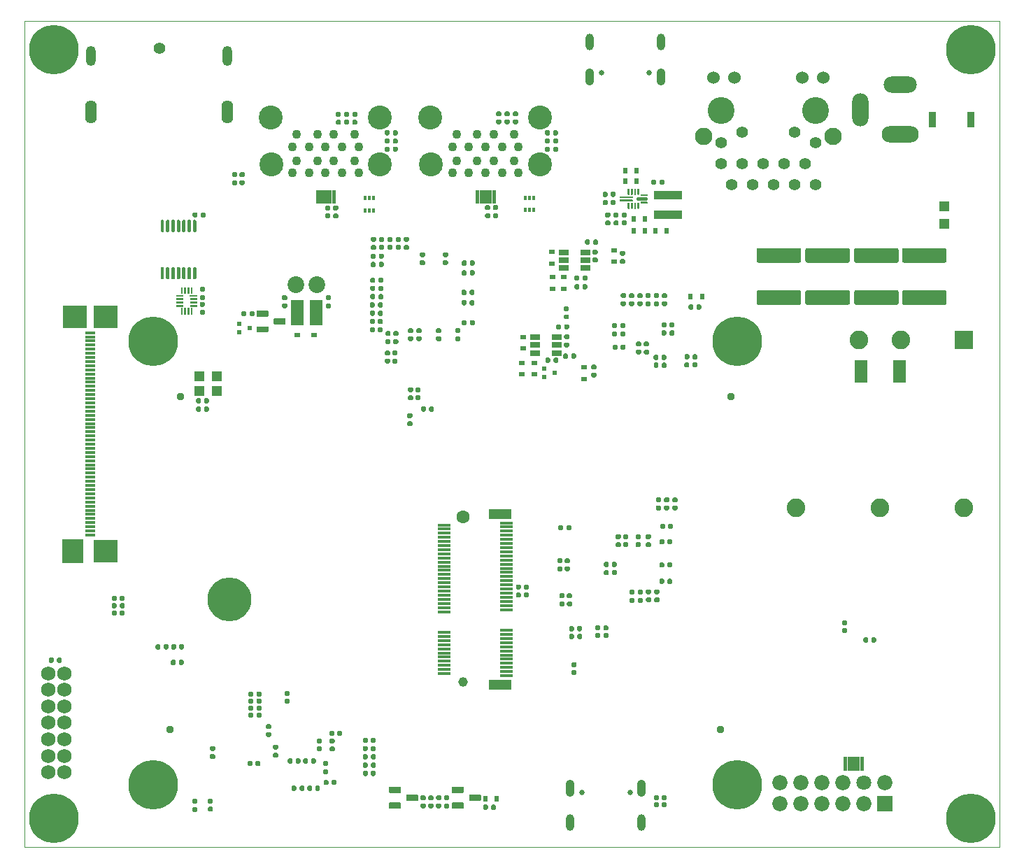
<source format=gbr>
%TF.GenerationSoftware,KiCad,Pcbnew,5.1.9+dfsg1-1*%
%TF.CreationDate,2022-05-16T11:51:26+02:00*%
%TF.ProjectId,kria-k26-devboard,6b726961-2d6b-4323-962d-646576626f61,rev?*%
%TF.SameCoordinates,Original*%
%TF.FileFunction,Soldermask,Bot*%
%TF.FilePolarity,Negative*%
%FSLAX46Y46*%
G04 Gerber Fmt 4.6, Leading zero omitted, Abs format (unit mm)*
G04 Created by KiCad (PCBNEW 5.1.9+dfsg1-1) date 2022-05-16 11:51:26 commit 389cbd4*
%MOMM*%
%LPD*%
G01*
G04 APERTURE LIST*
%TA.AperFunction,Profile*%
%ADD10C,0.100000*%
%TD*%
%ADD11C,0.010000*%
%ADD12C,0.950000*%
%ADD13O,1.000000X2.000000*%
%ADD14O,1.050000X2.100000*%
%ADD15C,0.650000*%
%ADD16R,1.500000X2.750000*%
%ADD17R,1.200000X1.200000*%
%ADD18R,0.600000X0.800000*%
%ADD19R,3.400000X0.980000*%
%ADD20C,1.100000*%
%ADD21C,2.900000*%
%ADD22C,6.000000*%
%ADD23R,0.809600X1.905000*%
%ADD24R,2.500000X3.000000*%
%ADD25R,3.000000X2.700000*%
%ADD26R,1.200000X0.300000*%
%ADD27C,2.250000*%
%ADD28R,2.250000X2.250000*%
%ADD29R,0.800000X0.600000*%
%ADD30R,1.520000X3.050000*%
%ADD31O,4.500000X2.000000*%
%ADD32O,1.990000X4.000000*%
%ADD33O,4.000000X2.000000*%
%ADD34R,1.840000X1.840000*%
%ADD35C,1.840000*%
%ADD36C,1.800000*%
%ADD37R,1.200000X0.700000*%
%ADD38O,1.200000X2.400000*%
%ADD39O,1.400000X2.800000*%
%ADD40C,1.400000*%
%ADD41R,0.300000X0.600000*%
%ADD42C,5.300000*%
%ADD43R,1.550000X0.300000*%
%ADD44R,2.750000X1.200000*%
%ADD45C,1.600000*%
%ADD46C,1.150000*%
%ADD47C,1.750000*%
%ADD48R,0.600000X0.500000*%
%ADD49C,2.020000*%
%ADD50C,1.397000*%
%ADD51C,2.100000*%
%ADD52C,2.108200*%
%ADD53C,3.250000*%
%ADD54C,1.524000*%
G04 APERTURE END LIST*
D10*
X74000000Y-152000000D02*
X74000000Y-52000000D01*
X74000000Y-52000000D02*
X192000000Y-52000000D01*
X192000000Y-52000000D02*
X192000000Y-152000000D01*
X192000000Y-152000000D02*
X74000000Y-152000000D01*
D11*
%TO.C,U14*%
G36*
X175470000Y-142670000D02*
G01*
X175470000Y-141965000D01*
X175130000Y-141965000D01*
X175130000Y-142670000D01*
X175470000Y-142670000D01*
G37*
X175470000Y-142670000D02*
X175470000Y-141965000D01*
X175130000Y-141965000D01*
X175130000Y-142670000D01*
X175470000Y-142670000D01*
G36*
X174970000Y-142670000D02*
G01*
X174970000Y-141965000D01*
X174630000Y-141965000D01*
X174630000Y-142670000D01*
X174970000Y-142670000D01*
G37*
X174970000Y-142670000D02*
X174970000Y-141965000D01*
X174630000Y-141965000D01*
X174630000Y-142670000D01*
X174970000Y-142670000D01*
G36*
X173970000Y-142670000D02*
G01*
X173970000Y-141965000D01*
X173630000Y-141965000D01*
X173630000Y-142670000D01*
X173970000Y-142670000D01*
G37*
X173970000Y-142670000D02*
X173970000Y-141965000D01*
X173630000Y-141965000D01*
X173630000Y-142670000D01*
X173970000Y-142670000D01*
G36*
X173470000Y-142670000D02*
G01*
X173470000Y-141965000D01*
X173130000Y-141965000D01*
X173130000Y-142670000D01*
X173470000Y-142670000D01*
G37*
X173470000Y-142670000D02*
X173470000Y-141965000D01*
X173130000Y-141965000D01*
X173130000Y-142670000D01*
X173470000Y-142670000D01*
G36*
X175470000Y-141835000D02*
G01*
X175470000Y-141130000D01*
X175130000Y-141130000D01*
X175130000Y-141835000D01*
X175470000Y-141835000D01*
G37*
X175470000Y-141835000D02*
X175470000Y-141130000D01*
X175130000Y-141130000D01*
X175130000Y-141835000D01*
X175470000Y-141835000D01*
G36*
X174970000Y-141835000D02*
G01*
X174970000Y-141130000D01*
X174630000Y-141130000D01*
X174630000Y-141835000D01*
X174970000Y-141835000D01*
G37*
X174970000Y-141835000D02*
X174970000Y-141130000D01*
X174630000Y-141130000D01*
X174630000Y-141835000D01*
X174970000Y-141835000D01*
G36*
X173970000Y-141835000D02*
G01*
X173970000Y-141130000D01*
X173630000Y-141130000D01*
X173630000Y-141835000D01*
X173970000Y-141835000D01*
G37*
X173970000Y-141835000D02*
X173970000Y-141130000D01*
X173630000Y-141130000D01*
X173630000Y-141835000D01*
X173970000Y-141835000D01*
G36*
X173470000Y-141835000D02*
G01*
X173470000Y-141130000D01*
X173130000Y-141130000D01*
X173130000Y-141835000D01*
X173470000Y-141835000D01*
G37*
X173470000Y-141835000D02*
X173470000Y-141130000D01*
X173130000Y-141130000D01*
X173130000Y-141835000D01*
X173470000Y-141835000D01*
G36*
X174570000Y-142670000D02*
G01*
X174570000Y-141965000D01*
X174030000Y-141965000D01*
X174030000Y-142670000D01*
X174570000Y-142670000D01*
G37*
X174570000Y-142670000D02*
X174570000Y-141965000D01*
X174030000Y-141965000D01*
X174030000Y-142670000D01*
X174570000Y-142670000D01*
G36*
X174570000Y-141835000D02*
G01*
X174570000Y-141130000D01*
X174030000Y-141130000D01*
X174030000Y-141835000D01*
X174570000Y-141835000D01*
G37*
X174570000Y-141835000D02*
X174570000Y-141130000D01*
X174030000Y-141130000D01*
X174030000Y-141835000D01*
X174570000Y-141835000D01*
%TO.C,U28*%
G36*
X109230000Y-72530000D02*
G01*
X109230000Y-73235000D01*
X109570000Y-73235000D01*
X109570000Y-72530000D01*
X109230000Y-72530000D01*
G37*
X109230000Y-72530000D02*
X109230000Y-73235000D01*
X109570000Y-73235000D01*
X109570000Y-72530000D01*
X109230000Y-72530000D01*
G36*
X109730000Y-72530000D02*
G01*
X109730000Y-73235000D01*
X110070000Y-73235000D01*
X110070000Y-72530000D01*
X109730000Y-72530000D01*
G37*
X109730000Y-72530000D02*
X109730000Y-73235000D01*
X110070000Y-73235000D01*
X110070000Y-72530000D01*
X109730000Y-72530000D01*
G36*
X110730000Y-72530000D02*
G01*
X110730000Y-73235000D01*
X111070000Y-73235000D01*
X111070000Y-72530000D01*
X110730000Y-72530000D01*
G37*
X110730000Y-72530000D02*
X110730000Y-73235000D01*
X111070000Y-73235000D01*
X111070000Y-72530000D01*
X110730000Y-72530000D01*
G36*
X111230000Y-72530000D02*
G01*
X111230000Y-73235000D01*
X111570000Y-73235000D01*
X111570000Y-72530000D01*
X111230000Y-72530000D01*
G37*
X111230000Y-72530000D02*
X111230000Y-73235000D01*
X111570000Y-73235000D01*
X111570000Y-72530000D01*
X111230000Y-72530000D01*
G36*
X109230000Y-73365000D02*
G01*
X109230000Y-74070000D01*
X109570000Y-74070000D01*
X109570000Y-73365000D01*
X109230000Y-73365000D01*
G37*
X109230000Y-73365000D02*
X109230000Y-74070000D01*
X109570000Y-74070000D01*
X109570000Y-73365000D01*
X109230000Y-73365000D01*
G36*
X109730000Y-73365000D02*
G01*
X109730000Y-74070000D01*
X110070000Y-74070000D01*
X110070000Y-73365000D01*
X109730000Y-73365000D01*
G37*
X109730000Y-73365000D02*
X109730000Y-74070000D01*
X110070000Y-74070000D01*
X110070000Y-73365000D01*
X109730000Y-73365000D01*
G36*
X110730000Y-73365000D02*
G01*
X110730000Y-74070000D01*
X111070000Y-74070000D01*
X111070000Y-73365000D01*
X110730000Y-73365000D01*
G37*
X110730000Y-73365000D02*
X110730000Y-74070000D01*
X111070000Y-74070000D01*
X111070000Y-73365000D01*
X110730000Y-73365000D01*
G36*
X111230000Y-73365000D02*
G01*
X111230000Y-74070000D01*
X111570000Y-74070000D01*
X111570000Y-73365000D01*
X111230000Y-73365000D01*
G37*
X111230000Y-73365000D02*
X111230000Y-74070000D01*
X111570000Y-74070000D01*
X111570000Y-73365000D01*
X111230000Y-73365000D01*
G36*
X110130000Y-72530000D02*
G01*
X110130000Y-73235000D01*
X110670000Y-73235000D01*
X110670000Y-72530000D01*
X110130000Y-72530000D01*
G37*
X110130000Y-72530000D02*
X110130000Y-73235000D01*
X110670000Y-73235000D01*
X110670000Y-72530000D01*
X110130000Y-72530000D01*
G36*
X110130000Y-73365000D02*
G01*
X110130000Y-74070000D01*
X110670000Y-74070000D01*
X110670000Y-73365000D01*
X110130000Y-73365000D01*
G37*
X110130000Y-73365000D02*
X110130000Y-74070000D01*
X110670000Y-74070000D01*
X110670000Y-73365000D01*
X110130000Y-73365000D01*
%TO.C,U22*%
G36*
X128580000Y-72480000D02*
G01*
X128580000Y-73185000D01*
X128920000Y-73185000D01*
X128920000Y-72480000D01*
X128580000Y-72480000D01*
G37*
X128580000Y-72480000D02*
X128580000Y-73185000D01*
X128920000Y-73185000D01*
X128920000Y-72480000D01*
X128580000Y-72480000D01*
G36*
X129080000Y-72480000D02*
G01*
X129080000Y-73185000D01*
X129420000Y-73185000D01*
X129420000Y-72480000D01*
X129080000Y-72480000D01*
G37*
X129080000Y-72480000D02*
X129080000Y-73185000D01*
X129420000Y-73185000D01*
X129420000Y-72480000D01*
X129080000Y-72480000D01*
G36*
X130080000Y-72480000D02*
G01*
X130080000Y-73185000D01*
X130420000Y-73185000D01*
X130420000Y-72480000D01*
X130080000Y-72480000D01*
G37*
X130080000Y-72480000D02*
X130080000Y-73185000D01*
X130420000Y-73185000D01*
X130420000Y-72480000D01*
X130080000Y-72480000D01*
G36*
X130580000Y-72480000D02*
G01*
X130580000Y-73185000D01*
X130920000Y-73185000D01*
X130920000Y-72480000D01*
X130580000Y-72480000D01*
G37*
X130580000Y-72480000D02*
X130580000Y-73185000D01*
X130920000Y-73185000D01*
X130920000Y-72480000D01*
X130580000Y-72480000D01*
G36*
X128580000Y-73315000D02*
G01*
X128580000Y-74020000D01*
X128920000Y-74020000D01*
X128920000Y-73315000D01*
X128580000Y-73315000D01*
G37*
X128580000Y-73315000D02*
X128580000Y-74020000D01*
X128920000Y-74020000D01*
X128920000Y-73315000D01*
X128580000Y-73315000D01*
G36*
X129080000Y-73315000D02*
G01*
X129080000Y-74020000D01*
X129420000Y-74020000D01*
X129420000Y-73315000D01*
X129080000Y-73315000D01*
G37*
X129080000Y-73315000D02*
X129080000Y-74020000D01*
X129420000Y-74020000D01*
X129420000Y-73315000D01*
X129080000Y-73315000D01*
G36*
X130080000Y-73315000D02*
G01*
X130080000Y-74020000D01*
X130420000Y-74020000D01*
X130420000Y-73315000D01*
X130080000Y-73315000D01*
G37*
X130080000Y-73315000D02*
X130080000Y-74020000D01*
X130420000Y-74020000D01*
X130420000Y-73315000D01*
X130080000Y-73315000D01*
G36*
X130580000Y-73315000D02*
G01*
X130580000Y-74020000D01*
X130920000Y-74020000D01*
X130920000Y-73315000D01*
X130580000Y-73315000D01*
G37*
X130580000Y-73315000D02*
X130580000Y-74020000D01*
X130920000Y-74020000D01*
X130920000Y-73315000D01*
X130580000Y-73315000D01*
G36*
X129480000Y-72480000D02*
G01*
X129480000Y-73185000D01*
X130020000Y-73185000D01*
X130020000Y-72480000D01*
X129480000Y-72480000D01*
G37*
X129480000Y-72480000D02*
X129480000Y-73185000D01*
X130020000Y-73185000D01*
X130020000Y-72480000D01*
X129480000Y-72480000D01*
G36*
X129480000Y-73315000D02*
G01*
X129480000Y-74020000D01*
X130020000Y-74020000D01*
X130020000Y-73315000D01*
X129480000Y-73315000D01*
G37*
X129480000Y-73315000D02*
X129480000Y-74020000D01*
X130020000Y-74020000D01*
X130020000Y-73315000D01*
X129480000Y-73315000D01*
%TD*%
D12*
%TO.C,J_SOM240_1*%
X91576500Y-137756500D03*
X92846500Y-97486500D03*
%TD*%
D13*
%TO.C,J10*%
X151019000Y-54594000D03*
X142379000Y-54594000D03*
D14*
X151019000Y-58774000D03*
X142379000Y-58774000D03*
D15*
X143809000Y-58274000D03*
X149589000Y-58274000D03*
%TD*%
D16*
%TO.C,R154*%
X179870000Y-94450000D03*
X175230000Y-94450000D03*
%TD*%
D17*
%TO.C,R117*%
X185300000Y-76550000D03*
X185300000Y-74450000D03*
%TD*%
D18*
%TO.C,C185*%
X146675000Y-71400000D03*
X148075000Y-71400000D03*
%TD*%
%TO.C,U47*%
G36*
G01*
X148205500Y-72330000D02*
X148320500Y-72330000D01*
G75*
G02*
X148378000Y-72387500I0J-57500D01*
G01*
X148378000Y-73022500D01*
G75*
G02*
X148320500Y-73080000I-57500J0D01*
G01*
X148205500Y-73080000D01*
G75*
G02*
X148148000Y-73022500I0J57500D01*
G01*
X148148000Y-72387500D01*
G75*
G02*
X148205500Y-72330000I57500J0D01*
G01*
G37*
G36*
G01*
X148203500Y-74023000D02*
X148318500Y-74023000D01*
G75*
G02*
X148376000Y-74080500I0J-57500D01*
G01*
X148376000Y-74715500D01*
G75*
G02*
X148318500Y-74773000I-57500J0D01*
G01*
X148203500Y-74773000D01*
G75*
G02*
X148146000Y-74715500I0J57500D01*
G01*
X148146000Y-74080500D01*
G75*
G02*
X148203500Y-74023000I57500J0D01*
G01*
G37*
G36*
G01*
X147808500Y-72325000D02*
X147923500Y-72325000D01*
G75*
G02*
X147981000Y-72382500I0J-57500D01*
G01*
X147981000Y-73017500D01*
G75*
G02*
X147923500Y-73075000I-57500J0D01*
G01*
X147808500Y-73075000D01*
G75*
G02*
X147751000Y-73017500I0J57500D01*
G01*
X147751000Y-72382500D01*
G75*
G02*
X147808500Y-72325000I57500J0D01*
G01*
G37*
G36*
G01*
X147419500Y-72325000D02*
X147534500Y-72325000D01*
G75*
G02*
X147592000Y-72382500I0J-57500D01*
G01*
X147592000Y-73017500D01*
G75*
G02*
X147534500Y-73075000I-57500J0D01*
G01*
X147419500Y-73075000D01*
G75*
G02*
X147362000Y-73017500I0J57500D01*
G01*
X147362000Y-72382500D01*
G75*
G02*
X147419500Y-72325000I57500J0D01*
G01*
G37*
G36*
G01*
X147026500Y-72325000D02*
X147141500Y-72325000D01*
G75*
G02*
X147199000Y-72382500I0J-57500D01*
G01*
X147199000Y-73017500D01*
G75*
G02*
X147141500Y-73075000I-57500J0D01*
G01*
X147026500Y-73075000D01*
G75*
G02*
X146969000Y-73017500I0J57500D01*
G01*
X146969000Y-72382500D01*
G75*
G02*
X147026500Y-72325000I57500J0D01*
G01*
G37*
G36*
G01*
X147812500Y-74021000D02*
X147927500Y-74021000D01*
G75*
G02*
X147985000Y-74078500I0J-57500D01*
G01*
X147985000Y-74713500D01*
G75*
G02*
X147927500Y-74771000I-57500J0D01*
G01*
X147812500Y-74771000D01*
G75*
G02*
X147755000Y-74713500I0J57500D01*
G01*
X147755000Y-74078500D01*
G75*
G02*
X147812500Y-74021000I57500J0D01*
G01*
G37*
G36*
G01*
X147424500Y-74019000D02*
X147539500Y-74019000D01*
G75*
G02*
X147597000Y-74076500I0J-57500D01*
G01*
X147597000Y-74711500D01*
G75*
G02*
X147539500Y-74769000I-57500J0D01*
G01*
X147424500Y-74769000D01*
G75*
G02*
X147367000Y-74711500I0J57500D01*
G01*
X147367000Y-74076500D01*
G75*
G02*
X147424500Y-74019000I57500J0D01*
G01*
G37*
G36*
G01*
X147033500Y-74021000D02*
X147148500Y-74021000D01*
G75*
G02*
X147206000Y-74078500I0J-57500D01*
G01*
X147206000Y-74713500D01*
G75*
G02*
X147148500Y-74771000I-57500J0D01*
G01*
X147033500Y-74771000D01*
G75*
G02*
X146976000Y-74713500I0J57500D01*
G01*
X146976000Y-74078500D01*
G75*
G02*
X147033500Y-74021000I57500J0D01*
G01*
G37*
G36*
G01*
X148538000Y-74068500D02*
X148538000Y-73953500D01*
G75*
G02*
X148595500Y-73896000I57500J0D01*
G01*
X149330500Y-73896000D01*
G75*
G02*
X149388000Y-73953500I0J-57500D01*
G01*
X149388000Y-74068500D01*
G75*
G02*
X149330500Y-74126000I-57500J0D01*
G01*
X148595500Y-74126000D01*
G75*
G02*
X148538000Y-74068500I0J57500D01*
G01*
G37*
G36*
G01*
X148540000Y-73151500D02*
X148540000Y-73036500D01*
G75*
G02*
X148597500Y-72979000I57500J0D01*
G01*
X149332500Y-72979000D01*
G75*
G02*
X149390000Y-73036500I0J-57500D01*
G01*
X149390000Y-73151500D01*
G75*
G02*
X149332500Y-73209000I-57500J0D01*
G01*
X148597500Y-73209000D01*
G75*
G02*
X148540000Y-73151500I0J57500D01*
G01*
G37*
G36*
G01*
X149388000Y-73459250D02*
X149388000Y-73646750D01*
G75*
G02*
X149294250Y-73740500I-93750J0D01*
G01*
X148161750Y-73740500D01*
G75*
G02*
X148068000Y-73646750I0J93750D01*
G01*
X148068000Y-73459250D01*
G75*
G02*
X148161750Y-73365500I93750J0D01*
G01*
X149294250Y-73365500D01*
G75*
G02*
X149388000Y-73459250I0J-93750D01*
G01*
G37*
G36*
G01*
X145982000Y-73414000D02*
X145982000Y-73294000D01*
G75*
G02*
X146042000Y-73234000I60000J0D01*
G01*
X147542000Y-73234000D01*
G75*
G02*
X147602000Y-73294000I0J-60000D01*
G01*
X147602000Y-73414000D01*
G75*
G02*
X147542000Y-73474000I-60000J0D01*
G01*
X146042000Y-73474000D01*
G75*
G02*
X145982000Y-73414000I0J60000D01*
G01*
G37*
G36*
G01*
X145981000Y-73802000D02*
X145981000Y-73682000D01*
G75*
G02*
X146041000Y-73622000I60000J0D01*
G01*
X147541000Y-73622000D01*
G75*
G02*
X147601000Y-73682000I0J-60000D01*
G01*
X147601000Y-73802000D01*
G75*
G02*
X147541000Y-73862000I-60000J0D01*
G01*
X146041000Y-73862000D01*
G75*
G02*
X145981000Y-73802000I0J60000D01*
G01*
G37*
%TD*%
%TO.C,R123*%
G36*
G01*
X146390851Y-75214239D02*
X146735851Y-75214239D01*
G75*
G02*
X146883351Y-75361739I0J-147500D01*
G01*
X146883351Y-75656739D01*
G75*
G02*
X146735851Y-75804239I-147500J0D01*
G01*
X146390851Y-75804239D01*
G75*
G02*
X146243351Y-75656739I0J147500D01*
G01*
X146243351Y-75361739D01*
G75*
G02*
X146390851Y-75214239I147500J0D01*
G01*
G37*
G36*
G01*
X146390851Y-76184239D02*
X146735851Y-76184239D01*
G75*
G02*
X146883351Y-76331739I0J-147500D01*
G01*
X146883351Y-76626739D01*
G75*
G02*
X146735851Y-76774239I-147500J0D01*
G01*
X146390851Y-76774239D01*
G75*
G02*
X146243351Y-76626739I0J147500D01*
G01*
X146243351Y-76331739D01*
G75*
G02*
X146390851Y-76184239I147500J0D01*
G01*
G37*
%TD*%
%TO.C,R122*%
G36*
G01*
X145735852Y-76774239D02*
X145390852Y-76774239D01*
G75*
G02*
X145243352Y-76626739I0J147500D01*
G01*
X145243352Y-76331739D01*
G75*
G02*
X145390852Y-76184239I147500J0D01*
G01*
X145735852Y-76184239D01*
G75*
G02*
X145883352Y-76331739I0J-147500D01*
G01*
X145883352Y-76626739D01*
G75*
G02*
X145735852Y-76774239I-147500J0D01*
G01*
G37*
G36*
G01*
X145735852Y-75804239D02*
X145390852Y-75804239D01*
G75*
G02*
X145243352Y-75656739I0J147500D01*
G01*
X145243352Y-75361739D01*
G75*
G02*
X145390852Y-75214239I147500J0D01*
G01*
X145735852Y-75214239D01*
G75*
G02*
X145883352Y-75361739I0J-147500D01*
G01*
X145883352Y-75656739D01*
G75*
G02*
X145735852Y-75804239I-147500J0D01*
G01*
G37*
%TD*%
%TO.C,C187*%
G36*
G01*
X145505000Y-72827500D02*
X145505000Y-73172500D01*
G75*
G02*
X145357500Y-73320000I-147500J0D01*
G01*
X145062500Y-73320000D01*
G75*
G02*
X144915000Y-73172500I0J147500D01*
G01*
X144915000Y-72827500D01*
G75*
G02*
X145062500Y-72680000I147500J0D01*
G01*
X145357500Y-72680000D01*
G75*
G02*
X145505000Y-72827500I0J-147500D01*
G01*
G37*
G36*
G01*
X144535000Y-72827500D02*
X144535000Y-73172500D01*
G75*
G02*
X144387500Y-73320000I-147500J0D01*
G01*
X144092500Y-73320000D01*
G75*
G02*
X143945000Y-73172500I0J147500D01*
G01*
X143945000Y-72827500D01*
G75*
G02*
X144092500Y-72680000I147500J0D01*
G01*
X144387500Y-72680000D01*
G75*
G02*
X144535000Y-72827500I0J-147500D01*
G01*
G37*
%TD*%
%TO.C,C195*%
X151725000Y-77400000D03*
X150325000Y-77400000D03*
%TD*%
%TO.C,C199*%
X147675000Y-75950000D03*
X149075000Y-75950000D03*
%TD*%
%TO.C,C197*%
X147675000Y-77400000D03*
X149075000Y-77400000D03*
%TD*%
D19*
%TO.C,L1*%
X151875000Y-73115000D03*
X151875000Y-75485000D03*
%TD*%
D18*
%TO.C,C183*%
X146650000Y-70100000D03*
X148050000Y-70100000D03*
%TD*%
%TO.C,C193*%
G36*
G01*
X144390852Y-75214239D02*
X144735852Y-75214239D01*
G75*
G02*
X144883352Y-75361739I0J-147500D01*
G01*
X144883352Y-75656739D01*
G75*
G02*
X144735852Y-75804239I-147500J0D01*
G01*
X144390852Y-75804239D01*
G75*
G02*
X144243352Y-75656739I0J147500D01*
G01*
X144243352Y-75361739D01*
G75*
G02*
X144390852Y-75214239I147500J0D01*
G01*
G37*
G36*
G01*
X144390852Y-76184239D02*
X144735852Y-76184239D01*
G75*
G02*
X144883352Y-76331739I0J-147500D01*
G01*
X144883352Y-76626739D01*
G75*
G02*
X144735852Y-76774239I-147500J0D01*
G01*
X144390852Y-76774239D01*
G75*
G02*
X144243352Y-76626739I0J147500D01*
G01*
X144243352Y-76331739D01*
G75*
G02*
X144390852Y-76184239I147500J0D01*
G01*
G37*
%TD*%
%TO.C,C191*%
G36*
G01*
X151405000Y-71377500D02*
X151405000Y-71722500D01*
G75*
G02*
X151257500Y-71870000I-147500J0D01*
G01*
X150962500Y-71870000D01*
G75*
G02*
X150815000Y-71722500I0J147500D01*
G01*
X150815000Y-71377500D01*
G75*
G02*
X150962500Y-71230000I147500J0D01*
G01*
X151257500Y-71230000D01*
G75*
G02*
X151405000Y-71377500I0J-147500D01*
G01*
G37*
G36*
G01*
X150435000Y-71377500D02*
X150435000Y-71722500D01*
G75*
G02*
X150287500Y-71870000I-147500J0D01*
G01*
X149992500Y-71870000D01*
G75*
G02*
X149845000Y-71722500I0J147500D01*
G01*
X149845000Y-71377500D01*
G75*
G02*
X149992500Y-71230000I147500J0D01*
G01*
X150287500Y-71230000D01*
G75*
G02*
X150435000Y-71377500I0J-147500D01*
G01*
G37*
%TD*%
%TO.C,C189*%
G36*
G01*
X145505000Y-73827500D02*
X145505000Y-74172500D01*
G75*
G02*
X145357500Y-74320000I-147500J0D01*
G01*
X145062500Y-74320000D01*
G75*
G02*
X144915000Y-74172500I0J147500D01*
G01*
X144915000Y-73827500D01*
G75*
G02*
X145062500Y-73680000I147500J0D01*
G01*
X145357500Y-73680000D01*
G75*
G02*
X145505000Y-73827500I0J-147500D01*
G01*
G37*
G36*
G01*
X144535000Y-73827500D02*
X144535000Y-74172500D01*
G75*
G02*
X144387500Y-74320000I-147500J0D01*
G01*
X144092500Y-74320000D01*
G75*
G02*
X143945000Y-74172500I0J147500D01*
G01*
X143945000Y-73827500D01*
G75*
G02*
X144092500Y-73680000I147500J0D01*
G01*
X144387500Y-73680000D01*
G75*
G02*
X144535000Y-73827500I0J-147500D01*
G01*
G37*
%TD*%
%TO.C,R119*%
G36*
G01*
X173397500Y-126130000D02*
X173052500Y-126130000D01*
G75*
G02*
X172905000Y-125982500I0J147500D01*
G01*
X172905000Y-125687500D01*
G75*
G02*
X173052500Y-125540000I147500J0D01*
G01*
X173397500Y-125540000D01*
G75*
G02*
X173545000Y-125687500I0J-147500D01*
G01*
X173545000Y-125982500D01*
G75*
G02*
X173397500Y-126130000I-147500J0D01*
G01*
G37*
G36*
G01*
X173397500Y-125160000D02*
X173052500Y-125160000D01*
G75*
G02*
X172905000Y-125012500I0J147500D01*
G01*
X172905000Y-124717500D01*
G75*
G02*
X173052500Y-124570000I147500J0D01*
G01*
X173397500Y-124570000D01*
G75*
G02*
X173545000Y-124717500I0J-147500D01*
G01*
X173545000Y-125012500D01*
G75*
G02*
X173397500Y-125160000I-147500J0D01*
G01*
G37*
%TD*%
%TO.C,R120*%
G36*
G01*
X177070000Y-126777500D02*
X177070000Y-127122500D01*
G75*
G02*
X176922500Y-127270000I-147500J0D01*
G01*
X176627500Y-127270000D01*
G75*
G02*
X176480000Y-127122500I0J147500D01*
G01*
X176480000Y-126777500D01*
G75*
G02*
X176627500Y-126630000I147500J0D01*
G01*
X176922500Y-126630000D01*
G75*
G02*
X177070000Y-126777500I0J-147500D01*
G01*
G37*
G36*
G01*
X176100000Y-126777500D02*
X176100000Y-127122500D01*
G75*
G02*
X175952500Y-127270000I-147500J0D01*
G01*
X175657500Y-127270000D01*
G75*
G02*
X175510000Y-127122500I0J147500D01*
G01*
X175510000Y-126777500D01*
G75*
G02*
X175657500Y-126630000I147500J0D01*
G01*
X175952500Y-126630000D01*
G75*
G02*
X176100000Y-126777500I0J-147500D01*
G01*
G37*
%TD*%
%TO.C,R127*%
G36*
G01*
X139722500Y-87160000D02*
X139377500Y-87160000D01*
G75*
G02*
X139230000Y-87012500I0J147500D01*
G01*
X139230000Y-86717500D01*
G75*
G02*
X139377500Y-86570000I147500J0D01*
G01*
X139722500Y-86570000D01*
G75*
G02*
X139870000Y-86717500I0J-147500D01*
G01*
X139870000Y-87012500D01*
G75*
G02*
X139722500Y-87160000I-147500J0D01*
G01*
G37*
G36*
G01*
X139722500Y-88130000D02*
X139377500Y-88130000D01*
G75*
G02*
X139230000Y-87982500I0J147500D01*
G01*
X139230000Y-87687500D01*
G75*
G02*
X139377500Y-87540000I147500J0D01*
G01*
X139722500Y-87540000D01*
G75*
G02*
X139870000Y-87687500I0J-147500D01*
G01*
X139870000Y-87982500D01*
G75*
G02*
X139722500Y-88130000I-147500J0D01*
G01*
G37*
%TD*%
%TO.C,R37*%
G36*
G01*
X103327500Y-138105000D02*
X103672500Y-138105000D01*
G75*
G02*
X103820000Y-138252500I0J-147500D01*
G01*
X103820000Y-138547500D01*
G75*
G02*
X103672500Y-138695000I-147500J0D01*
G01*
X103327500Y-138695000D01*
G75*
G02*
X103180000Y-138547500I0J147500D01*
G01*
X103180000Y-138252500D01*
G75*
G02*
X103327500Y-138105000I147500J0D01*
G01*
G37*
G36*
G01*
X103327500Y-137135000D02*
X103672500Y-137135000D01*
G75*
G02*
X103820000Y-137282500I0J-147500D01*
G01*
X103820000Y-137577500D01*
G75*
G02*
X103672500Y-137725000I-147500J0D01*
G01*
X103327500Y-137725000D01*
G75*
G02*
X103180000Y-137577500I0J147500D01*
G01*
X103180000Y-137282500D01*
G75*
G02*
X103327500Y-137135000I147500J0D01*
G01*
G37*
%TD*%
D20*
%TO.C,U24*%
X133250000Y-65730000D03*
X130750000Y-65730000D03*
X128750000Y-65730000D03*
X126250000Y-65730000D03*
X126250000Y-68930000D03*
X130750000Y-68930000D03*
X128750000Y-68930000D03*
X133250000Y-68930000D03*
X133750000Y-67230000D03*
X131750000Y-67230000D03*
X129750000Y-67230000D03*
X127750000Y-67230000D03*
X125750000Y-67230000D03*
X125750000Y-70430000D03*
X129750000Y-70430000D03*
X127750000Y-70430000D03*
X131750000Y-70430000D03*
X133750000Y-70430000D03*
D21*
X136320000Y-63730000D03*
X136320000Y-69410000D03*
X123180000Y-69410000D03*
X123080000Y-63730000D03*
%TD*%
%TO.C,C92*%
G36*
G01*
X155290000Y-86822500D02*
X155290000Y-86477500D01*
G75*
G02*
X155437500Y-86330000I147500J0D01*
G01*
X155732500Y-86330000D01*
G75*
G02*
X155880000Y-86477500I0J-147500D01*
G01*
X155880000Y-86822500D01*
G75*
G02*
X155732500Y-86970000I-147500J0D01*
G01*
X155437500Y-86970000D01*
G75*
G02*
X155290000Y-86822500I0J147500D01*
G01*
G37*
G36*
G01*
X154320000Y-86822500D02*
X154320000Y-86477500D01*
G75*
G02*
X154467500Y-86330000I147500J0D01*
G01*
X154762500Y-86330000D01*
G75*
G02*
X154910000Y-86477500I0J-147500D01*
G01*
X154910000Y-86822500D01*
G75*
G02*
X154762500Y-86970000I-147500J0D01*
G01*
X154467500Y-86970000D01*
G75*
G02*
X154320000Y-86822500I0J147500D01*
G01*
G37*
%TD*%
%TO.C,C102*%
G36*
G01*
X147277500Y-85955000D02*
X147622500Y-85955000D01*
G75*
G02*
X147770000Y-86102500I0J-147500D01*
G01*
X147770000Y-86397500D01*
G75*
G02*
X147622500Y-86545000I-147500J0D01*
G01*
X147277500Y-86545000D01*
G75*
G02*
X147130000Y-86397500I0J147500D01*
G01*
X147130000Y-86102500D01*
G75*
G02*
X147277500Y-85955000I147500J0D01*
G01*
G37*
G36*
G01*
X147277500Y-84985000D02*
X147622500Y-84985000D01*
G75*
G02*
X147770000Y-85132500I0J-147500D01*
G01*
X147770000Y-85427500D01*
G75*
G02*
X147622500Y-85575000I-147500J0D01*
G01*
X147277500Y-85575000D01*
G75*
G02*
X147130000Y-85427500I0J147500D01*
G01*
X147130000Y-85132500D01*
G75*
G02*
X147277500Y-84985000I147500J0D01*
G01*
G37*
%TD*%
D20*
%TO.C,U29*%
X113900000Y-65730000D03*
X111400000Y-65730000D03*
X109400000Y-65730000D03*
X106900000Y-65730000D03*
X106900000Y-68930000D03*
X111400000Y-68930000D03*
X109400000Y-68930000D03*
X113900000Y-68930000D03*
X114400000Y-67230000D03*
X112400000Y-67230000D03*
X110400000Y-67230000D03*
X108400000Y-67230000D03*
X106400000Y-67230000D03*
X106400000Y-70430000D03*
X110400000Y-70430000D03*
X108400000Y-70430000D03*
X112400000Y-70430000D03*
X114400000Y-70430000D03*
D21*
X116970000Y-63730000D03*
X116970000Y-69410000D03*
X103830000Y-69410000D03*
X103730000Y-63730000D03*
%TD*%
D22*
%TO.C,SP2*%
X160206999Y-144443500D03*
%TD*%
%TO.C,C79*%
G36*
G01*
X111447500Y-74358000D02*
X111792500Y-74358000D01*
G75*
G02*
X111940000Y-74505500I0J-147500D01*
G01*
X111940000Y-74800500D01*
G75*
G02*
X111792500Y-74948000I-147500J0D01*
G01*
X111447500Y-74948000D01*
G75*
G02*
X111300000Y-74800500I0J147500D01*
G01*
X111300000Y-74505500D01*
G75*
G02*
X111447500Y-74358000I147500J0D01*
G01*
G37*
G36*
G01*
X111447500Y-75328000D02*
X111792500Y-75328000D01*
G75*
G02*
X111940000Y-75475500I0J-147500D01*
G01*
X111940000Y-75770500D01*
G75*
G02*
X111792500Y-75918000I-147500J0D01*
G01*
X111447500Y-75918000D01*
G75*
G02*
X111300000Y-75770500I0J147500D01*
G01*
X111300000Y-75475500D01*
G75*
G02*
X111447500Y-75328000I147500J0D01*
G01*
G37*
%TD*%
%TO.C,C78*%
G36*
G01*
X110502500Y-75323000D02*
X110847500Y-75323000D01*
G75*
G02*
X110995000Y-75470500I0J-147500D01*
G01*
X110995000Y-75765500D01*
G75*
G02*
X110847500Y-75913000I-147500J0D01*
G01*
X110502500Y-75913000D01*
G75*
G02*
X110355000Y-75765500I0J147500D01*
G01*
X110355000Y-75470500D01*
G75*
G02*
X110502500Y-75323000I147500J0D01*
G01*
G37*
G36*
G01*
X110502500Y-74353000D02*
X110847500Y-74353000D01*
G75*
G02*
X110995000Y-74500500I0J-147500D01*
G01*
X110995000Y-74795500D01*
G75*
G02*
X110847500Y-74943000I-147500J0D01*
G01*
X110502500Y-74943000D01*
G75*
G02*
X110355000Y-74795500I0J147500D01*
G01*
X110355000Y-74500500D01*
G75*
G02*
X110502500Y-74353000I147500J0D01*
G01*
G37*
%TD*%
D23*
%TO.C,D25*%
X188472100Y-63950000D03*
X183877900Y-63950000D03*
%TD*%
%TO.C,C179*%
G36*
G01*
X179525000Y-86400000D02*
X174625000Y-86400000D01*
G75*
G02*
X174375000Y-86150000I0J250000D01*
G01*
X174375000Y-84850000D01*
G75*
G02*
X174625000Y-84600000I250000J0D01*
G01*
X179525000Y-84600000D01*
G75*
G02*
X179775000Y-84850000I0J-250000D01*
G01*
X179775000Y-86150000D01*
G75*
G02*
X179525000Y-86400000I-250000J0D01*
G01*
G37*
G36*
G01*
X179525000Y-81300000D02*
X174625000Y-81300000D01*
G75*
G02*
X174375000Y-81050000I0J250000D01*
G01*
X174375000Y-79750000D01*
G75*
G02*
X174625000Y-79500000I250000J0D01*
G01*
X179525000Y-79500000D01*
G75*
G02*
X179775000Y-79750000I0J-250000D01*
G01*
X179775000Y-81050000D01*
G75*
G02*
X179525000Y-81300000I-250000J0D01*
G01*
G37*
%TD*%
%TO.C,C178*%
G36*
G01*
X185325000Y-86400000D02*
X180425000Y-86400000D01*
G75*
G02*
X180175000Y-86150000I0J250000D01*
G01*
X180175000Y-84850000D01*
G75*
G02*
X180425000Y-84600000I250000J0D01*
G01*
X185325000Y-84600000D01*
G75*
G02*
X185575000Y-84850000I0J-250000D01*
G01*
X185575000Y-86150000D01*
G75*
G02*
X185325000Y-86400000I-250000J0D01*
G01*
G37*
G36*
G01*
X185325000Y-81300000D02*
X180425000Y-81300000D01*
G75*
G02*
X180175000Y-81050000I0J250000D01*
G01*
X180175000Y-79750000D01*
G75*
G02*
X180425000Y-79500000I250000J0D01*
G01*
X185325000Y-79500000D01*
G75*
G02*
X185575000Y-79750000I0J-250000D01*
G01*
X185575000Y-81050000D01*
G75*
G02*
X185325000Y-81300000I-250000J0D01*
G01*
G37*
%TD*%
%TO.C,C177*%
G36*
G01*
X173625000Y-86400000D02*
X168725000Y-86400000D01*
G75*
G02*
X168475000Y-86150000I0J250000D01*
G01*
X168475000Y-84850000D01*
G75*
G02*
X168725000Y-84600000I250000J0D01*
G01*
X173625000Y-84600000D01*
G75*
G02*
X173875000Y-84850000I0J-250000D01*
G01*
X173875000Y-86150000D01*
G75*
G02*
X173625000Y-86400000I-250000J0D01*
G01*
G37*
G36*
G01*
X173625000Y-81300000D02*
X168725000Y-81300000D01*
G75*
G02*
X168475000Y-81050000I0J250000D01*
G01*
X168475000Y-79750000D01*
G75*
G02*
X168725000Y-79500000I250000J0D01*
G01*
X173625000Y-79500000D01*
G75*
G02*
X173875000Y-79750000I0J-250000D01*
G01*
X173875000Y-81050000D01*
G75*
G02*
X173625000Y-81300000I-250000J0D01*
G01*
G37*
%TD*%
%TO.C,C176*%
G36*
G01*
X167725000Y-86400000D02*
X162825000Y-86400000D01*
G75*
G02*
X162575000Y-86150000I0J250000D01*
G01*
X162575000Y-84850000D01*
G75*
G02*
X162825000Y-84600000I250000J0D01*
G01*
X167725000Y-84600000D01*
G75*
G02*
X167975000Y-84850000I0J-250000D01*
G01*
X167975000Y-86150000D01*
G75*
G02*
X167725000Y-86400000I-250000J0D01*
G01*
G37*
G36*
G01*
X167725000Y-81300000D02*
X162825000Y-81300000D01*
G75*
G02*
X162575000Y-81050000I0J250000D01*
G01*
X162575000Y-79750000D01*
G75*
G02*
X162825000Y-79500000I250000J0D01*
G01*
X167725000Y-79500000D01*
G75*
G02*
X167975000Y-79750000I0J-250000D01*
G01*
X167975000Y-81050000D01*
G75*
G02*
X167725000Y-81300000I-250000J0D01*
G01*
G37*
%TD*%
D24*
%TO.C,J3*%
X79800000Y-116200000D03*
D25*
X83750000Y-116200000D03*
X83750000Y-87800000D03*
X80050000Y-87800000D03*
D26*
X81900000Y-89750000D03*
X81900000Y-90250000D03*
X81900000Y-90750000D03*
X81900000Y-91250000D03*
X81900000Y-91750000D03*
X81900000Y-92250000D03*
X81900000Y-92750000D03*
X81900000Y-93250000D03*
X81900000Y-93750000D03*
X81900000Y-94250000D03*
X81900000Y-94750000D03*
X81900000Y-95250000D03*
X81900000Y-95750000D03*
X81900000Y-96250000D03*
X81900000Y-96750000D03*
X81900000Y-97250000D03*
X81900000Y-97750000D03*
X81900000Y-98250000D03*
X81900000Y-98750000D03*
X81900000Y-99250000D03*
X81900000Y-99750000D03*
X81900000Y-100250000D03*
X81900000Y-100750000D03*
X81900000Y-101250000D03*
X81900000Y-101750000D03*
X81900000Y-102250000D03*
X81900000Y-102750000D03*
X81900000Y-103250000D03*
X81900000Y-103750000D03*
X81900000Y-104250000D03*
X81900000Y-104750000D03*
X81900000Y-105250000D03*
X81900000Y-105750000D03*
X81900000Y-106250000D03*
X81900000Y-106750000D03*
X81900000Y-107250000D03*
X81900000Y-107750000D03*
X81900000Y-108250000D03*
X81900000Y-108750000D03*
X81900000Y-109250000D03*
X81900000Y-109750000D03*
X81900000Y-110250000D03*
X81900000Y-110750000D03*
X81900000Y-111250000D03*
X81900000Y-111750000D03*
X81900000Y-112250000D03*
X81900000Y-112750000D03*
X81900000Y-113250000D03*
X81900000Y-113750000D03*
X81900000Y-114250000D03*
%TD*%
%TO.C,R62*%
G36*
G01*
X127460000Y-84707500D02*
X127460000Y-85052500D01*
G75*
G02*
X127312500Y-85200000I-147500J0D01*
G01*
X127017500Y-85200000D01*
G75*
G02*
X126870000Y-85052500I0J147500D01*
G01*
X126870000Y-84707500D01*
G75*
G02*
X127017500Y-84560000I147500J0D01*
G01*
X127312500Y-84560000D01*
G75*
G02*
X127460000Y-84707500I0J-147500D01*
G01*
G37*
G36*
G01*
X128430000Y-84707500D02*
X128430000Y-85052500D01*
G75*
G02*
X128282500Y-85200000I-147500J0D01*
G01*
X127987500Y-85200000D01*
G75*
G02*
X127840000Y-85052500I0J147500D01*
G01*
X127840000Y-84707500D01*
G75*
G02*
X127987500Y-84560000I147500J0D01*
G01*
X128282500Y-84560000D01*
G75*
G02*
X128430000Y-84707500I0J-147500D01*
G01*
G37*
%TD*%
%TO.C,R2*%
G36*
G01*
X100127500Y-71290000D02*
X100472500Y-71290000D01*
G75*
G02*
X100620000Y-71437500I0J-147500D01*
G01*
X100620000Y-71732500D01*
G75*
G02*
X100472500Y-71880000I-147500J0D01*
G01*
X100127500Y-71880000D01*
G75*
G02*
X99980000Y-71732500I0J147500D01*
G01*
X99980000Y-71437500D01*
G75*
G02*
X100127500Y-71290000I147500J0D01*
G01*
G37*
G36*
G01*
X100127500Y-70320000D02*
X100472500Y-70320000D01*
G75*
G02*
X100620000Y-70467500I0J-147500D01*
G01*
X100620000Y-70762500D01*
G75*
G02*
X100472500Y-70910000I-147500J0D01*
G01*
X100127500Y-70910000D01*
G75*
G02*
X99980000Y-70762500I0J147500D01*
G01*
X99980000Y-70467500D01*
G75*
G02*
X100127500Y-70320000I147500J0D01*
G01*
G37*
%TD*%
%TO.C,R1*%
G36*
G01*
X151119289Y-147060368D02*
X151119289Y-146715368D01*
G75*
G02*
X151266789Y-146567868I147500J0D01*
G01*
X151561789Y-146567868D01*
G75*
G02*
X151709289Y-146715368I0J-147500D01*
G01*
X151709289Y-147060368D01*
G75*
G02*
X151561789Y-147207868I-147500J0D01*
G01*
X151266789Y-147207868D01*
G75*
G02*
X151119289Y-147060368I0J147500D01*
G01*
G37*
G36*
G01*
X150149289Y-147060368D02*
X150149289Y-146715368D01*
G75*
G02*
X150296789Y-146567868I147500J0D01*
G01*
X150591789Y-146567868D01*
G75*
G02*
X150739289Y-146715368I0J-147500D01*
G01*
X150739289Y-147060368D01*
G75*
G02*
X150591789Y-147207868I-147500J0D01*
G01*
X150296789Y-147207868D01*
G75*
G02*
X150149289Y-147060368I0J147500D01*
G01*
G37*
%TD*%
%TO.C,C2*%
G36*
G01*
X99227500Y-71290000D02*
X99572500Y-71290000D01*
G75*
G02*
X99720000Y-71437500I0J-147500D01*
G01*
X99720000Y-71732500D01*
G75*
G02*
X99572500Y-71880000I-147500J0D01*
G01*
X99227500Y-71880000D01*
G75*
G02*
X99080000Y-71732500I0J147500D01*
G01*
X99080000Y-71437500D01*
G75*
G02*
X99227500Y-71290000I147500J0D01*
G01*
G37*
G36*
G01*
X99227500Y-70320000D02*
X99572500Y-70320000D01*
G75*
G02*
X99720000Y-70467500I0J-147500D01*
G01*
X99720000Y-70762500D01*
G75*
G02*
X99572500Y-70910000I-147500J0D01*
G01*
X99227500Y-70910000D01*
G75*
G02*
X99080000Y-70762500I0J147500D01*
G01*
X99080000Y-70467500D01*
G75*
G02*
X99227500Y-70320000I147500J0D01*
G01*
G37*
%TD*%
%TO.C,C1*%
G36*
G01*
X151119289Y-146210367D02*
X151119289Y-145865367D01*
G75*
G02*
X151266789Y-145717867I147500J0D01*
G01*
X151561789Y-145717867D01*
G75*
G02*
X151709289Y-145865367I0J-147500D01*
G01*
X151709289Y-146210367D01*
G75*
G02*
X151561789Y-146357867I-147500J0D01*
G01*
X151266789Y-146357867D01*
G75*
G02*
X151119289Y-146210367I0J147500D01*
G01*
G37*
G36*
G01*
X150149289Y-146210367D02*
X150149289Y-145865367D01*
G75*
G02*
X150296789Y-145717867I147500J0D01*
G01*
X150591789Y-145717867D01*
G75*
G02*
X150739289Y-145865367I0J-147500D01*
G01*
X150739289Y-146210367D01*
G75*
G02*
X150591789Y-146357867I-147500J0D01*
G01*
X150296789Y-146357867D01*
G75*
G02*
X150149289Y-146210367I0J147500D01*
G01*
G37*
%TD*%
D27*
%TO.C,PS1*%
X187660000Y-110960000D03*
X177500000Y-110960000D03*
X167340000Y-110960000D03*
X174960000Y-90640000D03*
X180040000Y-90640000D03*
D28*
X187660000Y-90640000D03*
%TD*%
D29*
%TO.C,C91*%
X145335965Y-81170911D03*
X145335965Y-79770911D03*
%TD*%
%TO.C,C93*%
G36*
G01*
X146522500Y-80435000D02*
X146177500Y-80435000D01*
G75*
G02*
X146030000Y-80287500I0J147500D01*
G01*
X146030000Y-79992500D01*
G75*
G02*
X146177500Y-79845000I147500J0D01*
G01*
X146522500Y-79845000D01*
G75*
G02*
X146670000Y-79992500I0J-147500D01*
G01*
X146670000Y-80287500D01*
G75*
G02*
X146522500Y-80435000I-147500J0D01*
G01*
G37*
G36*
G01*
X146522500Y-81405000D02*
X146177500Y-81405000D01*
G75*
G02*
X146030000Y-81257500I0J147500D01*
G01*
X146030000Y-80962500D01*
G75*
G02*
X146177500Y-80815000I147500J0D01*
G01*
X146522500Y-80815000D01*
G75*
G02*
X146670000Y-80962500I0J-147500D01*
G01*
X146670000Y-81257500D01*
G75*
G02*
X146522500Y-81405000I-147500J0D01*
G01*
G37*
%TD*%
%TO.C,C94*%
G36*
G01*
X146085911Y-89072500D02*
X146085911Y-88727500D01*
G75*
G02*
X146233411Y-88580000I147500J0D01*
G01*
X146528411Y-88580000D01*
G75*
G02*
X146675911Y-88727500I0J-147500D01*
G01*
X146675911Y-89072500D01*
G75*
G02*
X146528411Y-89220000I-147500J0D01*
G01*
X146233411Y-89220000D01*
G75*
G02*
X146085911Y-89072500I0J147500D01*
G01*
G37*
G36*
G01*
X145115911Y-89072500D02*
X145115911Y-88727500D01*
G75*
G02*
X145263411Y-88580000I147500J0D01*
G01*
X145558411Y-88580000D01*
G75*
G02*
X145705911Y-88727500I0J-147500D01*
G01*
X145705911Y-89072500D01*
G75*
G02*
X145558411Y-89220000I-147500J0D01*
G01*
X145263411Y-89220000D01*
G75*
G02*
X145115911Y-89072500I0J147500D01*
G01*
G37*
%TD*%
%TO.C,C95*%
G36*
G01*
X148472500Y-91424035D02*
X148127500Y-91424035D01*
G75*
G02*
X147980000Y-91276535I0J147500D01*
G01*
X147980000Y-90981535D01*
G75*
G02*
X148127500Y-90834035I147500J0D01*
G01*
X148472500Y-90834035D01*
G75*
G02*
X148620000Y-90981535I0J-147500D01*
G01*
X148620000Y-91276535D01*
G75*
G02*
X148472500Y-91424035I-147500J0D01*
G01*
G37*
G36*
G01*
X148472500Y-92394035D02*
X148127500Y-92394035D01*
G75*
G02*
X147980000Y-92246535I0J147500D01*
G01*
X147980000Y-91951535D01*
G75*
G02*
X148127500Y-91804035I147500J0D01*
G01*
X148472500Y-91804035D01*
G75*
G02*
X148620000Y-91951535I0J-147500D01*
G01*
X148620000Y-92246535D01*
G75*
G02*
X148472500Y-92394035I-147500J0D01*
G01*
G37*
%TD*%
%TO.C,C96*%
G36*
G01*
X151660000Y-89627500D02*
X151660000Y-89972500D01*
G75*
G02*
X151512500Y-90120000I-147500J0D01*
G01*
X151217500Y-90120000D01*
G75*
G02*
X151070000Y-89972500I0J147500D01*
G01*
X151070000Y-89627500D01*
G75*
G02*
X151217500Y-89480000I147500J0D01*
G01*
X151512500Y-89480000D01*
G75*
G02*
X151660000Y-89627500I0J-147500D01*
G01*
G37*
G36*
G01*
X152630000Y-89627500D02*
X152630000Y-89972500D01*
G75*
G02*
X152482500Y-90120000I-147500J0D01*
G01*
X152187500Y-90120000D01*
G75*
G02*
X152040000Y-89972500I0J147500D01*
G01*
X152040000Y-89627500D01*
G75*
G02*
X152187500Y-89480000I147500J0D01*
G01*
X152482500Y-89480000D01*
G75*
G02*
X152630000Y-89627500I0J-147500D01*
G01*
G37*
%TD*%
%TO.C,C97*%
G36*
G01*
X146277500Y-85940000D02*
X146622500Y-85940000D01*
G75*
G02*
X146770000Y-86087500I0J-147500D01*
G01*
X146770000Y-86382500D01*
G75*
G02*
X146622500Y-86530000I-147500J0D01*
G01*
X146277500Y-86530000D01*
G75*
G02*
X146130000Y-86382500I0J147500D01*
G01*
X146130000Y-86087500D01*
G75*
G02*
X146277500Y-85940000I147500J0D01*
G01*
G37*
G36*
G01*
X146277500Y-84970000D02*
X146622500Y-84970000D01*
G75*
G02*
X146770000Y-85117500I0J-147500D01*
G01*
X146770000Y-85412500D01*
G75*
G02*
X146622500Y-85560000I-147500J0D01*
G01*
X146277500Y-85560000D01*
G75*
G02*
X146130000Y-85412500I0J147500D01*
G01*
X146130000Y-85117500D01*
G75*
G02*
X146277500Y-84970000I147500J0D01*
G01*
G37*
%TD*%
%TO.C,C98*%
G36*
G01*
X150277500Y-85952385D02*
X150622500Y-85952385D01*
G75*
G02*
X150770000Y-86099885I0J-147500D01*
G01*
X150770000Y-86394885D01*
G75*
G02*
X150622500Y-86542385I-147500J0D01*
G01*
X150277500Y-86542385D01*
G75*
G02*
X150130000Y-86394885I0J147500D01*
G01*
X150130000Y-86099885D01*
G75*
G02*
X150277500Y-85952385I147500J0D01*
G01*
G37*
G36*
G01*
X150277500Y-84982385D02*
X150622500Y-84982385D01*
G75*
G02*
X150770000Y-85129885I0J-147500D01*
G01*
X150770000Y-85424885D01*
G75*
G02*
X150622500Y-85572385I-147500J0D01*
G01*
X150277500Y-85572385D01*
G75*
G02*
X150130000Y-85424885I0J147500D01*
G01*
X150130000Y-85129885D01*
G75*
G02*
X150277500Y-84982385I147500J0D01*
G01*
G37*
%TD*%
%TO.C,C99*%
G36*
G01*
X146078373Y-90072500D02*
X146078373Y-89727500D01*
G75*
G02*
X146225873Y-89580000I147500J0D01*
G01*
X146520873Y-89580000D01*
G75*
G02*
X146668373Y-89727500I0J-147500D01*
G01*
X146668373Y-90072500D01*
G75*
G02*
X146520873Y-90220000I-147500J0D01*
G01*
X146225873Y-90220000D01*
G75*
G02*
X146078373Y-90072500I0J147500D01*
G01*
G37*
G36*
G01*
X145108373Y-90072500D02*
X145108373Y-89727500D01*
G75*
G02*
X145255873Y-89580000I147500J0D01*
G01*
X145550873Y-89580000D01*
G75*
G02*
X145698373Y-89727500I0J-147500D01*
G01*
X145698373Y-90072500D01*
G75*
G02*
X145550873Y-90220000I-147500J0D01*
G01*
X145255873Y-90220000D01*
G75*
G02*
X145108373Y-90072500I0J147500D01*
G01*
G37*
%TD*%
%TO.C,C103*%
G36*
G01*
X151277500Y-85952385D02*
X151622500Y-85952385D01*
G75*
G02*
X151770000Y-86099885I0J-147500D01*
G01*
X151770000Y-86394885D01*
G75*
G02*
X151622500Y-86542385I-147500J0D01*
G01*
X151277500Y-86542385D01*
G75*
G02*
X151130000Y-86394885I0J147500D01*
G01*
X151130000Y-86099885D01*
G75*
G02*
X151277500Y-85952385I147500J0D01*
G01*
G37*
G36*
G01*
X151277500Y-84982385D02*
X151622500Y-84982385D01*
G75*
G02*
X151770000Y-85129885I0J-147500D01*
G01*
X151770000Y-85424885D01*
G75*
G02*
X151622500Y-85572385I-147500J0D01*
G01*
X151277500Y-85572385D01*
G75*
G02*
X151130000Y-85424885I0J147500D01*
G01*
X151130000Y-85129885D01*
G75*
G02*
X151277500Y-84982385I147500J0D01*
G01*
G37*
%TD*%
%TO.C,C105*%
G36*
G01*
X149277500Y-85952385D02*
X149622500Y-85952385D01*
G75*
G02*
X149770000Y-86099885I0J-147500D01*
G01*
X149770000Y-86394885D01*
G75*
G02*
X149622500Y-86542385I-147500J0D01*
G01*
X149277500Y-86542385D01*
G75*
G02*
X149130000Y-86394885I0J147500D01*
G01*
X149130000Y-86099885D01*
G75*
G02*
X149277500Y-85952385I147500J0D01*
G01*
G37*
G36*
G01*
X149277500Y-84982385D02*
X149622500Y-84982385D01*
G75*
G02*
X149770000Y-85129885I0J-147500D01*
G01*
X149770000Y-85424885D01*
G75*
G02*
X149622500Y-85572385I-147500J0D01*
G01*
X149277500Y-85572385D01*
G75*
G02*
X149130000Y-85424885I0J147500D01*
G01*
X149130000Y-85129885D01*
G75*
G02*
X149277500Y-84982385I147500J0D01*
G01*
G37*
%TD*%
%TO.C,C109*%
G36*
G01*
X148277500Y-85952385D02*
X148622500Y-85952385D01*
G75*
G02*
X148770000Y-86099885I0J-147500D01*
G01*
X148770000Y-86394885D01*
G75*
G02*
X148622500Y-86542385I-147500J0D01*
G01*
X148277500Y-86542385D01*
G75*
G02*
X148130000Y-86394885I0J147500D01*
G01*
X148130000Y-86099885D01*
G75*
G02*
X148277500Y-85952385I147500J0D01*
G01*
G37*
G36*
G01*
X148277500Y-84982385D02*
X148622500Y-84982385D01*
G75*
G02*
X148770000Y-85129885I0J-147500D01*
G01*
X148770000Y-85424885D01*
G75*
G02*
X148622500Y-85572385I-147500J0D01*
G01*
X148277500Y-85572385D01*
G75*
G02*
X148130000Y-85424885I0J147500D01*
G01*
X148130000Y-85129885D01*
G75*
G02*
X148277500Y-84982385I147500J0D01*
G01*
G37*
%TD*%
%TO.C,C110*%
G36*
G01*
X146135910Y-91686535D02*
X146135910Y-91341535D01*
G75*
G02*
X146283410Y-91194035I147500J0D01*
G01*
X146578410Y-91194035D01*
G75*
G02*
X146725910Y-91341535I0J-147500D01*
G01*
X146725910Y-91686535D01*
G75*
G02*
X146578410Y-91834035I-147500J0D01*
G01*
X146283410Y-91834035D01*
G75*
G02*
X146135910Y-91686535I0J147500D01*
G01*
G37*
G36*
G01*
X145165910Y-91686535D02*
X145165910Y-91341535D01*
G75*
G02*
X145313410Y-91194035I147500J0D01*
G01*
X145608410Y-91194035D01*
G75*
G02*
X145755910Y-91341535I0J-147500D01*
G01*
X145755910Y-91686535D01*
G75*
G02*
X145608410Y-91834035I-147500J0D01*
G01*
X145313410Y-91834035D01*
G75*
G02*
X145165910Y-91686535I0J147500D01*
G01*
G37*
%TD*%
%TO.C,C111*%
G36*
G01*
X149418411Y-91424035D02*
X149073411Y-91424035D01*
G75*
G02*
X148925911Y-91276535I0J147500D01*
G01*
X148925911Y-90981535D01*
G75*
G02*
X149073411Y-90834035I147500J0D01*
G01*
X149418411Y-90834035D01*
G75*
G02*
X149565911Y-90981535I0J-147500D01*
G01*
X149565911Y-91276535D01*
G75*
G02*
X149418411Y-91424035I-147500J0D01*
G01*
G37*
G36*
G01*
X149418411Y-92394035D02*
X149073411Y-92394035D01*
G75*
G02*
X148925911Y-92246535I0J147500D01*
G01*
X148925911Y-91951535D01*
G75*
G02*
X149073411Y-91804035I147500J0D01*
G01*
X149418411Y-91804035D01*
G75*
G02*
X149565911Y-91951535I0J-147500D01*
G01*
X149565911Y-92246535D01*
G75*
G02*
X149418411Y-92394035I-147500J0D01*
G01*
G37*
%TD*%
%TO.C,C112*%
G36*
G01*
X151655911Y-88641535D02*
X151655911Y-88986535D01*
G75*
G02*
X151508411Y-89134035I-147500J0D01*
G01*
X151213411Y-89134035D01*
G75*
G02*
X151065911Y-88986535I0J147500D01*
G01*
X151065911Y-88641535D01*
G75*
G02*
X151213411Y-88494035I147500J0D01*
G01*
X151508411Y-88494035D01*
G75*
G02*
X151655911Y-88641535I0J-147500D01*
G01*
G37*
G36*
G01*
X152625911Y-88641535D02*
X152625911Y-88986535D01*
G75*
G02*
X152478411Y-89134035I-147500J0D01*
G01*
X152183411Y-89134035D01*
G75*
G02*
X152035911Y-88986535I0J147500D01*
G01*
X152035911Y-88641535D01*
G75*
G02*
X152183411Y-88494035I147500J0D01*
G01*
X152478411Y-88494035D01*
G75*
G02*
X152625911Y-88641535I0J-147500D01*
G01*
G37*
%TD*%
%TO.C,C113*%
G36*
G01*
X142716535Y-94594089D02*
X143061535Y-94594089D01*
G75*
G02*
X143209035Y-94741589I0J-147500D01*
G01*
X143209035Y-95036589D01*
G75*
G02*
X143061535Y-95184089I-147500J0D01*
G01*
X142716535Y-95184089D01*
G75*
G02*
X142569035Y-95036589I0J147500D01*
G01*
X142569035Y-94741589D01*
G75*
G02*
X142716535Y-94594089I147500J0D01*
G01*
G37*
G36*
G01*
X142716535Y-93624089D02*
X143061535Y-93624089D01*
G75*
G02*
X143209035Y-93771589I0J-147500D01*
G01*
X143209035Y-94066589D01*
G75*
G02*
X143061535Y-94214089I-147500J0D01*
G01*
X142716535Y-94214089D01*
G75*
G02*
X142569035Y-94066589I0J147500D01*
G01*
X142569035Y-93771589D01*
G75*
G02*
X142716535Y-93624089I147500J0D01*
G01*
G37*
%TD*%
%TO.C,C114*%
X141654035Y-93969089D03*
X141654035Y-95369089D03*
%TD*%
%TO.C,C202*%
X137800000Y-79975001D03*
X137800000Y-81375001D03*
%TD*%
%TO.C,C207*%
G36*
G01*
X141505000Y-83312500D02*
X141505000Y-82967500D01*
G75*
G02*
X141652500Y-82820000I147500J0D01*
G01*
X141947500Y-82820000D01*
G75*
G02*
X142095000Y-82967500I0J-147500D01*
G01*
X142095000Y-83312500D01*
G75*
G02*
X141947500Y-83460000I-147500J0D01*
G01*
X141652500Y-83460000D01*
G75*
G02*
X141505000Y-83312500I0J147500D01*
G01*
G37*
G36*
G01*
X140535000Y-83312500D02*
X140535000Y-82967500D01*
G75*
G02*
X140682500Y-82820000I147500J0D01*
G01*
X140977500Y-82820000D01*
G75*
G02*
X141125000Y-82967500I0J-147500D01*
G01*
X141125000Y-83312500D01*
G75*
G02*
X140977500Y-83460000I-147500J0D01*
G01*
X140682500Y-83460000D01*
G75*
G02*
X140535000Y-83312500I0J147500D01*
G01*
G37*
%TD*%
%TO.C,C212*%
X137900000Y-83050000D03*
X137900000Y-84450000D03*
%TD*%
%TO.C,C44*%
G36*
G01*
X127470000Y-85947500D02*
X127470000Y-86292500D01*
G75*
G02*
X127322500Y-86440000I-147500J0D01*
G01*
X127027500Y-86440000D01*
G75*
G02*
X126880000Y-86292500I0J147500D01*
G01*
X126880000Y-85947500D01*
G75*
G02*
X127027500Y-85800000I147500J0D01*
G01*
X127322500Y-85800000D01*
G75*
G02*
X127470000Y-85947500I0J-147500D01*
G01*
G37*
G36*
G01*
X128440000Y-85947500D02*
X128440000Y-86292500D01*
G75*
G02*
X128292500Y-86440000I-147500J0D01*
G01*
X127997500Y-86440000D01*
G75*
G02*
X127850000Y-86292500I0J147500D01*
G01*
X127850000Y-85947500D01*
G75*
G02*
X127997500Y-85800000I147500J0D01*
G01*
X128292500Y-85800000D01*
G75*
G02*
X128440000Y-85947500I0J-147500D01*
G01*
G37*
%TD*%
%TO.C,C50*%
G36*
G01*
X120027500Y-79135000D02*
X120372500Y-79135000D01*
G75*
G02*
X120520000Y-79282500I0J-147500D01*
G01*
X120520000Y-79577500D01*
G75*
G02*
X120372500Y-79725000I-147500J0D01*
G01*
X120027500Y-79725000D01*
G75*
G02*
X119880000Y-79577500I0J147500D01*
G01*
X119880000Y-79282500D01*
G75*
G02*
X120027500Y-79135000I147500J0D01*
G01*
G37*
G36*
G01*
X120027500Y-78165000D02*
X120372500Y-78165000D01*
G75*
G02*
X120520000Y-78312500I0J-147500D01*
G01*
X120520000Y-78607500D01*
G75*
G02*
X120372500Y-78755000I-147500J0D01*
G01*
X120027500Y-78755000D01*
G75*
G02*
X119880000Y-78607500I0J147500D01*
G01*
X119880000Y-78312500D01*
G75*
G02*
X120027500Y-78165000I147500J0D01*
G01*
G37*
%TD*%
%TO.C,C48*%
G36*
G01*
X127476942Y-82352362D02*
X127476942Y-82697362D01*
G75*
G02*
X127329442Y-82844862I-147500J0D01*
G01*
X127034442Y-82844862D01*
G75*
G02*
X126886942Y-82697362I0J147500D01*
G01*
X126886942Y-82352362D01*
G75*
G02*
X127034442Y-82204862I147500J0D01*
G01*
X127329442Y-82204862D01*
G75*
G02*
X127476942Y-82352362I0J-147500D01*
G01*
G37*
G36*
G01*
X128446942Y-82352362D02*
X128446942Y-82697362D01*
G75*
G02*
X128299442Y-82844862I-147500J0D01*
G01*
X128004442Y-82844862D01*
G75*
G02*
X127856942Y-82697362I0J147500D01*
G01*
X127856942Y-82352362D01*
G75*
G02*
X128004442Y-82204862I147500J0D01*
G01*
X128299442Y-82204862D01*
G75*
G02*
X128446942Y-82352362I0J-147500D01*
G01*
G37*
%TD*%
%TO.C,C58*%
G36*
G01*
X116846942Y-80672500D02*
X116846942Y-80327500D01*
G75*
G02*
X116994442Y-80180000I147500J0D01*
G01*
X117289442Y-80180000D01*
G75*
G02*
X117436942Y-80327500I0J-147500D01*
G01*
X117436942Y-80672500D01*
G75*
G02*
X117289442Y-80820000I-147500J0D01*
G01*
X116994442Y-80820000D01*
G75*
G02*
X116846942Y-80672500I0J147500D01*
G01*
G37*
G36*
G01*
X115876942Y-80672500D02*
X115876942Y-80327500D01*
G75*
G02*
X116024442Y-80180000I147500J0D01*
G01*
X116319442Y-80180000D01*
G75*
G02*
X116466942Y-80327500I0J-147500D01*
G01*
X116466942Y-80672500D01*
G75*
G02*
X116319442Y-80820000I-147500J0D01*
G01*
X116024442Y-80820000D01*
G75*
G02*
X115876942Y-80672500I0J147500D01*
G01*
G37*
%TD*%
%TO.C,C60*%
G36*
G01*
X124734441Y-80990000D02*
X125079441Y-80990000D01*
G75*
G02*
X125226941Y-81137500I0J-147500D01*
G01*
X125226941Y-81432500D01*
G75*
G02*
X125079441Y-81580000I-147500J0D01*
G01*
X124734441Y-81580000D01*
G75*
G02*
X124586941Y-81432500I0J147500D01*
G01*
X124586941Y-81137500D01*
G75*
G02*
X124734441Y-80990000I147500J0D01*
G01*
G37*
G36*
G01*
X124734441Y-80020000D02*
X125079441Y-80020000D01*
G75*
G02*
X125226941Y-80167500I0J-147500D01*
G01*
X125226941Y-80462500D01*
G75*
G02*
X125079441Y-80610000I-147500J0D01*
G01*
X124734441Y-80610000D01*
G75*
G02*
X124586941Y-80462500I0J147500D01*
G01*
X124586941Y-80167500D01*
G75*
G02*
X124734441Y-80020000I147500J0D01*
G01*
G37*
%TD*%
%TO.C,C62*%
G36*
G01*
X116796942Y-83572500D02*
X116796942Y-83227500D01*
G75*
G02*
X116944442Y-83080000I147500J0D01*
G01*
X117239442Y-83080000D01*
G75*
G02*
X117386942Y-83227500I0J-147500D01*
G01*
X117386942Y-83572500D01*
G75*
G02*
X117239442Y-83720000I-147500J0D01*
G01*
X116944442Y-83720000D01*
G75*
G02*
X116796942Y-83572500I0J147500D01*
G01*
G37*
G36*
G01*
X115826942Y-83572500D02*
X115826942Y-83227500D01*
G75*
G02*
X115974442Y-83080000I147500J0D01*
G01*
X116269442Y-83080000D01*
G75*
G02*
X116416942Y-83227500I0J-147500D01*
G01*
X116416942Y-83572500D01*
G75*
G02*
X116269442Y-83720000I-147500J0D01*
G01*
X115974442Y-83720000D01*
G75*
G02*
X115826942Y-83572500I0J147500D01*
G01*
G37*
%TD*%
%TO.C,C41*%
G36*
G01*
X121952500Y-80990000D02*
X122297500Y-80990000D01*
G75*
G02*
X122445000Y-81137500I0J-147500D01*
G01*
X122445000Y-81432500D01*
G75*
G02*
X122297500Y-81580000I-147500J0D01*
G01*
X121952500Y-81580000D01*
G75*
G02*
X121805000Y-81432500I0J147500D01*
G01*
X121805000Y-81137500D01*
G75*
G02*
X121952500Y-80990000I147500J0D01*
G01*
G37*
G36*
G01*
X121952500Y-80020000D02*
X122297500Y-80020000D01*
G75*
G02*
X122445000Y-80167500I0J-147500D01*
G01*
X122445000Y-80462500D01*
G75*
G02*
X122297500Y-80610000I-147500J0D01*
G01*
X121952500Y-80610000D01*
G75*
G02*
X121805000Y-80462500I0J147500D01*
G01*
X121805000Y-80167500D01*
G75*
G02*
X121952500Y-80020000I147500J0D01*
G01*
G37*
%TD*%
%TO.C,C45*%
G36*
G01*
X116846942Y-81672500D02*
X116846942Y-81327500D01*
G75*
G02*
X116994442Y-81180000I147500J0D01*
G01*
X117289442Y-81180000D01*
G75*
G02*
X117436942Y-81327500I0J-147500D01*
G01*
X117436942Y-81672500D01*
G75*
G02*
X117289442Y-81820000I-147500J0D01*
G01*
X116994442Y-81820000D01*
G75*
G02*
X116846942Y-81672500I0J147500D01*
G01*
G37*
G36*
G01*
X115876942Y-81672500D02*
X115876942Y-81327500D01*
G75*
G02*
X116024442Y-81180000I147500J0D01*
G01*
X116319442Y-81180000D01*
G75*
G02*
X116466942Y-81327500I0J-147500D01*
G01*
X116466942Y-81672500D01*
G75*
G02*
X116319442Y-81820000I-147500J0D01*
G01*
X116024442Y-81820000D01*
G75*
G02*
X115876942Y-81672500I0J147500D01*
G01*
G37*
%TD*%
%TO.C,C49*%
G36*
G01*
X118122500Y-90160000D02*
X117777500Y-90160000D01*
G75*
G02*
X117630000Y-90012500I0J147500D01*
G01*
X117630000Y-89717500D01*
G75*
G02*
X117777500Y-89570000I147500J0D01*
G01*
X118122500Y-89570000D01*
G75*
G02*
X118270000Y-89717500I0J-147500D01*
G01*
X118270000Y-90012500D01*
G75*
G02*
X118122500Y-90160000I-147500J0D01*
G01*
G37*
G36*
G01*
X118122500Y-91130000D02*
X117777500Y-91130000D01*
G75*
G02*
X117630000Y-90982500I0J147500D01*
G01*
X117630000Y-90687500D01*
G75*
G02*
X117777500Y-90540000I147500J0D01*
G01*
X118122500Y-90540000D01*
G75*
G02*
X118270000Y-90687500I0J-147500D01*
G01*
X118270000Y-90982500D01*
G75*
G02*
X118122500Y-91130000I-147500J0D01*
G01*
G37*
%TD*%
%TO.C,C57*%
G36*
G01*
X120872500Y-89810000D02*
X120527500Y-89810000D01*
G75*
G02*
X120380000Y-89662500I0J147500D01*
G01*
X120380000Y-89367500D01*
G75*
G02*
X120527500Y-89220000I147500J0D01*
G01*
X120872500Y-89220000D01*
G75*
G02*
X121020000Y-89367500I0J-147500D01*
G01*
X121020000Y-89662500D01*
G75*
G02*
X120872500Y-89810000I-147500J0D01*
G01*
G37*
G36*
G01*
X120872500Y-90780000D02*
X120527500Y-90780000D01*
G75*
G02*
X120380000Y-90632500I0J147500D01*
G01*
X120380000Y-90337500D01*
G75*
G02*
X120527500Y-90190000I147500J0D01*
G01*
X120872500Y-90190000D01*
G75*
G02*
X121020000Y-90337500I0J-147500D01*
G01*
X121020000Y-90632500D01*
G75*
G02*
X120872500Y-90780000I-147500J0D01*
G01*
G37*
%TD*%
%TO.C,C80*%
G36*
G01*
X120772500Y-100098999D02*
X120427500Y-100098999D01*
G75*
G02*
X120280000Y-99951499I0J147500D01*
G01*
X120280000Y-99656499D01*
G75*
G02*
X120427500Y-99508999I147500J0D01*
G01*
X120772500Y-99508999D01*
G75*
G02*
X120920000Y-99656499I0J-147500D01*
G01*
X120920000Y-99951499D01*
G75*
G02*
X120772500Y-100098999I-147500J0D01*
G01*
G37*
G36*
G01*
X120772500Y-101068999D02*
X120427500Y-101068999D01*
G75*
G02*
X120280000Y-100921499I0J147500D01*
G01*
X120280000Y-100626499D01*
G75*
G02*
X120427500Y-100478999I147500J0D01*
G01*
X120772500Y-100478999D01*
G75*
G02*
X120920000Y-100626499I0J-147500D01*
G01*
X120920000Y-100921499D01*
G75*
G02*
X120772500Y-101068999I-147500J0D01*
G01*
G37*
%TD*%
%TO.C,C83*%
G36*
G01*
X122559000Y-98831500D02*
X122559000Y-99176500D01*
G75*
G02*
X122411500Y-99324000I-147500J0D01*
G01*
X122116500Y-99324000D01*
G75*
G02*
X121969000Y-99176500I0J147500D01*
G01*
X121969000Y-98831500D01*
G75*
G02*
X122116500Y-98684000I147500J0D01*
G01*
X122411500Y-98684000D01*
G75*
G02*
X122559000Y-98831500I0J-147500D01*
G01*
G37*
G36*
G01*
X123529000Y-98831500D02*
X123529000Y-99176500D01*
G75*
G02*
X123381500Y-99324000I-147500J0D01*
G01*
X123086500Y-99324000D01*
G75*
G02*
X122939000Y-99176500I0J147500D01*
G01*
X122939000Y-98831500D01*
G75*
G02*
X123086500Y-98684000I147500J0D01*
G01*
X123381500Y-98684000D01*
G75*
G02*
X123529000Y-98831500I0J-147500D01*
G01*
G37*
%TD*%
%TO.C,C86*%
G36*
G01*
X120526500Y-97334000D02*
X120871500Y-97334000D01*
G75*
G02*
X121019000Y-97481500I0J-147500D01*
G01*
X121019000Y-97776500D01*
G75*
G02*
X120871500Y-97924000I-147500J0D01*
G01*
X120526500Y-97924000D01*
G75*
G02*
X120379000Y-97776500I0J147500D01*
G01*
X120379000Y-97481500D01*
G75*
G02*
X120526500Y-97334000I147500J0D01*
G01*
G37*
G36*
G01*
X120526500Y-96364000D02*
X120871500Y-96364000D01*
G75*
G02*
X121019000Y-96511500I0J-147500D01*
G01*
X121019000Y-96806500D01*
G75*
G02*
X120871500Y-96954000I-147500J0D01*
G01*
X120526500Y-96954000D01*
G75*
G02*
X120379000Y-96806500I0J147500D01*
G01*
X120379000Y-96511500D01*
G75*
G02*
X120526500Y-96364000I147500J0D01*
G01*
G37*
%TD*%
%TO.C,C89*%
G36*
G01*
X121426500Y-97344000D02*
X121771500Y-97344000D01*
G75*
G02*
X121919000Y-97491500I0J-147500D01*
G01*
X121919000Y-97786500D01*
G75*
G02*
X121771500Y-97934000I-147500J0D01*
G01*
X121426500Y-97934000D01*
G75*
G02*
X121279000Y-97786500I0J147500D01*
G01*
X121279000Y-97491500D01*
G75*
G02*
X121426500Y-97344000I147500J0D01*
G01*
G37*
G36*
G01*
X121426500Y-96374000D02*
X121771500Y-96374000D01*
G75*
G02*
X121919000Y-96521500I0J-147500D01*
G01*
X121919000Y-96816500D01*
G75*
G02*
X121771500Y-96964000I-147500J0D01*
G01*
X121426500Y-96964000D01*
G75*
G02*
X121279000Y-96816500I0J147500D01*
G01*
X121279000Y-96521500D01*
G75*
G02*
X121426500Y-96374000I147500J0D01*
G01*
G37*
%TD*%
%TO.C,C66*%
G36*
G01*
X129852500Y-75295000D02*
X130197500Y-75295000D01*
G75*
G02*
X130345000Y-75442500I0J-147500D01*
G01*
X130345000Y-75737500D01*
G75*
G02*
X130197500Y-75885000I-147500J0D01*
G01*
X129852500Y-75885000D01*
G75*
G02*
X129705000Y-75737500I0J147500D01*
G01*
X129705000Y-75442500D01*
G75*
G02*
X129852500Y-75295000I147500J0D01*
G01*
G37*
G36*
G01*
X129852500Y-74325000D02*
X130197500Y-74325000D01*
G75*
G02*
X130345000Y-74472500I0J-147500D01*
G01*
X130345000Y-74767500D01*
G75*
G02*
X130197500Y-74915000I-147500J0D01*
G01*
X129852500Y-74915000D01*
G75*
G02*
X129705000Y-74767500I0J147500D01*
G01*
X129705000Y-74472500D01*
G75*
G02*
X129852500Y-74325000I147500J0D01*
G01*
G37*
%TD*%
%TO.C,C67*%
G36*
G01*
X130802500Y-75295000D02*
X131147500Y-75295000D01*
G75*
G02*
X131295000Y-75442500I0J-147500D01*
G01*
X131295000Y-75737500D01*
G75*
G02*
X131147500Y-75885000I-147500J0D01*
G01*
X130802500Y-75885000D01*
G75*
G02*
X130655000Y-75737500I0J147500D01*
G01*
X130655000Y-75442500D01*
G75*
G02*
X130802500Y-75295000I147500J0D01*
G01*
G37*
G36*
G01*
X130802500Y-74325000D02*
X131147500Y-74325000D01*
G75*
G02*
X131295000Y-74472500I0J-147500D01*
G01*
X131295000Y-74767500D01*
G75*
G02*
X131147500Y-74915000I-147500J0D01*
G01*
X130802500Y-74915000D01*
G75*
G02*
X130655000Y-74767500I0J147500D01*
G01*
X130655000Y-74472500D01*
G75*
G02*
X130802500Y-74325000I147500J0D01*
G01*
G37*
%TD*%
%TO.C,C233*%
G36*
G01*
X134415000Y-121672500D02*
X134415000Y-121327500D01*
G75*
G02*
X134562500Y-121180000I147500J0D01*
G01*
X134857500Y-121180000D01*
G75*
G02*
X135005000Y-121327500I0J-147500D01*
G01*
X135005000Y-121672500D01*
G75*
G02*
X134857500Y-121820000I-147500J0D01*
G01*
X134562500Y-121820000D01*
G75*
G02*
X134415000Y-121672500I0J147500D01*
G01*
G37*
G36*
G01*
X133445000Y-121672500D02*
X133445000Y-121327500D01*
G75*
G02*
X133592500Y-121180000I147500J0D01*
G01*
X133887500Y-121180000D01*
G75*
G02*
X134035000Y-121327500I0J-147500D01*
G01*
X134035000Y-121672500D01*
G75*
G02*
X133887500Y-121820000I-147500J0D01*
G01*
X133592500Y-121820000D01*
G75*
G02*
X133445000Y-121672500I0J147500D01*
G01*
G37*
%TD*%
%TO.C,C234*%
G36*
G01*
X134415000Y-120722500D02*
X134415000Y-120377500D01*
G75*
G02*
X134562500Y-120230000I147500J0D01*
G01*
X134857500Y-120230000D01*
G75*
G02*
X135005000Y-120377500I0J-147500D01*
G01*
X135005000Y-120722500D01*
G75*
G02*
X134857500Y-120870000I-147500J0D01*
G01*
X134562500Y-120870000D01*
G75*
G02*
X134415000Y-120722500I0J147500D01*
G01*
G37*
G36*
G01*
X133445000Y-120722500D02*
X133445000Y-120377500D01*
G75*
G02*
X133592500Y-120230000I147500J0D01*
G01*
X133887500Y-120230000D01*
G75*
G02*
X134035000Y-120377500I0J-147500D01*
G01*
X134035000Y-120722500D01*
G75*
G02*
X133887500Y-120870000I-147500J0D01*
G01*
X133592500Y-120870000D01*
G75*
G02*
X133445000Y-120722500I0J147500D01*
G01*
G37*
%TD*%
%TO.C,C3*%
G36*
G01*
X95672500Y-86610000D02*
X95327500Y-86610000D01*
G75*
G02*
X95180000Y-86462500I0J147500D01*
G01*
X95180000Y-86167500D01*
G75*
G02*
X95327500Y-86020000I147500J0D01*
G01*
X95672500Y-86020000D01*
G75*
G02*
X95820000Y-86167500I0J-147500D01*
G01*
X95820000Y-86462500D01*
G75*
G02*
X95672500Y-86610000I-147500J0D01*
G01*
G37*
G36*
G01*
X95672500Y-87580000D02*
X95327500Y-87580000D01*
G75*
G02*
X95180000Y-87432500I0J147500D01*
G01*
X95180000Y-87137500D01*
G75*
G02*
X95327500Y-86990000I147500J0D01*
G01*
X95672500Y-86990000D01*
G75*
G02*
X95820000Y-87137500I0J-147500D01*
G01*
X95820000Y-87432500D01*
G75*
G02*
X95672500Y-87580000I-147500J0D01*
G01*
G37*
%TD*%
%TO.C,C4*%
G36*
G01*
X95672500Y-84810000D02*
X95327500Y-84810000D01*
G75*
G02*
X95180000Y-84662500I0J147500D01*
G01*
X95180000Y-84367500D01*
G75*
G02*
X95327500Y-84220000I147500J0D01*
G01*
X95672500Y-84220000D01*
G75*
G02*
X95820000Y-84367500I0J-147500D01*
G01*
X95820000Y-84662500D01*
G75*
G02*
X95672500Y-84810000I-147500J0D01*
G01*
G37*
G36*
G01*
X95672500Y-85780000D02*
X95327500Y-85780000D01*
G75*
G02*
X95180000Y-85632500I0J147500D01*
G01*
X95180000Y-85337500D01*
G75*
G02*
X95327500Y-85190000I147500J0D01*
G01*
X95672500Y-85190000D01*
G75*
G02*
X95820000Y-85337500I0J-147500D01*
G01*
X95820000Y-85632500D01*
G75*
G02*
X95672500Y-85780000I-147500J0D01*
G01*
G37*
%TD*%
%TO.C,C5*%
G36*
G01*
X95290000Y-75672500D02*
X95290000Y-75327500D01*
G75*
G02*
X95437500Y-75180000I147500J0D01*
G01*
X95732500Y-75180000D01*
G75*
G02*
X95880000Y-75327500I0J-147500D01*
G01*
X95880000Y-75672500D01*
G75*
G02*
X95732500Y-75820000I-147500J0D01*
G01*
X95437500Y-75820000D01*
G75*
G02*
X95290000Y-75672500I0J147500D01*
G01*
G37*
G36*
G01*
X94320000Y-75672500D02*
X94320000Y-75327500D01*
G75*
G02*
X94467500Y-75180000I147500J0D01*
G01*
X94762500Y-75180000D01*
G75*
G02*
X94910000Y-75327500I0J-147500D01*
G01*
X94910000Y-75672500D01*
G75*
G02*
X94762500Y-75820000I-147500J0D01*
G01*
X94467500Y-75820000D01*
G75*
G02*
X94320000Y-75672500I0J147500D01*
G01*
G37*
%TD*%
D17*
%TO.C,C119*%
X95150000Y-95000000D03*
X97250000Y-95000000D03*
%TD*%
%TO.C,C120*%
X95165000Y-96785000D03*
X97265000Y-96785000D03*
%TD*%
%TO.C,C121*%
G36*
G01*
X95690000Y-99172500D02*
X95690000Y-98827500D01*
G75*
G02*
X95837500Y-98680000I147500J0D01*
G01*
X96132500Y-98680000D01*
G75*
G02*
X96280000Y-98827500I0J-147500D01*
G01*
X96280000Y-99172500D01*
G75*
G02*
X96132500Y-99320000I-147500J0D01*
G01*
X95837500Y-99320000D01*
G75*
G02*
X95690000Y-99172500I0J147500D01*
G01*
G37*
G36*
G01*
X94720000Y-99172500D02*
X94720000Y-98827500D01*
G75*
G02*
X94867500Y-98680000I147500J0D01*
G01*
X95162500Y-98680000D01*
G75*
G02*
X95310000Y-98827500I0J-147500D01*
G01*
X95310000Y-99172500D01*
G75*
G02*
X95162500Y-99320000I-147500J0D01*
G01*
X94867500Y-99320000D01*
G75*
G02*
X94720000Y-99172500I0J147500D01*
G01*
G37*
%TD*%
%TO.C,C122*%
G36*
G01*
X95690000Y-98172500D02*
X95690000Y-97827500D01*
G75*
G02*
X95837500Y-97680000I147500J0D01*
G01*
X96132500Y-97680000D01*
G75*
G02*
X96280000Y-97827500I0J-147500D01*
G01*
X96280000Y-98172500D01*
G75*
G02*
X96132500Y-98320000I-147500J0D01*
G01*
X95837500Y-98320000D01*
G75*
G02*
X95690000Y-98172500I0J147500D01*
G01*
G37*
G36*
G01*
X94720000Y-98172500D02*
X94720000Y-97827500D01*
G75*
G02*
X94867500Y-97680000I147500J0D01*
G01*
X95162500Y-97680000D01*
G75*
G02*
X95310000Y-97827500I0J-147500D01*
G01*
X95310000Y-98172500D01*
G75*
G02*
X95162500Y-98320000I-147500J0D01*
G01*
X94867500Y-98320000D01*
G75*
G02*
X94720000Y-98172500I0J147500D01*
G01*
G37*
%TD*%
%TO.C,C129*%
G36*
G01*
X92690000Y-127947500D02*
X92690000Y-127602500D01*
G75*
G02*
X92837500Y-127455000I147500J0D01*
G01*
X93132500Y-127455000D01*
G75*
G02*
X93280000Y-127602500I0J-147500D01*
G01*
X93280000Y-127947500D01*
G75*
G02*
X93132500Y-128095000I-147500J0D01*
G01*
X92837500Y-128095000D01*
G75*
G02*
X92690000Y-127947500I0J147500D01*
G01*
G37*
G36*
G01*
X91720000Y-127947500D02*
X91720000Y-127602500D01*
G75*
G02*
X91867500Y-127455000I147500J0D01*
G01*
X92162500Y-127455000D01*
G75*
G02*
X92310000Y-127602500I0J-147500D01*
G01*
X92310000Y-127947500D01*
G75*
G02*
X92162500Y-128095000I-147500J0D01*
G01*
X91867500Y-128095000D01*
G75*
G02*
X91720000Y-127947500I0J147500D01*
G01*
G37*
%TD*%
%TO.C,C19*%
G36*
G01*
X130440000Y-147372500D02*
X130440000Y-147027500D01*
G75*
G02*
X130587500Y-146880000I147500J0D01*
G01*
X130882500Y-146880000D01*
G75*
G02*
X131030000Y-147027500I0J-147500D01*
G01*
X131030000Y-147372500D01*
G75*
G02*
X130882500Y-147520000I-147500J0D01*
G01*
X130587500Y-147520000D01*
G75*
G02*
X130440000Y-147372500I0J147500D01*
G01*
G37*
G36*
G01*
X129470000Y-147372500D02*
X129470000Y-147027500D01*
G75*
G02*
X129617500Y-146880000I147500J0D01*
G01*
X129912500Y-146880000D01*
G75*
G02*
X130060000Y-147027500I0J-147500D01*
G01*
X130060000Y-147372500D01*
G75*
G02*
X129912500Y-147520000I-147500J0D01*
G01*
X129617500Y-147520000D01*
G75*
G02*
X129470000Y-147372500I0J147500D01*
G01*
G37*
%TD*%
D18*
%TO.C,C20*%
X129750000Y-146150000D03*
X131150000Y-146150000D03*
%TD*%
%TO.C,C17*%
G36*
G01*
X123927500Y-146725000D02*
X124272500Y-146725000D01*
G75*
G02*
X124420000Y-146872500I0J-147500D01*
G01*
X124420000Y-147167500D01*
G75*
G02*
X124272500Y-147315000I-147500J0D01*
G01*
X123927500Y-147315000D01*
G75*
G02*
X123780000Y-147167500I0J147500D01*
G01*
X123780000Y-146872500D01*
G75*
G02*
X123927500Y-146725000I147500J0D01*
G01*
G37*
G36*
G01*
X123927500Y-145755000D02*
X124272500Y-145755000D01*
G75*
G02*
X124420000Y-145902500I0J-147500D01*
G01*
X124420000Y-146197500D01*
G75*
G02*
X124272500Y-146345000I-147500J0D01*
G01*
X123927500Y-146345000D01*
G75*
G02*
X123780000Y-146197500I0J147500D01*
G01*
X123780000Y-145902500D01*
G75*
G02*
X123927500Y-145755000I147500J0D01*
G01*
G37*
%TD*%
%TO.C,C18*%
G36*
G01*
X125222500Y-146360000D02*
X124877500Y-146360000D01*
G75*
G02*
X124730000Y-146212500I0J147500D01*
G01*
X124730000Y-145917500D01*
G75*
G02*
X124877500Y-145770000I147500J0D01*
G01*
X125222500Y-145770000D01*
G75*
G02*
X125370000Y-145917500I0J-147500D01*
G01*
X125370000Y-146212500D01*
G75*
G02*
X125222500Y-146360000I-147500J0D01*
G01*
G37*
G36*
G01*
X125222500Y-147330000D02*
X124877500Y-147330000D01*
G75*
G02*
X124730000Y-147182500I0J147500D01*
G01*
X124730000Y-146887500D01*
G75*
G02*
X124877500Y-146740000I147500J0D01*
G01*
X125222500Y-146740000D01*
G75*
G02*
X125370000Y-146887500I0J-147500D01*
G01*
X125370000Y-147182500D01*
G75*
G02*
X125222500Y-147330000I-147500J0D01*
G01*
G37*
%TD*%
%TO.C,C134*%
G36*
G01*
X106395000Y-141427500D02*
X106395000Y-141772500D01*
G75*
G02*
X106247500Y-141920000I-147500J0D01*
G01*
X105952500Y-141920000D01*
G75*
G02*
X105805000Y-141772500I0J147500D01*
G01*
X105805000Y-141427500D01*
G75*
G02*
X105952500Y-141280000I147500J0D01*
G01*
X106247500Y-141280000D01*
G75*
G02*
X106395000Y-141427500I0J-147500D01*
G01*
G37*
G36*
G01*
X107365000Y-141427500D02*
X107365000Y-141772500D01*
G75*
G02*
X107217500Y-141920000I-147500J0D01*
G01*
X106922500Y-141920000D01*
G75*
G02*
X106775000Y-141772500I0J147500D01*
G01*
X106775000Y-141427500D01*
G75*
G02*
X106922500Y-141280000I147500J0D01*
G01*
X107217500Y-141280000D01*
G75*
G02*
X107365000Y-141427500I0J-147500D01*
G01*
G37*
%TD*%
%TO.C,C131*%
G36*
G01*
X101940000Y-142072500D02*
X101940000Y-141727500D01*
G75*
G02*
X102087500Y-141580000I147500J0D01*
G01*
X102382500Y-141580000D01*
G75*
G02*
X102530000Y-141727500I0J-147500D01*
G01*
X102530000Y-142072500D01*
G75*
G02*
X102382500Y-142220000I-147500J0D01*
G01*
X102087500Y-142220000D01*
G75*
G02*
X101940000Y-142072500I0J147500D01*
G01*
G37*
G36*
G01*
X100970000Y-142072500D02*
X100970000Y-141727500D01*
G75*
G02*
X101117500Y-141580000I147500J0D01*
G01*
X101412500Y-141580000D01*
G75*
G02*
X101560000Y-141727500I0J-147500D01*
G01*
X101560000Y-142072500D01*
G75*
G02*
X101412500Y-142220000I-147500J0D01*
G01*
X101117500Y-142220000D01*
G75*
G02*
X100970000Y-142072500I0J147500D01*
G01*
G37*
%TD*%
%TO.C,C130*%
G36*
G01*
X96552500Y-140765001D02*
X96897500Y-140765001D01*
G75*
G02*
X97045000Y-140912501I0J-147500D01*
G01*
X97045000Y-141207501D01*
G75*
G02*
X96897500Y-141355001I-147500J0D01*
G01*
X96552500Y-141355001D01*
G75*
G02*
X96405000Y-141207501I0J147500D01*
G01*
X96405000Y-140912501D01*
G75*
G02*
X96552500Y-140765001I147500J0D01*
G01*
G37*
G36*
G01*
X96552500Y-139795001D02*
X96897500Y-139795001D01*
G75*
G02*
X97045000Y-139942501I0J-147500D01*
G01*
X97045000Y-140237501D01*
G75*
G02*
X96897500Y-140385001I-147500J0D01*
G01*
X96552500Y-140385001D01*
G75*
G02*
X96405000Y-140237501I0J147500D01*
G01*
X96405000Y-139942501D01*
G75*
G02*
X96552500Y-139795001I147500J0D01*
G01*
G37*
%TD*%
%TO.C,C135*%
G36*
G01*
X96622500Y-146760000D02*
X96277500Y-146760000D01*
G75*
G02*
X96130000Y-146612500I0J147500D01*
G01*
X96130000Y-146317500D01*
G75*
G02*
X96277500Y-146170000I147500J0D01*
G01*
X96622500Y-146170000D01*
G75*
G02*
X96770000Y-146317500I0J-147500D01*
G01*
X96770000Y-146612500D01*
G75*
G02*
X96622500Y-146760000I-147500J0D01*
G01*
G37*
G36*
G01*
X96622500Y-147730000D02*
X96277500Y-147730000D01*
G75*
G02*
X96130000Y-147582500I0J147500D01*
G01*
X96130000Y-147287500D01*
G75*
G02*
X96277500Y-147140000I147500J0D01*
G01*
X96622500Y-147140000D01*
G75*
G02*
X96770000Y-147287500I0J-147500D01*
G01*
X96770000Y-147582500D01*
G75*
G02*
X96622500Y-147730000I-147500J0D01*
G01*
G37*
%TD*%
%TO.C,C136*%
G36*
G01*
X108640000Y-141772500D02*
X108640000Y-141427500D01*
G75*
G02*
X108787500Y-141280000I147500J0D01*
G01*
X109082500Y-141280000D01*
G75*
G02*
X109230000Y-141427500I0J-147500D01*
G01*
X109230000Y-141772500D01*
G75*
G02*
X109082500Y-141920000I-147500J0D01*
G01*
X108787500Y-141920000D01*
G75*
G02*
X108640000Y-141772500I0J147500D01*
G01*
G37*
G36*
G01*
X107670000Y-141772500D02*
X107670000Y-141427500D01*
G75*
G02*
X107817500Y-141280000I147500J0D01*
G01*
X108112500Y-141280000D01*
G75*
G02*
X108260000Y-141427500I0J-147500D01*
G01*
X108260000Y-141772500D01*
G75*
G02*
X108112500Y-141920000I-147500J0D01*
G01*
X107817500Y-141920000D01*
G75*
G02*
X107670000Y-141772500I0J147500D01*
G01*
G37*
%TD*%
%TO.C,C132*%
G36*
G01*
X104522500Y-140235000D02*
X104177500Y-140235000D01*
G75*
G02*
X104030000Y-140087500I0J147500D01*
G01*
X104030000Y-139792500D01*
G75*
G02*
X104177500Y-139645000I147500J0D01*
G01*
X104522500Y-139645000D01*
G75*
G02*
X104670000Y-139792500I0J-147500D01*
G01*
X104670000Y-140087500D01*
G75*
G02*
X104522500Y-140235000I-147500J0D01*
G01*
G37*
G36*
G01*
X104522500Y-141205000D02*
X104177500Y-141205000D01*
G75*
G02*
X104030000Y-141057500I0J147500D01*
G01*
X104030000Y-140762500D01*
G75*
G02*
X104177500Y-140615000I147500J0D01*
G01*
X104522500Y-140615000D01*
G75*
G02*
X104670000Y-140762500I0J-147500D01*
G01*
X104670000Y-141057500D01*
G75*
G02*
X104522500Y-141205000I-147500J0D01*
G01*
G37*
%TD*%
%TO.C,C140*%
G36*
G01*
X144690000Y-118627500D02*
X144690000Y-118972500D01*
G75*
G02*
X144542500Y-119120000I-147500J0D01*
G01*
X144247500Y-119120000D01*
G75*
G02*
X144100000Y-118972500I0J147500D01*
G01*
X144100000Y-118627500D01*
G75*
G02*
X144247500Y-118480000I147500J0D01*
G01*
X144542500Y-118480000D01*
G75*
G02*
X144690000Y-118627500I0J-147500D01*
G01*
G37*
G36*
G01*
X145660000Y-118627500D02*
X145660000Y-118972500D01*
G75*
G02*
X145512500Y-119120000I-147500J0D01*
G01*
X145217500Y-119120000D01*
G75*
G02*
X145070000Y-118972500I0J147500D01*
G01*
X145070000Y-118627500D01*
G75*
G02*
X145217500Y-118480000I147500J0D01*
G01*
X145512500Y-118480000D01*
G75*
G02*
X145660000Y-118627500I0J-147500D01*
G01*
G37*
%TD*%
%TO.C,C142*%
G36*
G01*
X148327500Y-121850000D02*
X148672500Y-121850000D01*
G75*
G02*
X148820000Y-121997500I0J-147500D01*
G01*
X148820000Y-122292500D01*
G75*
G02*
X148672500Y-122440000I-147500J0D01*
G01*
X148327500Y-122440000D01*
G75*
G02*
X148180000Y-122292500I0J147500D01*
G01*
X148180000Y-121997500D01*
G75*
G02*
X148327500Y-121850000I147500J0D01*
G01*
G37*
G36*
G01*
X148327500Y-120880000D02*
X148672500Y-120880000D01*
G75*
G02*
X148820000Y-121027500I0J-147500D01*
G01*
X148820000Y-121322500D01*
G75*
G02*
X148672500Y-121470000I-147500J0D01*
G01*
X148327500Y-121470000D01*
G75*
G02*
X148180000Y-121322500I0J147500D01*
G01*
X148180000Y-121027500D01*
G75*
G02*
X148327500Y-120880000I147500J0D01*
G01*
G37*
%TD*%
%TO.C,C141*%
G36*
G01*
X144690000Y-117627500D02*
X144690000Y-117972500D01*
G75*
G02*
X144542500Y-118120000I-147500J0D01*
G01*
X144247500Y-118120000D01*
G75*
G02*
X144100000Y-117972500I0J147500D01*
G01*
X144100000Y-117627500D01*
G75*
G02*
X144247500Y-117480000I147500J0D01*
G01*
X144542500Y-117480000D01*
G75*
G02*
X144690000Y-117627500I0J-147500D01*
G01*
G37*
G36*
G01*
X145660000Y-117627500D02*
X145660000Y-117972500D01*
G75*
G02*
X145512500Y-118120000I-147500J0D01*
G01*
X145217500Y-118120000D01*
G75*
G02*
X145070000Y-117972500I0J147500D01*
G01*
X145070000Y-117627500D01*
G75*
G02*
X145217500Y-117480000I147500J0D01*
G01*
X145512500Y-117480000D01*
G75*
G02*
X145660000Y-117627500I0J-147500D01*
G01*
G37*
%TD*%
%TO.C,C144*%
G36*
G01*
X151770000Y-120032500D02*
X151770000Y-119687500D01*
G75*
G02*
X151917500Y-119540000I147500J0D01*
G01*
X152212500Y-119540000D01*
G75*
G02*
X152360000Y-119687500I0J-147500D01*
G01*
X152360000Y-120032500D01*
G75*
G02*
X152212500Y-120180000I-147500J0D01*
G01*
X151917500Y-120180000D01*
G75*
G02*
X151770000Y-120032500I0J147500D01*
G01*
G37*
G36*
G01*
X150800000Y-120032500D02*
X150800000Y-119687500D01*
G75*
G02*
X150947500Y-119540000I147500J0D01*
G01*
X151242500Y-119540000D01*
G75*
G02*
X151390000Y-119687500I0J-147500D01*
G01*
X151390000Y-120032500D01*
G75*
G02*
X151242500Y-120180000I-147500J0D01*
G01*
X150947500Y-120180000D01*
G75*
G02*
X150800000Y-120032500I0J147500D01*
G01*
G37*
%TD*%
%TO.C,C143*%
G36*
G01*
X147327500Y-121850000D02*
X147672500Y-121850000D01*
G75*
G02*
X147820000Y-121997500I0J-147500D01*
G01*
X147820000Y-122292500D01*
G75*
G02*
X147672500Y-122440000I-147500J0D01*
G01*
X147327500Y-122440000D01*
G75*
G02*
X147180000Y-122292500I0J147500D01*
G01*
X147180000Y-121997500D01*
G75*
G02*
X147327500Y-121850000I147500J0D01*
G01*
G37*
G36*
G01*
X147327500Y-120880000D02*
X147672500Y-120880000D01*
G75*
G02*
X147820000Y-121027500I0J-147500D01*
G01*
X147820000Y-121322500D01*
G75*
G02*
X147672500Y-121470000I-147500J0D01*
G01*
X147327500Y-121470000D01*
G75*
G02*
X147180000Y-121322500I0J147500D01*
G01*
X147180000Y-121027500D01*
G75*
G02*
X147327500Y-120880000I147500J0D01*
G01*
G37*
%TD*%
%TO.C,C146*%
G36*
G01*
X151770000Y-115232500D02*
X151770000Y-114887500D01*
G75*
G02*
X151917500Y-114740000I147500J0D01*
G01*
X152212500Y-114740000D01*
G75*
G02*
X152360000Y-114887500I0J-147500D01*
G01*
X152360000Y-115232500D01*
G75*
G02*
X152212500Y-115380000I-147500J0D01*
G01*
X151917500Y-115380000D01*
G75*
G02*
X151770000Y-115232500I0J147500D01*
G01*
G37*
G36*
G01*
X150800000Y-115232500D02*
X150800000Y-114887500D01*
G75*
G02*
X150947500Y-114740000I147500J0D01*
G01*
X151242500Y-114740000D01*
G75*
G02*
X151390000Y-114887500I0J-147500D01*
G01*
X151390000Y-115232500D01*
G75*
G02*
X151242500Y-115380000I-147500J0D01*
G01*
X150947500Y-115380000D01*
G75*
G02*
X150800000Y-115232500I0J147500D01*
G01*
G37*
%TD*%
%TO.C,C145*%
G36*
G01*
X151770000Y-118032500D02*
X151770000Y-117687500D01*
G75*
G02*
X151917500Y-117540000I147500J0D01*
G01*
X152212500Y-117540000D01*
G75*
G02*
X152360000Y-117687500I0J-147500D01*
G01*
X152360000Y-118032500D01*
G75*
G02*
X152212500Y-118180000I-147500J0D01*
G01*
X151917500Y-118180000D01*
G75*
G02*
X151770000Y-118032500I0J147500D01*
G01*
G37*
G36*
G01*
X150800000Y-118032500D02*
X150800000Y-117687500D01*
G75*
G02*
X150947500Y-117540000I147500J0D01*
G01*
X151242500Y-117540000D01*
G75*
G02*
X151390000Y-117687500I0J-147500D01*
G01*
X151390000Y-118032500D01*
G75*
G02*
X151242500Y-118180000I-147500J0D01*
G01*
X150947500Y-118180000D01*
G75*
G02*
X150800000Y-118032500I0J147500D01*
G01*
G37*
%TD*%
%TO.C,C147*%
G36*
G01*
X146002500Y-114745000D02*
X145657500Y-114745000D01*
G75*
G02*
X145510000Y-114597500I0J147500D01*
G01*
X145510000Y-114302500D01*
G75*
G02*
X145657500Y-114155000I147500J0D01*
G01*
X146002500Y-114155000D01*
G75*
G02*
X146150000Y-114302500I0J-147500D01*
G01*
X146150000Y-114597500D01*
G75*
G02*
X146002500Y-114745000I-147500J0D01*
G01*
G37*
G36*
G01*
X146002500Y-115715000D02*
X145657500Y-115715000D01*
G75*
G02*
X145510000Y-115567500I0J147500D01*
G01*
X145510000Y-115272500D01*
G75*
G02*
X145657500Y-115125000I147500J0D01*
G01*
X146002500Y-115125000D01*
G75*
G02*
X146150000Y-115272500I0J-147500D01*
G01*
X146150000Y-115567500D01*
G75*
G02*
X146002500Y-115715000I-147500J0D01*
G01*
G37*
%TD*%
%TO.C,C148*%
G36*
G01*
X146902500Y-114745000D02*
X146557500Y-114745000D01*
G75*
G02*
X146410000Y-114597500I0J147500D01*
G01*
X146410000Y-114302500D01*
G75*
G02*
X146557500Y-114155000I147500J0D01*
G01*
X146902500Y-114155000D01*
G75*
G02*
X147050000Y-114302500I0J-147500D01*
G01*
X147050000Y-114597500D01*
G75*
G02*
X146902500Y-114745000I-147500J0D01*
G01*
G37*
G36*
G01*
X146902500Y-115715000D02*
X146557500Y-115715000D01*
G75*
G02*
X146410000Y-115567500I0J147500D01*
G01*
X146410000Y-115272500D01*
G75*
G02*
X146557500Y-115125000I147500J0D01*
G01*
X146902500Y-115125000D01*
G75*
G02*
X147050000Y-115272500I0J-147500D01*
G01*
X147050000Y-115567500D01*
G75*
G02*
X146902500Y-115715000I-147500J0D01*
G01*
G37*
%TD*%
%TO.C,C149*%
G36*
G01*
X149327500Y-121790000D02*
X149672500Y-121790000D01*
G75*
G02*
X149820000Y-121937500I0J-147500D01*
G01*
X149820000Y-122232500D01*
G75*
G02*
X149672500Y-122380000I-147500J0D01*
G01*
X149327500Y-122380000D01*
G75*
G02*
X149180000Y-122232500I0J147500D01*
G01*
X149180000Y-121937500D01*
G75*
G02*
X149327500Y-121790000I147500J0D01*
G01*
G37*
G36*
G01*
X149327500Y-120820000D02*
X149672500Y-120820000D01*
G75*
G02*
X149820000Y-120967500I0J-147500D01*
G01*
X149820000Y-121262500D01*
G75*
G02*
X149672500Y-121410000I-147500J0D01*
G01*
X149327500Y-121410000D01*
G75*
G02*
X149180000Y-121262500I0J147500D01*
G01*
X149180000Y-120967500D01*
G75*
G02*
X149327500Y-120820000I147500J0D01*
G01*
G37*
%TD*%
%TO.C,C150*%
G36*
G01*
X151495000Y-113027500D02*
X151495000Y-113372500D01*
G75*
G02*
X151347500Y-113520000I-147500J0D01*
G01*
X151052500Y-113520000D01*
G75*
G02*
X150905000Y-113372500I0J147500D01*
G01*
X150905000Y-113027500D01*
G75*
G02*
X151052500Y-112880000I147500J0D01*
G01*
X151347500Y-112880000D01*
G75*
G02*
X151495000Y-113027500I0J-147500D01*
G01*
G37*
G36*
G01*
X152465000Y-113027500D02*
X152465000Y-113372500D01*
G75*
G02*
X152317500Y-113520000I-147500J0D01*
G01*
X152022500Y-113520000D01*
G75*
G02*
X151875000Y-113372500I0J147500D01*
G01*
X151875000Y-113027500D01*
G75*
G02*
X152022500Y-112880000I147500J0D01*
G01*
X152317500Y-112880000D01*
G75*
G02*
X152465000Y-113027500I0J-147500D01*
G01*
G37*
%TD*%
%TO.C,C151*%
G36*
G01*
X150327500Y-121790000D02*
X150672500Y-121790000D01*
G75*
G02*
X150820000Y-121937500I0J-147500D01*
G01*
X150820000Y-122232500D01*
G75*
G02*
X150672500Y-122380000I-147500J0D01*
G01*
X150327500Y-122380000D01*
G75*
G02*
X150180000Y-122232500I0J147500D01*
G01*
X150180000Y-121937500D01*
G75*
G02*
X150327500Y-121790000I147500J0D01*
G01*
G37*
G36*
G01*
X150327500Y-120820000D02*
X150672500Y-120820000D01*
G75*
G02*
X150820000Y-120967500I0J-147500D01*
G01*
X150820000Y-121262500D01*
G75*
G02*
X150672500Y-121410000I-147500J0D01*
G01*
X150327500Y-121410000D01*
G75*
G02*
X150180000Y-121262500I0J147500D01*
G01*
X150180000Y-120967500D01*
G75*
G02*
X150327500Y-120820000I147500J0D01*
G01*
G37*
%TD*%
%TO.C,C152*%
G36*
G01*
X149652499Y-114755000D02*
X149307499Y-114755000D01*
G75*
G02*
X149159999Y-114607500I0J147500D01*
G01*
X149159999Y-114312500D01*
G75*
G02*
X149307499Y-114165000I147500J0D01*
G01*
X149652499Y-114165000D01*
G75*
G02*
X149799999Y-114312500I0J-147500D01*
G01*
X149799999Y-114607500D01*
G75*
G02*
X149652499Y-114755000I-147500J0D01*
G01*
G37*
G36*
G01*
X149652499Y-115725000D02*
X149307499Y-115725000D01*
G75*
G02*
X149159999Y-115577500I0J147500D01*
G01*
X149159999Y-115282500D01*
G75*
G02*
X149307499Y-115135000I147500J0D01*
G01*
X149652499Y-115135000D01*
G75*
G02*
X149799999Y-115282500I0J-147500D01*
G01*
X149799999Y-115577500D01*
G75*
G02*
X149652499Y-115725000I-147500J0D01*
G01*
G37*
%TD*%
%TO.C,C157*%
G36*
G01*
X139560389Y-113530109D02*
X139560389Y-113185109D01*
G75*
G02*
X139707889Y-113037609I147500J0D01*
G01*
X140002889Y-113037609D01*
G75*
G02*
X140150389Y-113185109I0J-147500D01*
G01*
X140150389Y-113530109D01*
G75*
G02*
X140002889Y-113677609I-147500J0D01*
G01*
X139707889Y-113677609D01*
G75*
G02*
X139560389Y-113530109I0J147500D01*
G01*
G37*
G36*
G01*
X138590389Y-113530109D02*
X138590389Y-113185109D01*
G75*
G02*
X138737889Y-113037609I147500J0D01*
G01*
X139032889Y-113037609D01*
G75*
G02*
X139180389Y-113185109I0J-147500D01*
G01*
X139180389Y-113530109D01*
G75*
G02*
X139032889Y-113677609I-147500J0D01*
G01*
X138737889Y-113677609D01*
G75*
G02*
X138590389Y-113530109I0J147500D01*
G01*
G37*
%TD*%
D30*
%TO.C,C126*%
X109245000Y-87300000D03*
X106955000Y-87300000D03*
%TD*%
%TO.C,C162*%
G36*
G01*
X140097500Y-121910000D02*
X139752500Y-121910000D01*
G75*
G02*
X139605000Y-121762500I0J147500D01*
G01*
X139605000Y-121467500D01*
G75*
G02*
X139752500Y-121320000I147500J0D01*
G01*
X140097500Y-121320000D01*
G75*
G02*
X140245000Y-121467500I0J-147500D01*
G01*
X140245000Y-121762500D01*
G75*
G02*
X140097500Y-121910000I-147500J0D01*
G01*
G37*
G36*
G01*
X140097500Y-122880000D02*
X139752500Y-122880000D01*
G75*
G02*
X139605000Y-122732500I0J147500D01*
G01*
X139605000Y-122437500D01*
G75*
G02*
X139752500Y-122290000I147500J0D01*
G01*
X140097500Y-122290000D01*
G75*
G02*
X140245000Y-122437500I0J-147500D01*
G01*
X140245000Y-122732500D01*
G75*
G02*
X140097500Y-122880000I-147500J0D01*
G01*
G37*
%TD*%
%TO.C,C163*%
G36*
G01*
X139847500Y-117660000D02*
X139502500Y-117660000D01*
G75*
G02*
X139355000Y-117512500I0J147500D01*
G01*
X139355000Y-117217500D01*
G75*
G02*
X139502500Y-117070000I147500J0D01*
G01*
X139847500Y-117070000D01*
G75*
G02*
X139995000Y-117217500I0J-147500D01*
G01*
X139995000Y-117512500D01*
G75*
G02*
X139847500Y-117660000I-147500J0D01*
G01*
G37*
G36*
G01*
X139847500Y-118630000D02*
X139502500Y-118630000D01*
G75*
G02*
X139355000Y-118482500I0J147500D01*
G01*
X139355000Y-118187500D01*
G75*
G02*
X139502500Y-118040000I147500J0D01*
G01*
X139847500Y-118040000D01*
G75*
G02*
X139995000Y-118187500I0J-147500D01*
G01*
X139995000Y-118482500D01*
G75*
G02*
X139847500Y-118630000I-147500J0D01*
G01*
G37*
%TD*%
%TO.C,C168*%
G36*
G01*
X139197500Y-121910000D02*
X138852500Y-121910000D01*
G75*
G02*
X138705000Y-121762500I0J147500D01*
G01*
X138705000Y-121467500D01*
G75*
G02*
X138852500Y-121320000I147500J0D01*
G01*
X139197500Y-121320000D01*
G75*
G02*
X139345000Y-121467500I0J-147500D01*
G01*
X139345000Y-121762500D01*
G75*
G02*
X139197500Y-121910000I-147500J0D01*
G01*
G37*
G36*
G01*
X139197500Y-122880000D02*
X138852500Y-122880000D01*
G75*
G02*
X138705000Y-122732500I0J147500D01*
G01*
X138705000Y-122437500D01*
G75*
G02*
X138852500Y-122290000I147500J0D01*
G01*
X139197500Y-122290000D01*
G75*
G02*
X139345000Y-122437500I0J-147500D01*
G01*
X139345000Y-122732500D01*
G75*
G02*
X139197500Y-122880000I-147500J0D01*
G01*
G37*
%TD*%
%TO.C,C169*%
G36*
G01*
X138947500Y-117675000D02*
X138602500Y-117675000D01*
G75*
G02*
X138455000Y-117527500I0J147500D01*
G01*
X138455000Y-117232500D01*
G75*
G02*
X138602500Y-117085000I147500J0D01*
G01*
X138947500Y-117085000D01*
G75*
G02*
X139095000Y-117232500I0J-147500D01*
G01*
X139095000Y-117527500D01*
G75*
G02*
X138947500Y-117675000I-147500J0D01*
G01*
G37*
G36*
G01*
X138947500Y-118645000D02*
X138602500Y-118645000D01*
G75*
G02*
X138455000Y-118497500I0J147500D01*
G01*
X138455000Y-118202500D01*
G75*
G02*
X138602500Y-118055000I147500J0D01*
G01*
X138947500Y-118055000D01*
G75*
G02*
X139095000Y-118202500I0J-147500D01*
G01*
X139095000Y-118497500D01*
G75*
G02*
X138947500Y-118645000I-147500J0D01*
G01*
G37*
%TD*%
%TO.C,C161*%
G36*
G01*
X77510000Y-129227500D02*
X77510000Y-129572500D01*
G75*
G02*
X77362500Y-129720000I-147500J0D01*
G01*
X77067500Y-129720000D01*
G75*
G02*
X76920000Y-129572500I0J147500D01*
G01*
X76920000Y-129227500D01*
G75*
G02*
X77067500Y-129080000I147500J0D01*
G01*
X77362500Y-129080000D01*
G75*
G02*
X77510000Y-129227500I0J-147500D01*
G01*
G37*
G36*
G01*
X78480000Y-129227500D02*
X78480000Y-129572500D01*
G75*
G02*
X78332500Y-129720000I-147500J0D01*
G01*
X78037500Y-129720000D01*
G75*
G02*
X77890000Y-129572500I0J147500D01*
G01*
X77890000Y-129227500D01*
G75*
G02*
X78037500Y-129080000I147500J0D01*
G01*
X78332500Y-129080000D01*
G75*
G02*
X78480000Y-129227500I0J-147500D01*
G01*
G37*
%TD*%
%TO.C,C33*%
G36*
G01*
X101660000Y-134177500D02*
X101660000Y-134522500D01*
G75*
G02*
X101512500Y-134670000I-147500J0D01*
G01*
X101217500Y-134670000D01*
G75*
G02*
X101070000Y-134522500I0J147500D01*
G01*
X101070000Y-134177500D01*
G75*
G02*
X101217500Y-134030000I147500J0D01*
G01*
X101512500Y-134030000D01*
G75*
G02*
X101660000Y-134177500I0J-147500D01*
G01*
G37*
G36*
G01*
X102630000Y-134177500D02*
X102630000Y-134522500D01*
G75*
G02*
X102482500Y-134670000I-147500J0D01*
G01*
X102187500Y-134670000D01*
G75*
G02*
X102040000Y-134522500I0J147500D01*
G01*
X102040000Y-134177500D01*
G75*
G02*
X102187500Y-134030000I147500J0D01*
G01*
X102482500Y-134030000D01*
G75*
G02*
X102630000Y-134177500I0J-147500D01*
G01*
G37*
%TD*%
%TO.C,C34*%
G36*
G01*
X105577500Y-134090000D02*
X105922500Y-134090000D01*
G75*
G02*
X106070000Y-134237500I0J-147500D01*
G01*
X106070000Y-134532500D01*
G75*
G02*
X105922500Y-134680000I-147500J0D01*
G01*
X105577500Y-134680000D01*
G75*
G02*
X105430000Y-134532500I0J147500D01*
G01*
X105430000Y-134237500D01*
G75*
G02*
X105577500Y-134090000I147500J0D01*
G01*
G37*
G36*
G01*
X105577500Y-133120000D02*
X105922500Y-133120000D01*
G75*
G02*
X106070000Y-133267500I0J-147500D01*
G01*
X106070000Y-133562500D01*
G75*
G02*
X105922500Y-133710000I-147500J0D01*
G01*
X105577500Y-133710000D01*
G75*
G02*
X105430000Y-133562500I0J147500D01*
G01*
X105430000Y-133267500D01*
G75*
G02*
X105577500Y-133120000I147500J0D01*
G01*
G37*
%TD*%
%TO.C,C137*%
G36*
G01*
X106885000Y-144727500D02*
X106885000Y-145072500D01*
G75*
G02*
X106737500Y-145220000I-147500J0D01*
G01*
X106442500Y-145220000D01*
G75*
G02*
X106295000Y-145072500I0J147500D01*
G01*
X106295000Y-144727500D01*
G75*
G02*
X106442500Y-144580000I147500J0D01*
G01*
X106737500Y-144580000D01*
G75*
G02*
X106885000Y-144727500I0J-147500D01*
G01*
G37*
G36*
G01*
X107855000Y-144727500D02*
X107855000Y-145072500D01*
G75*
G02*
X107707500Y-145220000I-147500J0D01*
G01*
X107412500Y-145220000D01*
G75*
G02*
X107265000Y-145072500I0J147500D01*
G01*
X107265000Y-144727500D01*
G75*
G02*
X107412500Y-144580000I147500J0D01*
G01*
X107707500Y-144580000D01*
G75*
G02*
X107855000Y-144727500I0J-147500D01*
G01*
G37*
%TD*%
%TO.C,C138*%
G36*
G01*
X109140000Y-145072500D02*
X109140000Y-144727500D01*
G75*
G02*
X109287500Y-144580000I147500J0D01*
G01*
X109582500Y-144580000D01*
G75*
G02*
X109730000Y-144727500I0J-147500D01*
G01*
X109730000Y-145072500D01*
G75*
G02*
X109582500Y-145220000I-147500J0D01*
G01*
X109287500Y-145220000D01*
G75*
G02*
X109140000Y-145072500I0J147500D01*
G01*
G37*
G36*
G01*
X108170000Y-145072500D02*
X108170000Y-144727500D01*
G75*
G02*
X108317500Y-144580000I147500J0D01*
G01*
X108612500Y-144580000D01*
G75*
G02*
X108760000Y-144727500I0J-147500D01*
G01*
X108760000Y-145072500D01*
G75*
G02*
X108612500Y-145220000I-147500J0D01*
G01*
X108317500Y-145220000D01*
G75*
G02*
X108170000Y-145072500I0J147500D01*
G01*
G37*
%TD*%
%TO.C,C155*%
G36*
G01*
X151527500Y-110665000D02*
X151872500Y-110665000D01*
G75*
G02*
X152020000Y-110812500I0J-147500D01*
G01*
X152020000Y-111107500D01*
G75*
G02*
X151872500Y-111255000I-147500J0D01*
G01*
X151527500Y-111255000D01*
G75*
G02*
X151380000Y-111107500I0J147500D01*
G01*
X151380000Y-110812500D01*
G75*
G02*
X151527500Y-110665000I147500J0D01*
G01*
G37*
G36*
G01*
X151527500Y-109695000D02*
X151872500Y-109695000D01*
G75*
G02*
X152020000Y-109842500I0J-147500D01*
G01*
X152020000Y-110137500D01*
G75*
G02*
X151872500Y-110285000I-147500J0D01*
G01*
X151527500Y-110285000D01*
G75*
G02*
X151380000Y-110137500I0J147500D01*
G01*
X151380000Y-109842500D01*
G75*
G02*
X151527500Y-109695000I147500J0D01*
G01*
G37*
%TD*%
D29*
%TO.C,D3*%
X109050000Y-90050000D03*
X106950000Y-90050000D03*
%TD*%
%TO.C,FB1*%
G36*
G01*
X105622500Y-85810000D02*
X105277500Y-85810000D01*
G75*
G02*
X105130000Y-85662500I0J147500D01*
G01*
X105130000Y-85367500D01*
G75*
G02*
X105277500Y-85220000I147500J0D01*
G01*
X105622500Y-85220000D01*
G75*
G02*
X105770000Y-85367500I0J-147500D01*
G01*
X105770000Y-85662500D01*
G75*
G02*
X105622500Y-85810000I-147500J0D01*
G01*
G37*
G36*
G01*
X105622500Y-86780000D02*
X105277500Y-86780000D01*
G75*
G02*
X105130000Y-86632500I0J147500D01*
G01*
X105130000Y-86337500D01*
G75*
G02*
X105277500Y-86190000I147500J0D01*
G01*
X105622500Y-86190000D01*
G75*
G02*
X105770000Y-86337500I0J-147500D01*
G01*
X105770000Y-86632500D01*
G75*
G02*
X105622500Y-86780000I-147500J0D01*
G01*
G37*
%TD*%
%TO.C,FB2*%
G36*
G01*
X110922500Y-85810000D02*
X110577500Y-85810000D01*
G75*
G02*
X110430000Y-85662500I0J147500D01*
G01*
X110430000Y-85367500D01*
G75*
G02*
X110577500Y-85220000I147500J0D01*
G01*
X110922500Y-85220000D01*
G75*
G02*
X111070000Y-85367500I0J-147500D01*
G01*
X111070000Y-85662500D01*
G75*
G02*
X110922500Y-85810000I-147500J0D01*
G01*
G37*
G36*
G01*
X110922500Y-86780000D02*
X110577500Y-86780000D01*
G75*
G02*
X110430000Y-86632500I0J147500D01*
G01*
X110430000Y-86337500D01*
G75*
G02*
X110577500Y-86190000I147500J0D01*
G01*
X110922500Y-86190000D01*
G75*
G02*
X111070000Y-86337500I0J-147500D01*
G01*
X111070000Y-86632500D01*
G75*
G02*
X110922500Y-86780000I-147500J0D01*
G01*
G37*
%TD*%
D31*
%TO.C,J11*%
X180000000Y-65700000D03*
D32*
X175120400Y-62750000D03*
D33*
X180000000Y-59700000D03*
%TD*%
D34*
%TO.C,J4*%
X178100000Y-146800000D03*
D35*
X178100000Y-144260000D03*
X175560000Y-146800000D03*
D36*
X175560000Y-144260000D03*
D35*
X173020000Y-146800000D03*
X173020000Y-144260000D03*
X170480000Y-146800000D03*
X170480000Y-144260000D03*
X167940000Y-146800000D03*
X167940000Y-144260000D03*
X165400000Y-146800000D03*
X165400000Y-144260000D03*
%TD*%
%TO.C,Q1*%
G36*
G01*
X118080000Y-147300000D02*
X118080000Y-146700000D01*
G75*
G02*
X118150000Y-146630000I70000J0D01*
G01*
X119450000Y-146630000D01*
G75*
G02*
X119520000Y-146700000I0J-70000D01*
G01*
X119520000Y-147300000D01*
G75*
G02*
X119450000Y-147370000I-70000J0D01*
G01*
X118150000Y-147370000D01*
G75*
G02*
X118080000Y-147300000I0J70000D01*
G01*
G37*
G36*
G01*
X118080000Y-145400000D02*
X118080000Y-144800000D01*
G75*
G02*
X118150000Y-144730000I70000J0D01*
G01*
X119450000Y-144730000D01*
G75*
G02*
X119520000Y-144800000I0J-70000D01*
G01*
X119520000Y-145400000D01*
G75*
G02*
X119450000Y-145470000I-70000J0D01*
G01*
X118150000Y-145470000D01*
G75*
G02*
X118080000Y-145400000I0J70000D01*
G01*
G37*
G36*
G01*
X120180000Y-146350000D02*
X120180000Y-145750000D01*
G75*
G02*
X120250000Y-145680000I70000J0D01*
G01*
X121550000Y-145680000D01*
G75*
G02*
X121620000Y-145750000I0J-70000D01*
G01*
X121620000Y-146350000D01*
G75*
G02*
X121550000Y-146420000I-70000J0D01*
G01*
X120250000Y-146420000D01*
G75*
G02*
X120180000Y-146350000I0J70000D01*
G01*
G37*
%TD*%
%TO.C,Q2*%
G36*
G01*
X125680000Y-147300000D02*
X125680000Y-146700000D01*
G75*
G02*
X125750000Y-146630000I70000J0D01*
G01*
X127050000Y-146630000D01*
G75*
G02*
X127120000Y-146700000I0J-70000D01*
G01*
X127120000Y-147300000D01*
G75*
G02*
X127050000Y-147370000I-70000J0D01*
G01*
X125750000Y-147370000D01*
G75*
G02*
X125680000Y-147300000I0J70000D01*
G01*
G37*
G36*
G01*
X125680000Y-145400000D02*
X125680000Y-144800000D01*
G75*
G02*
X125750000Y-144730000I70000J0D01*
G01*
X127050000Y-144730000D01*
G75*
G02*
X127120000Y-144800000I0J-70000D01*
G01*
X127120000Y-145400000D01*
G75*
G02*
X127050000Y-145470000I-70000J0D01*
G01*
X125750000Y-145470000D01*
G75*
G02*
X125680000Y-145400000I0J70000D01*
G01*
G37*
G36*
G01*
X127780000Y-146350000D02*
X127780000Y-145750000D01*
G75*
G02*
X127850000Y-145680000I70000J0D01*
G01*
X129150000Y-145680000D01*
G75*
G02*
X129220000Y-145750000I0J-70000D01*
G01*
X129220000Y-146350000D01*
G75*
G02*
X129150000Y-146420000I-70000J0D01*
G01*
X127850000Y-146420000D01*
G75*
G02*
X127780000Y-146350000I0J70000D01*
G01*
G37*
%TD*%
%TO.C,Q6*%
G36*
G01*
X102030000Y-89650000D02*
X102030000Y-89050000D01*
G75*
G02*
X102100000Y-88980000I70000J0D01*
G01*
X103400000Y-88980000D01*
G75*
G02*
X103470000Y-89050000I0J-70000D01*
G01*
X103470000Y-89650000D01*
G75*
G02*
X103400000Y-89720000I-70000J0D01*
G01*
X102100000Y-89720000D01*
G75*
G02*
X102030000Y-89650000I0J70000D01*
G01*
G37*
G36*
G01*
X102030000Y-87750000D02*
X102030000Y-87150000D01*
G75*
G02*
X102100000Y-87080000I70000J0D01*
G01*
X103400000Y-87080000D01*
G75*
G02*
X103470000Y-87150000I0J-70000D01*
G01*
X103470000Y-87750000D01*
G75*
G02*
X103400000Y-87820000I-70000J0D01*
G01*
X102100000Y-87820000D01*
G75*
G02*
X102030000Y-87750000I0J70000D01*
G01*
G37*
G36*
G01*
X104130000Y-88700000D02*
X104130000Y-88100000D01*
G75*
G02*
X104200000Y-88030000I70000J0D01*
G01*
X105500000Y-88030000D01*
G75*
G02*
X105570000Y-88100000I0J-70000D01*
G01*
X105570000Y-88700000D01*
G75*
G02*
X105500000Y-88770000I-70000J0D01*
G01*
X104200000Y-88770000D01*
G75*
G02*
X104130000Y-88700000I0J70000D01*
G01*
G37*
%TD*%
%TO.C,R69*%
G36*
G01*
X154425255Y-93477500D02*
X154425255Y-93822500D01*
G75*
G02*
X154277755Y-93970000I-147500J0D01*
G01*
X153982755Y-93970000D01*
G75*
G02*
X153835255Y-93822500I0J147500D01*
G01*
X153835255Y-93477500D01*
G75*
G02*
X153982755Y-93330000I147500J0D01*
G01*
X154277755Y-93330000D01*
G75*
G02*
X154425255Y-93477500I0J-147500D01*
G01*
G37*
G36*
G01*
X155395255Y-93477500D02*
X155395255Y-93822500D01*
G75*
G02*
X155247755Y-93970000I-147500J0D01*
G01*
X154952755Y-93970000D01*
G75*
G02*
X154805255Y-93822500I0J147500D01*
G01*
X154805255Y-93477500D01*
G75*
G02*
X154952755Y-93330000I147500J0D01*
G01*
X155247755Y-93330000D01*
G75*
G02*
X155395255Y-93477500I0J-147500D01*
G01*
G37*
%TD*%
%TO.C,R70*%
G36*
G01*
X154819289Y-92847500D02*
X154819289Y-92502500D01*
G75*
G02*
X154966789Y-92355000I147500J0D01*
G01*
X155261789Y-92355000D01*
G75*
G02*
X155409289Y-92502500I0J-147500D01*
G01*
X155409289Y-92847500D01*
G75*
G02*
X155261789Y-92995000I-147500J0D01*
G01*
X154966789Y-92995000D01*
G75*
G02*
X154819289Y-92847500I0J147500D01*
G01*
G37*
G36*
G01*
X153849289Y-92847500D02*
X153849289Y-92502500D01*
G75*
G02*
X153996789Y-92355000I147500J0D01*
G01*
X154291789Y-92355000D01*
G75*
G02*
X154439289Y-92502500I0J-147500D01*
G01*
X154439289Y-92847500D01*
G75*
G02*
X154291789Y-92995000I-147500J0D01*
G01*
X153996789Y-92995000D01*
G75*
G02*
X153849289Y-92847500I0J147500D01*
G01*
G37*
%TD*%
%TO.C,R16*%
G36*
G01*
X122977500Y-146740000D02*
X123322500Y-146740000D01*
G75*
G02*
X123470000Y-146887500I0J-147500D01*
G01*
X123470000Y-147182500D01*
G75*
G02*
X123322500Y-147330000I-147500J0D01*
G01*
X122977500Y-147330000D01*
G75*
G02*
X122830000Y-147182500I0J147500D01*
G01*
X122830000Y-146887500D01*
G75*
G02*
X122977500Y-146740000I147500J0D01*
G01*
G37*
G36*
G01*
X122977500Y-145770000D02*
X123322500Y-145770000D01*
G75*
G02*
X123470000Y-145917500I0J-147500D01*
G01*
X123470000Y-146212500D01*
G75*
G02*
X123322500Y-146360000I-147500J0D01*
G01*
X122977500Y-146360000D01*
G75*
G02*
X122830000Y-146212500I0J147500D01*
G01*
X122830000Y-145917500D01*
G75*
G02*
X122977500Y-145770000I147500J0D01*
G01*
G37*
%TD*%
%TO.C,R133*%
G36*
G01*
X143197500Y-80285000D02*
X142852500Y-80285000D01*
G75*
G02*
X142705000Y-80137500I0J147500D01*
G01*
X142705000Y-79842500D01*
G75*
G02*
X142852500Y-79695000I147500J0D01*
G01*
X143197500Y-79695000D01*
G75*
G02*
X143345000Y-79842500I0J-147500D01*
G01*
X143345000Y-80137500D01*
G75*
G02*
X143197500Y-80285000I-147500J0D01*
G01*
G37*
G36*
G01*
X143197500Y-81255000D02*
X142852500Y-81255000D01*
G75*
G02*
X142705000Y-81107500I0J147500D01*
G01*
X142705000Y-80812500D01*
G75*
G02*
X142852500Y-80665000I147500J0D01*
G01*
X143197500Y-80665000D01*
G75*
G02*
X143345000Y-80812500I0J-147500D01*
G01*
X143345000Y-81107500D01*
G75*
G02*
X143197500Y-81255000I-147500J0D01*
G01*
G37*
%TD*%
%TO.C,R134*%
G36*
G01*
X142410000Y-78627500D02*
X142410000Y-78972500D01*
G75*
G02*
X142262500Y-79120000I-147500J0D01*
G01*
X141967500Y-79120000D01*
G75*
G02*
X141820000Y-78972500I0J147500D01*
G01*
X141820000Y-78627500D01*
G75*
G02*
X141967500Y-78480000I147500J0D01*
G01*
X142262500Y-78480000D01*
G75*
G02*
X142410000Y-78627500I0J-147500D01*
G01*
G37*
G36*
G01*
X143380000Y-78627500D02*
X143380000Y-78972500D01*
G75*
G02*
X143232500Y-79120000I-147500J0D01*
G01*
X142937500Y-79120000D01*
G75*
G02*
X142790000Y-78972500I0J147500D01*
G01*
X142790000Y-78627500D01*
G75*
G02*
X142937500Y-78480000I147500J0D01*
G01*
X143232500Y-78480000D01*
G75*
G02*
X143380000Y-78627500I0J-147500D01*
G01*
G37*
%TD*%
%TO.C,R17*%
G36*
G01*
X122027500Y-146740000D02*
X122372500Y-146740000D01*
G75*
G02*
X122520000Y-146887500I0J-147500D01*
G01*
X122520000Y-147182500D01*
G75*
G02*
X122372500Y-147330000I-147500J0D01*
G01*
X122027500Y-147330000D01*
G75*
G02*
X121880000Y-147182500I0J147500D01*
G01*
X121880000Y-146887500D01*
G75*
G02*
X122027500Y-146740000I147500J0D01*
G01*
G37*
G36*
G01*
X122027500Y-145770000D02*
X122372500Y-145770000D01*
G75*
G02*
X122520000Y-145917500I0J-147500D01*
G01*
X122520000Y-146212500D01*
G75*
G02*
X122372500Y-146360000I-147500J0D01*
G01*
X122027500Y-146360000D01*
G75*
G02*
X121880000Y-146212500I0J147500D01*
G01*
X121880000Y-145917500D01*
G75*
G02*
X122027500Y-145770000I147500J0D01*
G01*
G37*
%TD*%
%TO.C,R92*%
G36*
G01*
X111027500Y-139855000D02*
X111372500Y-139855000D01*
G75*
G02*
X111520000Y-140002500I0J-147500D01*
G01*
X111520000Y-140297500D01*
G75*
G02*
X111372500Y-140445000I-147500J0D01*
G01*
X111027500Y-140445000D01*
G75*
G02*
X110880000Y-140297500I0J147500D01*
G01*
X110880000Y-140002500D01*
G75*
G02*
X111027500Y-139855000I147500J0D01*
G01*
G37*
G36*
G01*
X111027500Y-138885000D02*
X111372500Y-138885000D01*
G75*
G02*
X111520000Y-139032500I0J-147500D01*
G01*
X111520000Y-139327500D01*
G75*
G02*
X111372500Y-139475000I-147500J0D01*
G01*
X111027500Y-139475000D01*
G75*
G02*
X110880000Y-139327500I0J147500D01*
G01*
X110880000Y-139032500D01*
G75*
G02*
X111027500Y-138885000I147500J0D01*
G01*
G37*
%TD*%
%TO.C,R94*%
G36*
G01*
X111840000Y-138422500D02*
X111840000Y-138077500D01*
G75*
G02*
X111987500Y-137930000I147500J0D01*
G01*
X112282500Y-137930000D01*
G75*
G02*
X112430000Y-138077500I0J-147500D01*
G01*
X112430000Y-138422500D01*
G75*
G02*
X112282500Y-138570000I-147500J0D01*
G01*
X111987500Y-138570000D01*
G75*
G02*
X111840000Y-138422500I0J147500D01*
G01*
G37*
G36*
G01*
X110870000Y-138422500D02*
X110870000Y-138077500D01*
G75*
G02*
X111017500Y-137930000I147500J0D01*
G01*
X111312500Y-137930000D01*
G75*
G02*
X111460000Y-138077500I0J-147500D01*
G01*
X111460000Y-138422500D01*
G75*
G02*
X111312500Y-138570000I-147500J0D01*
G01*
X111017500Y-138570000D01*
G75*
G02*
X110870000Y-138422500I0J147500D01*
G01*
G37*
%TD*%
%TO.C,R102*%
G36*
G01*
X148422500Y-114755000D02*
X148077500Y-114755000D01*
G75*
G02*
X147930000Y-114607500I0J147500D01*
G01*
X147930000Y-114312500D01*
G75*
G02*
X148077500Y-114165000I147500J0D01*
G01*
X148422500Y-114165000D01*
G75*
G02*
X148570000Y-114312500I0J-147500D01*
G01*
X148570000Y-114607500D01*
G75*
G02*
X148422500Y-114755000I-147500J0D01*
G01*
G37*
G36*
G01*
X148422500Y-115725000D02*
X148077500Y-115725000D01*
G75*
G02*
X147930000Y-115577500I0J147500D01*
G01*
X147930000Y-115282500D01*
G75*
G02*
X148077500Y-115135000I147500J0D01*
G01*
X148422500Y-115135000D01*
G75*
G02*
X148570000Y-115282500I0J-147500D01*
G01*
X148570000Y-115577500D01*
G75*
G02*
X148422500Y-115725000I-147500J0D01*
G01*
G37*
%TD*%
%TO.C,R67*%
G36*
G01*
X150695000Y-92577500D02*
X150695000Y-92922500D01*
G75*
G02*
X150547500Y-93070000I-147500J0D01*
G01*
X150252500Y-93070000D01*
G75*
G02*
X150105000Y-92922500I0J147500D01*
G01*
X150105000Y-92577500D01*
G75*
G02*
X150252500Y-92430000I147500J0D01*
G01*
X150547500Y-92430000D01*
G75*
G02*
X150695000Y-92577500I0J-147500D01*
G01*
G37*
G36*
G01*
X151665000Y-92577500D02*
X151665000Y-92922500D01*
G75*
G02*
X151517500Y-93070000I-147500J0D01*
G01*
X151222500Y-93070000D01*
G75*
G02*
X151075000Y-92922500I0J147500D01*
G01*
X151075000Y-92577500D01*
G75*
G02*
X151222500Y-92430000I147500J0D01*
G01*
X151517500Y-92430000D01*
G75*
G02*
X151665000Y-92577500I0J-147500D01*
G01*
G37*
%TD*%
%TO.C,R68*%
G36*
G01*
X151090000Y-93872500D02*
X151090000Y-93527500D01*
G75*
G02*
X151237500Y-93380000I147500J0D01*
G01*
X151532500Y-93380000D01*
G75*
G02*
X151680000Y-93527500I0J-147500D01*
G01*
X151680000Y-93872500D01*
G75*
G02*
X151532500Y-94020000I-147500J0D01*
G01*
X151237500Y-94020000D01*
G75*
G02*
X151090000Y-93872500I0J147500D01*
G01*
G37*
G36*
G01*
X150120000Y-93872500D02*
X150120000Y-93527500D01*
G75*
G02*
X150267500Y-93380000I147500J0D01*
G01*
X150562500Y-93380000D01*
G75*
G02*
X150710000Y-93527500I0J-147500D01*
G01*
X150710000Y-93872500D01*
G75*
G02*
X150562500Y-94020000I-147500J0D01*
G01*
X150267500Y-94020000D01*
G75*
G02*
X150120000Y-93872500I0J147500D01*
G01*
G37*
%TD*%
%TO.C,R89*%
G36*
G01*
X109477500Y-139855000D02*
X109822500Y-139855000D01*
G75*
G02*
X109970000Y-140002500I0J-147500D01*
G01*
X109970000Y-140297500D01*
G75*
G02*
X109822500Y-140445000I-147500J0D01*
G01*
X109477500Y-140445000D01*
G75*
G02*
X109330000Y-140297500I0J147500D01*
G01*
X109330000Y-140002500D01*
G75*
G02*
X109477500Y-139855000I147500J0D01*
G01*
G37*
G36*
G01*
X109477500Y-138885000D02*
X109822500Y-138885000D01*
G75*
G02*
X109970000Y-139032500I0J-147500D01*
G01*
X109970000Y-139327500D01*
G75*
G02*
X109822500Y-139475000I-147500J0D01*
G01*
X109477500Y-139475000D01*
G75*
G02*
X109330000Y-139327500I0J147500D01*
G01*
X109330000Y-139032500D01*
G75*
G02*
X109477500Y-138885000I147500J0D01*
G01*
G37*
%TD*%
%TO.C,R87*%
G36*
G01*
X110572500Y-142210000D02*
X110227500Y-142210000D01*
G75*
G02*
X110080000Y-142062500I0J147500D01*
G01*
X110080000Y-141767500D01*
G75*
G02*
X110227500Y-141620000I147500J0D01*
G01*
X110572500Y-141620000D01*
G75*
G02*
X110720000Y-141767500I0J-147500D01*
G01*
X110720000Y-142062500D01*
G75*
G02*
X110572500Y-142210000I-147500J0D01*
G01*
G37*
G36*
G01*
X110572500Y-143180000D02*
X110227500Y-143180000D01*
G75*
G02*
X110080000Y-143032500I0J147500D01*
G01*
X110080000Y-142737500D01*
G75*
G02*
X110227500Y-142590000I147500J0D01*
G01*
X110572500Y-142590000D01*
G75*
G02*
X110720000Y-142737500I0J-147500D01*
G01*
X110720000Y-143032500D01*
G75*
G02*
X110572500Y-143180000I-147500J0D01*
G01*
G37*
%TD*%
%TO.C,R83*%
G36*
G01*
X100810000Y-87277500D02*
X100810000Y-87622500D01*
G75*
G02*
X100662500Y-87770000I-147500J0D01*
G01*
X100367500Y-87770000D01*
G75*
G02*
X100220000Y-87622500I0J147500D01*
G01*
X100220000Y-87277500D01*
G75*
G02*
X100367500Y-87130000I147500J0D01*
G01*
X100662500Y-87130000D01*
G75*
G02*
X100810000Y-87277500I0J-147500D01*
G01*
G37*
G36*
G01*
X101780000Y-87277500D02*
X101780000Y-87622500D01*
G75*
G02*
X101632500Y-87770000I-147500J0D01*
G01*
X101337500Y-87770000D01*
G75*
G02*
X101190000Y-87622500I0J147500D01*
G01*
X101190000Y-87277500D01*
G75*
G02*
X101337500Y-87130000I147500J0D01*
G01*
X101632500Y-87130000D01*
G75*
G02*
X101780000Y-87277500I0J-147500D01*
G01*
G37*
%TD*%
%TO.C,R33*%
G36*
G01*
X102040000Y-133672500D02*
X102040000Y-133327500D01*
G75*
G02*
X102187500Y-133180000I147500J0D01*
G01*
X102482500Y-133180000D01*
G75*
G02*
X102630000Y-133327500I0J-147500D01*
G01*
X102630000Y-133672500D01*
G75*
G02*
X102482500Y-133820000I-147500J0D01*
G01*
X102187500Y-133820000D01*
G75*
G02*
X102040000Y-133672500I0J147500D01*
G01*
G37*
G36*
G01*
X101070000Y-133672500D02*
X101070000Y-133327500D01*
G75*
G02*
X101217500Y-133180000I147500J0D01*
G01*
X101512500Y-133180000D01*
G75*
G02*
X101660000Y-133327500I0J-147500D01*
G01*
X101660000Y-133672500D01*
G75*
G02*
X101512500Y-133820000I-147500J0D01*
G01*
X101217500Y-133820000D01*
G75*
G02*
X101070000Y-133672500I0J147500D01*
G01*
G37*
%TD*%
%TO.C,R34*%
G36*
G01*
X102040000Y-135372500D02*
X102040000Y-135027500D01*
G75*
G02*
X102187500Y-134880000I147500J0D01*
G01*
X102482500Y-134880000D01*
G75*
G02*
X102630000Y-135027500I0J-147500D01*
G01*
X102630000Y-135372500D01*
G75*
G02*
X102482500Y-135520000I-147500J0D01*
G01*
X102187500Y-135520000D01*
G75*
G02*
X102040000Y-135372500I0J147500D01*
G01*
G37*
G36*
G01*
X101070000Y-135372500D02*
X101070000Y-135027500D01*
G75*
G02*
X101217500Y-134880000I147500J0D01*
G01*
X101512500Y-134880000D01*
G75*
G02*
X101660000Y-135027500I0J-147500D01*
G01*
X101660000Y-135372500D01*
G75*
G02*
X101512500Y-135520000I-147500J0D01*
G01*
X101217500Y-135520000D01*
G75*
G02*
X101070000Y-135372500I0J147500D01*
G01*
G37*
%TD*%
%TO.C,R35*%
G36*
G01*
X102040000Y-136222500D02*
X102040000Y-135877500D01*
G75*
G02*
X102187500Y-135730000I147500J0D01*
G01*
X102482500Y-135730000D01*
G75*
G02*
X102630000Y-135877500I0J-147500D01*
G01*
X102630000Y-136222500D01*
G75*
G02*
X102482500Y-136370000I-147500J0D01*
G01*
X102187500Y-136370000D01*
G75*
G02*
X102040000Y-136222500I0J147500D01*
G01*
G37*
G36*
G01*
X101070000Y-136222500D02*
X101070000Y-135877500D01*
G75*
G02*
X101217500Y-135730000I147500J0D01*
G01*
X101512500Y-135730000D01*
G75*
G02*
X101660000Y-135877500I0J-147500D01*
G01*
X101660000Y-136222500D01*
G75*
G02*
X101512500Y-136370000I-147500J0D01*
G01*
X101217500Y-136370000D01*
G75*
G02*
X101070000Y-136222500I0J147500D01*
G01*
G37*
%TD*%
%TO.C,R86*%
G36*
G01*
X94402500Y-147150000D02*
X94747500Y-147150000D01*
G75*
G02*
X94895000Y-147297500I0J-147500D01*
G01*
X94895000Y-147592500D01*
G75*
G02*
X94747500Y-147740000I-147500J0D01*
G01*
X94402500Y-147740000D01*
G75*
G02*
X94255000Y-147592500I0J147500D01*
G01*
X94255000Y-147297500D01*
G75*
G02*
X94402500Y-147150000I147500J0D01*
G01*
G37*
G36*
G01*
X94402500Y-146180000D02*
X94747500Y-146180000D01*
G75*
G02*
X94895000Y-146327500I0J-147500D01*
G01*
X94895000Y-146622500D01*
G75*
G02*
X94747500Y-146770000I-147500J0D01*
G01*
X94402500Y-146770000D01*
G75*
G02*
X94255000Y-146622500I0J147500D01*
G01*
X94255000Y-146327500D01*
G75*
G02*
X94402500Y-146180000I147500J0D01*
G01*
G37*
%TD*%
%TO.C,R88*%
G36*
G01*
X110760000Y-144027500D02*
X110760000Y-144372500D01*
G75*
G02*
X110612500Y-144520000I-147500J0D01*
G01*
X110317500Y-144520000D01*
G75*
G02*
X110170000Y-144372500I0J147500D01*
G01*
X110170000Y-144027500D01*
G75*
G02*
X110317500Y-143880000I147500J0D01*
G01*
X110612500Y-143880000D01*
G75*
G02*
X110760000Y-144027500I0J-147500D01*
G01*
G37*
G36*
G01*
X111730000Y-144027500D02*
X111730000Y-144372500D01*
G75*
G02*
X111582500Y-144520000I-147500J0D01*
G01*
X111287500Y-144520000D01*
G75*
G02*
X111140000Y-144372500I0J147500D01*
G01*
X111140000Y-144027500D01*
G75*
G02*
X111287500Y-143880000I147500J0D01*
G01*
X111582500Y-143880000D01*
G75*
G02*
X111730000Y-144027500I0J-147500D01*
G01*
G37*
%TD*%
%TO.C,R128*%
G36*
G01*
X141125000Y-84017500D02*
X141125000Y-84362500D01*
G75*
G02*
X140977500Y-84510000I-147500J0D01*
G01*
X140682500Y-84510000D01*
G75*
G02*
X140535000Y-84362500I0J147500D01*
G01*
X140535000Y-84017500D01*
G75*
G02*
X140682500Y-83870000I147500J0D01*
G01*
X140977500Y-83870000D01*
G75*
G02*
X141125000Y-84017500I0J-147500D01*
G01*
G37*
G36*
G01*
X142095000Y-84017500D02*
X142095000Y-84362500D01*
G75*
G02*
X141947500Y-84510000I-147500J0D01*
G01*
X141652500Y-84510000D01*
G75*
G02*
X141505000Y-84362500I0J147500D01*
G01*
X141505000Y-84017500D01*
G75*
G02*
X141652500Y-83870000I147500J0D01*
G01*
X141947500Y-83870000D01*
G75*
G02*
X142095000Y-84017500I0J-147500D01*
G01*
G37*
%TD*%
D22*
%TO.C,SP1*%
X89556999Y-144443500D03*
%TD*%
%TO.C,SP3*%
X160206999Y-90793500D03*
%TD*%
%TO.C,SP4*%
X89556999Y-90793500D03*
%TD*%
D37*
%TO.C,U50*%
X141824999Y-81925001D03*
X139224999Y-81925001D03*
X141824999Y-80975001D03*
X141824999Y-80025001D03*
X139224999Y-80975001D03*
X139224999Y-80025001D03*
%TD*%
%TO.C,U2*%
G36*
G01*
X94650000Y-77575000D02*
X94450000Y-77575000D01*
G75*
G02*
X94350000Y-77475000I0J100000D01*
G01*
X94350000Y-76200000D01*
G75*
G02*
X94450000Y-76100000I100000J0D01*
G01*
X94650000Y-76100000D01*
G75*
G02*
X94750000Y-76200000I0J-100000D01*
G01*
X94750000Y-77475000D01*
G75*
G02*
X94650000Y-77575000I-100000J0D01*
G01*
G37*
G36*
G01*
X94000000Y-77575000D02*
X93800000Y-77575000D01*
G75*
G02*
X93700000Y-77475000I0J100000D01*
G01*
X93700000Y-76200000D01*
G75*
G02*
X93800000Y-76100000I100000J0D01*
G01*
X94000000Y-76100000D01*
G75*
G02*
X94100000Y-76200000I0J-100000D01*
G01*
X94100000Y-77475000D01*
G75*
G02*
X94000000Y-77575000I-100000J0D01*
G01*
G37*
G36*
G01*
X93350000Y-77575000D02*
X93150000Y-77575000D01*
G75*
G02*
X93050000Y-77475000I0J100000D01*
G01*
X93050000Y-76200000D01*
G75*
G02*
X93150000Y-76100000I100000J0D01*
G01*
X93350000Y-76100000D01*
G75*
G02*
X93450000Y-76200000I0J-100000D01*
G01*
X93450000Y-77475000D01*
G75*
G02*
X93350000Y-77575000I-100000J0D01*
G01*
G37*
G36*
G01*
X92700000Y-77575000D02*
X92500000Y-77575000D01*
G75*
G02*
X92400000Y-77475000I0J100000D01*
G01*
X92400000Y-76200000D01*
G75*
G02*
X92500000Y-76100000I100000J0D01*
G01*
X92700000Y-76100000D01*
G75*
G02*
X92800000Y-76200000I0J-100000D01*
G01*
X92800000Y-77475000D01*
G75*
G02*
X92700000Y-77575000I-100000J0D01*
G01*
G37*
G36*
G01*
X92050000Y-77575000D02*
X91850000Y-77575000D01*
G75*
G02*
X91750000Y-77475000I0J100000D01*
G01*
X91750000Y-76200000D01*
G75*
G02*
X91850000Y-76100000I100000J0D01*
G01*
X92050000Y-76100000D01*
G75*
G02*
X92150000Y-76200000I0J-100000D01*
G01*
X92150000Y-77475000D01*
G75*
G02*
X92050000Y-77575000I-100000J0D01*
G01*
G37*
G36*
G01*
X91400000Y-77575000D02*
X91200000Y-77575000D01*
G75*
G02*
X91100000Y-77475000I0J100000D01*
G01*
X91100000Y-76200000D01*
G75*
G02*
X91200000Y-76100000I100000J0D01*
G01*
X91400000Y-76100000D01*
G75*
G02*
X91500000Y-76200000I0J-100000D01*
G01*
X91500000Y-77475000D01*
G75*
G02*
X91400000Y-77575000I-100000J0D01*
G01*
G37*
G36*
G01*
X90750000Y-77575000D02*
X90550000Y-77575000D01*
G75*
G02*
X90450000Y-77475000I0J100000D01*
G01*
X90450000Y-76200000D01*
G75*
G02*
X90550000Y-76100000I100000J0D01*
G01*
X90750000Y-76100000D01*
G75*
G02*
X90850000Y-76200000I0J-100000D01*
G01*
X90850000Y-77475000D01*
G75*
G02*
X90750000Y-77575000I-100000J0D01*
G01*
G37*
G36*
G01*
X90750000Y-83300000D02*
X90550000Y-83300000D01*
G75*
G02*
X90450000Y-83200000I0J100000D01*
G01*
X90450000Y-81925000D01*
G75*
G02*
X90550000Y-81825000I100000J0D01*
G01*
X90750000Y-81825000D01*
G75*
G02*
X90850000Y-81925000I0J-100000D01*
G01*
X90850000Y-83200000D01*
G75*
G02*
X90750000Y-83300000I-100000J0D01*
G01*
G37*
G36*
G01*
X91400000Y-83300000D02*
X91200000Y-83300000D01*
G75*
G02*
X91100000Y-83200000I0J100000D01*
G01*
X91100000Y-81925000D01*
G75*
G02*
X91200000Y-81825000I100000J0D01*
G01*
X91400000Y-81825000D01*
G75*
G02*
X91500000Y-81925000I0J-100000D01*
G01*
X91500000Y-83200000D01*
G75*
G02*
X91400000Y-83300000I-100000J0D01*
G01*
G37*
G36*
G01*
X92050000Y-83300000D02*
X91850000Y-83300000D01*
G75*
G02*
X91750000Y-83200000I0J100000D01*
G01*
X91750000Y-81925000D01*
G75*
G02*
X91850000Y-81825000I100000J0D01*
G01*
X92050000Y-81825000D01*
G75*
G02*
X92150000Y-81925000I0J-100000D01*
G01*
X92150000Y-83200000D01*
G75*
G02*
X92050000Y-83300000I-100000J0D01*
G01*
G37*
G36*
G01*
X92700000Y-83300000D02*
X92500000Y-83300000D01*
G75*
G02*
X92400000Y-83200000I0J100000D01*
G01*
X92400000Y-81925000D01*
G75*
G02*
X92500000Y-81825000I100000J0D01*
G01*
X92700000Y-81825000D01*
G75*
G02*
X92800000Y-81925000I0J-100000D01*
G01*
X92800000Y-83200000D01*
G75*
G02*
X92700000Y-83300000I-100000J0D01*
G01*
G37*
G36*
G01*
X93350000Y-83300000D02*
X93150000Y-83300000D01*
G75*
G02*
X93050000Y-83200000I0J100000D01*
G01*
X93050000Y-81925000D01*
G75*
G02*
X93150000Y-81825000I100000J0D01*
G01*
X93350000Y-81825000D01*
G75*
G02*
X93450000Y-81925000I0J-100000D01*
G01*
X93450000Y-83200000D01*
G75*
G02*
X93350000Y-83300000I-100000J0D01*
G01*
G37*
G36*
G01*
X94000000Y-83300000D02*
X93800000Y-83300000D01*
G75*
G02*
X93700000Y-83200000I0J100000D01*
G01*
X93700000Y-81925000D01*
G75*
G02*
X93800000Y-81825000I100000J0D01*
G01*
X94000000Y-81825000D01*
G75*
G02*
X94100000Y-81925000I0J-100000D01*
G01*
X94100000Y-83200000D01*
G75*
G02*
X94000000Y-83300000I-100000J0D01*
G01*
G37*
G36*
G01*
X94650000Y-83300000D02*
X94450000Y-83300000D01*
G75*
G02*
X94350000Y-83200000I0J100000D01*
G01*
X94350000Y-81925000D01*
G75*
G02*
X94450000Y-81825000I100000J0D01*
G01*
X94650000Y-81825000D01*
G75*
G02*
X94750000Y-81925000I0J-100000D01*
G01*
X94750000Y-83200000D01*
G75*
G02*
X94650000Y-83300000I-100000J0D01*
G01*
G37*
%TD*%
D38*
%TO.C,J1*%
X82013000Y-56238000D03*
D39*
X82013000Y-63018000D03*
D40*
X90263000Y-55338000D03*
D38*
X98513000Y-56238000D03*
D39*
X98513000Y-63018000D03*
%TD*%
D22*
%TO.C,MP1*%
X77500000Y-148500000D03*
%TD*%
%TO.C,MP2*%
X188500000Y-148500000D03*
%TD*%
%TO.C,MP3*%
X188500000Y-55500000D03*
%TD*%
%TO.C,MP4*%
X77500000Y-55500000D03*
%TD*%
D41*
%TO.C,U27*%
X115220000Y-73460000D03*
X115720000Y-73460000D03*
X116220000Y-73460000D03*
X116220000Y-74960000D03*
X115720000Y-74960000D03*
X115220000Y-74960000D03*
%TD*%
%TO.C,U20*%
X134603449Y-73421573D03*
X135103449Y-73421573D03*
X135603449Y-73421573D03*
X135603449Y-74921573D03*
X135103449Y-74921573D03*
X134603449Y-74921573D03*
%TD*%
%TO.C,C29*%
G36*
G01*
X85490000Y-122072500D02*
X85490000Y-121727500D01*
G75*
G02*
X85637500Y-121580000I147500J0D01*
G01*
X85932500Y-121580000D01*
G75*
G02*
X86080000Y-121727500I0J-147500D01*
G01*
X86080000Y-122072500D01*
G75*
G02*
X85932500Y-122220000I-147500J0D01*
G01*
X85637500Y-122220000D01*
G75*
G02*
X85490000Y-122072500I0J147500D01*
G01*
G37*
G36*
G01*
X84520000Y-122072500D02*
X84520000Y-121727500D01*
G75*
G02*
X84667500Y-121580000I147500J0D01*
G01*
X84962500Y-121580000D01*
G75*
G02*
X85110000Y-121727500I0J-147500D01*
G01*
X85110000Y-122072500D01*
G75*
G02*
X84962500Y-122220000I-147500J0D01*
G01*
X84667500Y-122220000D01*
G75*
G02*
X84520000Y-122072500I0J147500D01*
G01*
G37*
%TD*%
%TO.C,R23*%
G36*
G01*
X85110000Y-122627500D02*
X85110000Y-122972500D01*
G75*
G02*
X84962500Y-123120000I-147500J0D01*
G01*
X84667500Y-123120000D01*
G75*
G02*
X84520000Y-122972500I0J147500D01*
G01*
X84520000Y-122627500D01*
G75*
G02*
X84667500Y-122480000I147500J0D01*
G01*
X84962500Y-122480000D01*
G75*
G02*
X85110000Y-122627500I0J-147500D01*
G01*
G37*
G36*
G01*
X86080000Y-122627500D02*
X86080000Y-122972500D01*
G75*
G02*
X85932500Y-123120000I-147500J0D01*
G01*
X85637500Y-123120000D01*
G75*
G02*
X85490000Y-122972500I0J147500D01*
G01*
X85490000Y-122627500D01*
G75*
G02*
X85637500Y-122480000I147500J0D01*
G01*
X85932500Y-122480000D01*
G75*
G02*
X86080000Y-122627500I0J-147500D01*
G01*
G37*
%TD*%
%TO.C,R24*%
G36*
G01*
X85110000Y-123527500D02*
X85110000Y-123872500D01*
G75*
G02*
X84962500Y-124020000I-147500J0D01*
G01*
X84667500Y-124020000D01*
G75*
G02*
X84520000Y-123872500I0J147500D01*
G01*
X84520000Y-123527500D01*
G75*
G02*
X84667500Y-123380000I147500J0D01*
G01*
X84962500Y-123380000D01*
G75*
G02*
X85110000Y-123527500I0J-147500D01*
G01*
G37*
G36*
G01*
X86080000Y-123527500D02*
X86080000Y-123872500D01*
G75*
G02*
X85932500Y-124020000I-147500J0D01*
G01*
X85637500Y-124020000D01*
G75*
G02*
X85490000Y-123872500I0J147500D01*
G01*
X85490000Y-123527500D01*
G75*
G02*
X85637500Y-123380000I147500J0D01*
G01*
X85932500Y-123380000D01*
G75*
G02*
X86080000Y-123527500I0J-147500D01*
G01*
G37*
%TD*%
%TO.C,U1*%
G36*
G01*
X94303400Y-87550000D02*
X94096600Y-87550000D01*
G75*
G02*
X94090000Y-87543400I0J6600D01*
G01*
X94090000Y-86746600D01*
G75*
G02*
X94096600Y-86740000I6600J0D01*
G01*
X94303400Y-86740000D01*
G75*
G02*
X94310000Y-86746600I0J-6600D01*
G01*
X94310000Y-87543400D01*
G75*
G02*
X94303400Y-87550000I-6600J0D01*
G01*
G37*
G36*
G01*
X93903400Y-87550000D02*
X93696600Y-87550000D01*
G75*
G02*
X93690000Y-87543400I0J6600D01*
G01*
X93690000Y-86746600D01*
G75*
G02*
X93696600Y-86740000I6600J0D01*
G01*
X93903400Y-86740000D01*
G75*
G02*
X93910000Y-86746600I0J-6600D01*
G01*
X93910000Y-87543400D01*
G75*
G02*
X93903400Y-87550000I-6600J0D01*
G01*
G37*
G36*
G01*
X93503400Y-87550000D02*
X93296600Y-87550000D01*
G75*
G02*
X93290000Y-87543400I0J6600D01*
G01*
X93290000Y-86746600D01*
G75*
G02*
X93296600Y-86740000I6600J0D01*
G01*
X93503400Y-86740000D01*
G75*
G02*
X93510000Y-86746600I0J-6600D01*
G01*
X93510000Y-87543400D01*
G75*
G02*
X93503400Y-87550000I-6600J0D01*
G01*
G37*
G36*
G01*
X93103400Y-87550000D02*
X92896600Y-87550000D01*
G75*
G02*
X92890000Y-87543400I0J6600D01*
G01*
X92890000Y-86746600D01*
G75*
G02*
X92896600Y-86740000I6600J0D01*
G01*
X93103400Y-86740000D01*
G75*
G02*
X93110000Y-86746600I0J-6600D01*
G01*
X93110000Y-87543400D01*
G75*
G02*
X93103400Y-87550000I-6600J0D01*
G01*
G37*
G36*
G01*
X93103400Y-85060000D02*
X92896600Y-85060000D01*
G75*
G02*
X92890000Y-85053400I0J6600D01*
G01*
X92890000Y-84256600D01*
G75*
G02*
X92896600Y-84250000I6600J0D01*
G01*
X93103400Y-84250000D01*
G75*
G02*
X93110000Y-84256600I0J-6600D01*
G01*
X93110000Y-85053400D01*
G75*
G02*
X93103400Y-85060000I-6600J0D01*
G01*
G37*
G36*
G01*
X93503400Y-85060000D02*
X93296600Y-85060000D01*
G75*
G02*
X93290000Y-85053400I0J6600D01*
G01*
X93290000Y-84256600D01*
G75*
G02*
X93296600Y-84250000I6600J0D01*
G01*
X93503400Y-84250000D01*
G75*
G02*
X93510000Y-84256600I0J-6600D01*
G01*
X93510000Y-85053400D01*
G75*
G02*
X93503400Y-85060000I-6600J0D01*
G01*
G37*
G36*
G01*
X93903400Y-85060000D02*
X93696600Y-85060000D01*
G75*
G02*
X93690000Y-85053400I0J6600D01*
G01*
X93690000Y-84256600D01*
G75*
G02*
X93696600Y-84250000I6600J0D01*
G01*
X93903400Y-84250000D01*
G75*
G02*
X93910000Y-84256600I0J-6600D01*
G01*
X93910000Y-85053400D01*
G75*
G02*
X93903400Y-85060000I-6600J0D01*
G01*
G37*
G36*
G01*
X94303400Y-85060000D02*
X94096600Y-85060000D01*
G75*
G02*
X94090000Y-85053400I0J6600D01*
G01*
X94090000Y-84256600D01*
G75*
G02*
X94096600Y-84250000I6600J0D01*
G01*
X94303400Y-84250000D01*
G75*
G02*
X94310000Y-84256600I0J-6600D01*
G01*
X94310000Y-85053400D01*
G75*
G02*
X94303400Y-85060000I-6600J0D01*
G01*
G37*
G36*
G01*
X94850000Y-85196600D02*
X94850000Y-85403400D01*
G75*
G02*
X94843400Y-85410000I-6600J0D01*
G01*
X93946600Y-85410000D01*
G75*
G02*
X93940000Y-85403400I0J6600D01*
G01*
X93940000Y-85196600D01*
G75*
G02*
X93946600Y-85190000I6600J0D01*
G01*
X94843400Y-85190000D01*
G75*
G02*
X94850000Y-85196600I0J-6600D01*
G01*
G37*
G36*
G01*
X94850000Y-85596600D02*
X94850000Y-85803400D01*
G75*
G02*
X94843400Y-85810000I-6600J0D01*
G01*
X94046600Y-85810000D01*
G75*
G02*
X94040000Y-85803400I0J6600D01*
G01*
X94040000Y-85596600D01*
G75*
G02*
X94046600Y-85590000I6600J0D01*
G01*
X94843400Y-85590000D01*
G75*
G02*
X94850000Y-85596600I0J-6600D01*
G01*
G37*
G36*
G01*
X94850000Y-85996600D02*
X94850000Y-86203400D01*
G75*
G02*
X94843400Y-86210000I-6600J0D01*
G01*
X94046600Y-86210000D01*
G75*
G02*
X94040000Y-86203400I0J6600D01*
G01*
X94040000Y-85996600D01*
G75*
G02*
X94046600Y-85990000I6600J0D01*
G01*
X94843400Y-85990000D01*
G75*
G02*
X94850000Y-85996600I0J-6600D01*
G01*
G37*
G36*
G01*
X94850000Y-86396600D02*
X94850000Y-86603400D01*
G75*
G02*
X94843400Y-86610000I-6600J0D01*
G01*
X94046600Y-86610000D01*
G75*
G02*
X94040000Y-86603400I0J6600D01*
G01*
X94040000Y-86396600D01*
G75*
G02*
X94046600Y-86390000I6600J0D01*
G01*
X94843400Y-86390000D01*
G75*
G02*
X94850000Y-86396600I0J-6600D01*
G01*
G37*
G36*
G01*
X93160000Y-86396600D02*
X93160000Y-86603400D01*
G75*
G02*
X93153400Y-86610000I-6600J0D01*
G01*
X92356600Y-86610000D01*
G75*
G02*
X92350000Y-86603400I0J6600D01*
G01*
X92350000Y-86396600D01*
G75*
G02*
X92356600Y-86390000I6600J0D01*
G01*
X93153400Y-86390000D01*
G75*
G02*
X93160000Y-86396600I0J-6600D01*
G01*
G37*
G36*
G01*
X93160000Y-85996600D02*
X93160000Y-86203400D01*
G75*
G02*
X93153400Y-86210000I-6600J0D01*
G01*
X92356600Y-86210000D01*
G75*
G02*
X92350000Y-86203400I0J6600D01*
G01*
X92350000Y-85996600D01*
G75*
G02*
X92356600Y-85990000I6600J0D01*
G01*
X93153400Y-85990000D01*
G75*
G02*
X93160000Y-85996600I0J-6600D01*
G01*
G37*
G36*
G01*
X93160000Y-85596600D02*
X93160000Y-85803400D01*
G75*
G02*
X93153400Y-85810000I-6600J0D01*
G01*
X92356600Y-85810000D01*
G75*
G02*
X92350000Y-85803400I0J6600D01*
G01*
X92350000Y-85596600D01*
G75*
G02*
X92356600Y-85590000I6600J0D01*
G01*
X93153400Y-85590000D01*
G75*
G02*
X93160000Y-85596600I0J-6600D01*
G01*
G37*
G36*
G01*
X93160000Y-85196600D02*
X93160000Y-85403400D01*
G75*
G02*
X93153400Y-85410000I-6600J0D01*
G01*
X92356600Y-85410000D01*
G75*
G02*
X92350000Y-85403400I0J6600D01*
G01*
X92350000Y-85196600D01*
G75*
G02*
X92356600Y-85190000I6600J0D01*
G01*
X93153400Y-85190000D01*
G75*
G02*
X93160000Y-85196600I0J-6600D01*
G01*
G37*
%TD*%
%TO.C,C158*%
G36*
G01*
X152527500Y-110665000D02*
X152872500Y-110665000D01*
G75*
G02*
X153020000Y-110812500I0J-147500D01*
G01*
X153020000Y-111107500D01*
G75*
G02*
X152872500Y-111255000I-147500J0D01*
G01*
X152527500Y-111255000D01*
G75*
G02*
X152380000Y-111107500I0J147500D01*
G01*
X152380000Y-110812500D01*
G75*
G02*
X152527500Y-110665000I147500J0D01*
G01*
G37*
G36*
G01*
X152527500Y-109695000D02*
X152872500Y-109695000D01*
G75*
G02*
X153020000Y-109842500I0J-147500D01*
G01*
X153020000Y-110137500D01*
G75*
G02*
X152872500Y-110285000I-147500J0D01*
G01*
X152527500Y-110285000D01*
G75*
G02*
X152380000Y-110137500I0J147500D01*
G01*
X152380000Y-109842500D01*
G75*
G02*
X152527500Y-109695000I147500J0D01*
G01*
G37*
%TD*%
%TO.C,C159*%
G36*
G01*
X150527500Y-110665000D02*
X150872500Y-110665000D01*
G75*
G02*
X151020000Y-110812500I0J-147500D01*
G01*
X151020000Y-111107500D01*
G75*
G02*
X150872500Y-111255000I-147500J0D01*
G01*
X150527500Y-111255000D01*
G75*
G02*
X150380000Y-111107500I0J147500D01*
G01*
X150380000Y-110812500D01*
G75*
G02*
X150527500Y-110665000I147500J0D01*
G01*
G37*
G36*
G01*
X150527500Y-109695000D02*
X150872500Y-109695000D01*
G75*
G02*
X151020000Y-109842500I0J-147500D01*
G01*
X151020000Y-110137500D01*
G75*
G02*
X150872500Y-110285000I-147500J0D01*
G01*
X150527500Y-110285000D01*
G75*
G02*
X150380000Y-110137500I0J147500D01*
G01*
X150380000Y-109842500D01*
G75*
G02*
X150527500Y-109695000I147500J0D01*
G01*
G37*
%TD*%
D42*
%TO.C,SP5*%
X98790000Y-122025000D03*
%TD*%
D43*
%TO.C,P1*%
X124788559Y-130025000D03*
X124788559Y-120025000D03*
X124788559Y-114525000D03*
X132288559Y-115275000D03*
X132288559Y-129275000D03*
D44*
X131538559Y-111675000D03*
D43*
X124788559Y-126025000D03*
X132288559Y-125775000D03*
X132288559Y-119275000D03*
X124788559Y-121525000D03*
X124788559Y-119025000D03*
X124788559Y-117525000D03*
X132288559Y-113275000D03*
X132288559Y-119775000D03*
X132288559Y-129775000D03*
X124788559Y-116525000D03*
X124788559Y-121025000D03*
X132288559Y-123275000D03*
X124788559Y-113025000D03*
X132288559Y-127775000D03*
X132288559Y-128275000D03*
D45*
X127038559Y-112025000D03*
D43*
X124788559Y-120525000D03*
X124788559Y-129025000D03*
X132288559Y-121775000D03*
X132288559Y-121275000D03*
X124788559Y-115025000D03*
X124788559Y-115525000D03*
X132288559Y-116275000D03*
X124788559Y-122525000D03*
X132288559Y-130275000D03*
X124788559Y-123525000D03*
D44*
X131538559Y-132375000D03*
D43*
X124788559Y-123025000D03*
X132288559Y-122775000D03*
X124788559Y-117025000D03*
X124788559Y-130525000D03*
X132288559Y-120775000D03*
X124788559Y-114025000D03*
X132288559Y-131275000D03*
X124788559Y-131025000D03*
X132288559Y-130775000D03*
X124788559Y-118525000D03*
X132288559Y-118775000D03*
X132288559Y-112775000D03*
X132288559Y-114775000D03*
X124788559Y-118025000D03*
X124788559Y-116025000D03*
X124788559Y-122025000D03*
X132288559Y-122275000D03*
X124788559Y-129525000D03*
X132288559Y-115775000D03*
X132288559Y-118275000D03*
X124788559Y-126525000D03*
X124788559Y-127525000D03*
X124788559Y-128025000D03*
X132288559Y-126275000D03*
X132288559Y-113775000D03*
X132288559Y-128775000D03*
X124788559Y-113525000D03*
X132288559Y-116775000D03*
X132288559Y-126775000D03*
X132288559Y-117775000D03*
X124788559Y-128525000D03*
X124788559Y-119525000D03*
X132288559Y-114275000D03*
X132288559Y-120275000D03*
X132288559Y-117275000D03*
X124788559Y-127025000D03*
X132288559Y-127275000D03*
D46*
X127038559Y-132025000D03*
%TD*%
D47*
%TO.C,J9*%
X78800000Y-142975000D03*
X76800000Y-142975000D03*
X78800000Y-140975000D03*
X76800000Y-140975000D03*
X78800000Y-138975000D03*
X76800000Y-138975000D03*
X78800000Y-136975000D03*
X76800000Y-136975000D03*
X78800000Y-134975000D03*
X76800000Y-134975000D03*
X78800000Y-132975000D03*
X76800000Y-132975000D03*
X78800000Y-130975000D03*
X76800000Y-130975000D03*
%TD*%
%TO.C,R96*%
G36*
G01*
X115510000Y-140927500D02*
X115510000Y-141272500D01*
G75*
G02*
X115362500Y-141420000I-147500J0D01*
G01*
X115067500Y-141420000D01*
G75*
G02*
X114920000Y-141272500I0J147500D01*
G01*
X114920000Y-140927500D01*
G75*
G02*
X115067500Y-140780000I147500J0D01*
G01*
X115362500Y-140780000D01*
G75*
G02*
X115510000Y-140927500I0J-147500D01*
G01*
G37*
G36*
G01*
X116480000Y-140927500D02*
X116480000Y-141272500D01*
G75*
G02*
X116332500Y-141420000I-147500J0D01*
G01*
X116037500Y-141420000D01*
G75*
G02*
X115890000Y-141272500I0J147500D01*
G01*
X115890000Y-140927500D01*
G75*
G02*
X116037500Y-140780000I147500J0D01*
G01*
X116332500Y-140780000D01*
G75*
G02*
X116480000Y-140927500I0J-147500D01*
G01*
G37*
%TD*%
%TO.C,R95*%
G36*
G01*
X115510000Y-138927500D02*
X115510000Y-139272500D01*
G75*
G02*
X115362500Y-139420000I-147500J0D01*
G01*
X115067500Y-139420000D01*
G75*
G02*
X114920000Y-139272500I0J147500D01*
G01*
X114920000Y-138927500D01*
G75*
G02*
X115067500Y-138780000I147500J0D01*
G01*
X115362500Y-138780000D01*
G75*
G02*
X115510000Y-138927500I0J-147500D01*
G01*
G37*
G36*
G01*
X116480000Y-138927500D02*
X116480000Y-139272500D01*
G75*
G02*
X116332500Y-139420000I-147500J0D01*
G01*
X116037500Y-139420000D01*
G75*
G02*
X115890000Y-139272500I0J147500D01*
G01*
X115890000Y-138927500D01*
G75*
G02*
X116037500Y-138780000I147500J0D01*
G01*
X116332500Y-138780000D01*
G75*
G02*
X116480000Y-138927500I0J-147500D01*
G01*
G37*
%TD*%
%TO.C,R90*%
G36*
G01*
X115495000Y-139927500D02*
X115495000Y-140272500D01*
G75*
G02*
X115347500Y-140420000I-147500J0D01*
G01*
X115052500Y-140420000D01*
G75*
G02*
X114905000Y-140272500I0J147500D01*
G01*
X114905000Y-139927500D01*
G75*
G02*
X115052500Y-139780000I147500J0D01*
G01*
X115347500Y-139780000D01*
G75*
G02*
X115495000Y-139927500I0J-147500D01*
G01*
G37*
G36*
G01*
X116465000Y-139927500D02*
X116465000Y-140272500D01*
G75*
G02*
X116317500Y-140420000I-147500J0D01*
G01*
X116022500Y-140420000D01*
G75*
G02*
X115875000Y-140272500I0J147500D01*
G01*
X115875000Y-139927500D01*
G75*
G02*
X116022500Y-139780000I147500J0D01*
G01*
X116317500Y-139780000D01*
G75*
G02*
X116465000Y-139927500I0J-147500D01*
G01*
G37*
%TD*%
%TO.C,R93*%
G36*
G01*
X115510000Y-142927500D02*
X115510000Y-143272500D01*
G75*
G02*
X115362500Y-143420000I-147500J0D01*
G01*
X115067500Y-143420000D01*
G75*
G02*
X114920000Y-143272500I0J147500D01*
G01*
X114920000Y-142927500D01*
G75*
G02*
X115067500Y-142780000I147500J0D01*
G01*
X115362500Y-142780000D01*
G75*
G02*
X115510000Y-142927500I0J-147500D01*
G01*
G37*
G36*
G01*
X116480000Y-142927500D02*
X116480000Y-143272500D01*
G75*
G02*
X116332500Y-143420000I-147500J0D01*
G01*
X116037500Y-143420000D01*
G75*
G02*
X115890000Y-143272500I0J147500D01*
G01*
X115890000Y-142927500D01*
G75*
G02*
X116037500Y-142780000I147500J0D01*
G01*
X116332500Y-142780000D01*
G75*
G02*
X116480000Y-142927500I0J-147500D01*
G01*
G37*
%TD*%
%TO.C,R91*%
G36*
G01*
X115510000Y-141927500D02*
X115510000Y-142272500D01*
G75*
G02*
X115362500Y-142420000I-147500J0D01*
G01*
X115067500Y-142420000D01*
G75*
G02*
X114920000Y-142272500I0J147500D01*
G01*
X114920000Y-141927500D01*
G75*
G02*
X115067500Y-141780000I147500J0D01*
G01*
X115362500Y-141780000D01*
G75*
G02*
X115510000Y-141927500I0J-147500D01*
G01*
G37*
G36*
G01*
X116480000Y-141927500D02*
X116480000Y-142272500D01*
G75*
G02*
X116332500Y-142420000I-147500J0D01*
G01*
X116037500Y-142420000D01*
G75*
G02*
X115890000Y-142272500I0J147500D01*
G01*
X115890000Y-141927500D01*
G75*
G02*
X116037500Y-141780000I147500J0D01*
G01*
X116332500Y-141780000D01*
G75*
G02*
X116480000Y-141927500I0J-147500D01*
G01*
G37*
%TD*%
D12*
%TO.C,J_SOM240_2*%
X158177000Y-137755500D03*
X159447000Y-97485500D03*
%TD*%
%TO.C,C127*%
G36*
G01*
X92640000Y-129847500D02*
X92640000Y-129502500D01*
G75*
G02*
X92787500Y-129355000I147500J0D01*
G01*
X93082500Y-129355000D01*
G75*
G02*
X93230000Y-129502500I0J-147500D01*
G01*
X93230000Y-129847500D01*
G75*
G02*
X93082500Y-129995000I-147500J0D01*
G01*
X92787500Y-129995000D01*
G75*
G02*
X92640000Y-129847500I0J147500D01*
G01*
G37*
G36*
G01*
X91670000Y-129847500D02*
X91670000Y-129502500D01*
G75*
G02*
X91817500Y-129355000I147500J0D01*
G01*
X92112500Y-129355000D01*
G75*
G02*
X92260000Y-129502500I0J-147500D01*
G01*
X92260000Y-129847500D01*
G75*
G02*
X92112500Y-129995000I-147500J0D01*
G01*
X91817500Y-129995000D01*
G75*
G02*
X91670000Y-129847500I0J147500D01*
G01*
G37*
%TD*%
%TO.C,C128*%
G36*
G01*
X90410000Y-127602500D02*
X90410000Y-127947500D01*
G75*
G02*
X90262500Y-128095000I-147500J0D01*
G01*
X89967500Y-128095000D01*
G75*
G02*
X89820000Y-127947500I0J147500D01*
G01*
X89820000Y-127602500D01*
G75*
G02*
X89967500Y-127455000I147500J0D01*
G01*
X90262500Y-127455000D01*
G75*
G02*
X90410000Y-127602500I0J-147500D01*
G01*
G37*
G36*
G01*
X91380000Y-127602500D02*
X91380000Y-127947500D01*
G75*
G02*
X91232500Y-128095000I-147500J0D01*
G01*
X90937500Y-128095000D01*
G75*
G02*
X90790000Y-127947500I0J147500D01*
G01*
X90790000Y-127602500D01*
G75*
G02*
X90937500Y-127455000I147500J0D01*
G01*
X91232500Y-127455000D01*
G75*
G02*
X91380000Y-127602500I0J-147500D01*
G01*
G37*
%TD*%
D13*
%TO.C,J8*%
X140030000Y-149080000D03*
X148670000Y-149080000D03*
D14*
X140030000Y-144900000D03*
X148670000Y-144900000D03*
D15*
X147240000Y-145400000D03*
X141460000Y-145400000D03*
%TD*%
D18*
%TO.C,C90*%
X154600000Y-85400000D03*
X156000000Y-85400000D03*
%TD*%
%TO.C,C43*%
G36*
G01*
X116746942Y-86572500D02*
X116746942Y-86227500D01*
G75*
G02*
X116894442Y-86080000I147500J0D01*
G01*
X117189442Y-86080000D01*
G75*
G02*
X117336942Y-86227500I0J-147500D01*
G01*
X117336942Y-86572500D01*
G75*
G02*
X117189442Y-86720000I-147500J0D01*
G01*
X116894442Y-86720000D01*
G75*
G02*
X116746942Y-86572500I0J147500D01*
G01*
G37*
G36*
G01*
X115776942Y-86572500D02*
X115776942Y-86227500D01*
G75*
G02*
X115924442Y-86080000I147500J0D01*
G01*
X116219442Y-86080000D01*
G75*
G02*
X116366942Y-86227500I0J-147500D01*
G01*
X116366942Y-86572500D01*
G75*
G02*
X116219442Y-86720000I-147500J0D01*
G01*
X115924442Y-86720000D01*
G75*
G02*
X115776942Y-86572500I0J147500D01*
G01*
G37*
%TD*%
%TO.C,C47*%
G36*
G01*
X119072500Y-90160000D02*
X118727500Y-90160000D01*
G75*
G02*
X118580000Y-90012500I0J147500D01*
G01*
X118580000Y-89717500D01*
G75*
G02*
X118727500Y-89570000I147500J0D01*
G01*
X119072500Y-89570000D01*
G75*
G02*
X119220000Y-89717500I0J-147500D01*
G01*
X119220000Y-90012500D01*
G75*
G02*
X119072500Y-90160000I-147500J0D01*
G01*
G37*
G36*
G01*
X119072500Y-91130000D02*
X118727500Y-91130000D01*
G75*
G02*
X118580000Y-90982500I0J147500D01*
G01*
X118580000Y-90687500D01*
G75*
G02*
X118727500Y-90540000I147500J0D01*
G01*
X119072500Y-90540000D01*
G75*
G02*
X119220000Y-90687500I0J-147500D01*
G01*
X119220000Y-90982500D01*
G75*
G02*
X119072500Y-91130000I-147500J0D01*
G01*
G37*
%TD*%
%TO.C,C51*%
G36*
G01*
X121872500Y-89810000D02*
X121527500Y-89810000D01*
G75*
G02*
X121380000Y-89662500I0J147500D01*
G01*
X121380000Y-89367500D01*
G75*
G02*
X121527500Y-89220000I147500J0D01*
G01*
X121872500Y-89220000D01*
G75*
G02*
X122020000Y-89367500I0J-147500D01*
G01*
X122020000Y-89662500D01*
G75*
G02*
X121872500Y-89810000I-147500J0D01*
G01*
G37*
G36*
G01*
X121872500Y-90780000D02*
X121527500Y-90780000D01*
G75*
G02*
X121380000Y-90632500I0J147500D01*
G01*
X121380000Y-90337500D01*
G75*
G02*
X121527500Y-90190000I147500J0D01*
G01*
X121872500Y-90190000D01*
G75*
G02*
X122020000Y-90337500I0J-147500D01*
G01*
X122020000Y-90632500D01*
G75*
G02*
X121872500Y-90780000I-147500J0D01*
G01*
G37*
%TD*%
%TO.C,C59*%
G36*
G01*
X126572500Y-89810000D02*
X126227500Y-89810000D01*
G75*
G02*
X126080000Y-89662500I0J147500D01*
G01*
X126080000Y-89367500D01*
G75*
G02*
X126227500Y-89220000I147500J0D01*
G01*
X126572500Y-89220000D01*
G75*
G02*
X126720000Y-89367500I0J-147500D01*
G01*
X126720000Y-89662500D01*
G75*
G02*
X126572500Y-89810000I-147500J0D01*
G01*
G37*
G36*
G01*
X126572500Y-90780000D02*
X126227500Y-90780000D01*
G75*
G02*
X126080000Y-90632500I0J147500D01*
G01*
X126080000Y-90337500D01*
G75*
G02*
X126227500Y-90190000I147500J0D01*
G01*
X126572500Y-90190000D01*
G75*
G02*
X126720000Y-90337500I0J-147500D01*
G01*
X126720000Y-90632500D01*
G75*
G02*
X126572500Y-90780000I-147500J0D01*
G01*
G37*
%TD*%
%TO.C,C61*%
G36*
G01*
X124272500Y-89810000D02*
X123927500Y-89810000D01*
G75*
G02*
X123780000Y-89662500I0J147500D01*
G01*
X123780000Y-89367500D01*
G75*
G02*
X123927500Y-89220000I147500J0D01*
G01*
X124272500Y-89220000D01*
G75*
G02*
X124420000Y-89367500I0J-147500D01*
G01*
X124420000Y-89662500D01*
G75*
G02*
X124272500Y-89810000I-147500J0D01*
G01*
G37*
G36*
G01*
X124272500Y-90780000D02*
X123927500Y-90780000D01*
G75*
G02*
X123780000Y-90632500I0J147500D01*
G01*
X123780000Y-90337500D01*
G75*
G02*
X123927500Y-90190000I147500J0D01*
G01*
X124272500Y-90190000D01*
G75*
G02*
X124420000Y-90337500I0J-147500D01*
G01*
X124420000Y-90632500D01*
G75*
G02*
X124272500Y-90780000I-147500J0D01*
G01*
G37*
%TD*%
%TO.C,R38*%
G36*
G01*
X118072500Y-92510000D02*
X117727500Y-92510000D01*
G75*
G02*
X117580000Y-92362500I0J147500D01*
G01*
X117580000Y-92067500D01*
G75*
G02*
X117727500Y-91920000I147500J0D01*
G01*
X118072500Y-91920000D01*
G75*
G02*
X118220000Y-92067500I0J-147500D01*
G01*
X118220000Y-92362500D01*
G75*
G02*
X118072500Y-92510000I-147500J0D01*
G01*
G37*
G36*
G01*
X118072500Y-93480000D02*
X117727500Y-93480000D01*
G75*
G02*
X117580000Y-93332500I0J147500D01*
G01*
X117580000Y-93037500D01*
G75*
G02*
X117727500Y-92890000I147500J0D01*
G01*
X118072500Y-92890000D01*
G75*
G02*
X118220000Y-93037500I0J-147500D01*
G01*
X118220000Y-93332500D01*
G75*
G02*
X118072500Y-93480000I-147500J0D01*
G01*
G37*
%TD*%
%TO.C,R39*%
G36*
G01*
X118627500Y-92890000D02*
X118972500Y-92890000D01*
G75*
G02*
X119120000Y-93037500I0J-147500D01*
G01*
X119120000Y-93332500D01*
G75*
G02*
X118972500Y-93480000I-147500J0D01*
G01*
X118627500Y-93480000D01*
G75*
G02*
X118480000Y-93332500I0J147500D01*
G01*
X118480000Y-93037500D01*
G75*
G02*
X118627500Y-92890000I147500J0D01*
G01*
G37*
G36*
G01*
X118627500Y-91920000D02*
X118972500Y-91920000D01*
G75*
G02*
X119120000Y-92067500I0J-147500D01*
G01*
X119120000Y-92362500D01*
G75*
G02*
X118972500Y-92510000I-147500J0D01*
G01*
X118627500Y-92510000D01*
G75*
G02*
X118480000Y-92362500I0J147500D01*
G01*
X118480000Y-92067500D01*
G75*
G02*
X118627500Y-91920000I147500J0D01*
G01*
G37*
%TD*%
%TO.C,R41*%
G36*
G01*
X116366942Y-87227500D02*
X116366942Y-87572500D01*
G75*
G02*
X116219442Y-87720000I-147500J0D01*
G01*
X115924442Y-87720000D01*
G75*
G02*
X115776942Y-87572500I0J147500D01*
G01*
X115776942Y-87227500D01*
G75*
G02*
X115924442Y-87080000I147500J0D01*
G01*
X116219442Y-87080000D01*
G75*
G02*
X116366942Y-87227500I0J-147500D01*
G01*
G37*
G36*
G01*
X117336942Y-87227500D02*
X117336942Y-87572500D01*
G75*
G02*
X117189442Y-87720000I-147500J0D01*
G01*
X116894442Y-87720000D01*
G75*
G02*
X116746942Y-87572500I0J147500D01*
G01*
X116746942Y-87227500D01*
G75*
G02*
X116894442Y-87080000I147500J0D01*
G01*
X117189442Y-87080000D01*
G75*
G02*
X117336942Y-87227500I0J-147500D01*
G01*
G37*
%TD*%
%TO.C,R43*%
G36*
G01*
X116366942Y-88227500D02*
X116366942Y-88572500D01*
G75*
G02*
X116219442Y-88720000I-147500J0D01*
G01*
X115924442Y-88720000D01*
G75*
G02*
X115776942Y-88572500I0J147500D01*
G01*
X115776942Y-88227500D01*
G75*
G02*
X115924442Y-88080000I147500J0D01*
G01*
X116219442Y-88080000D01*
G75*
G02*
X116366942Y-88227500I0J-147500D01*
G01*
G37*
G36*
G01*
X117336942Y-88227500D02*
X117336942Y-88572500D01*
G75*
G02*
X117189442Y-88720000I-147500J0D01*
G01*
X116894442Y-88720000D01*
G75*
G02*
X116746942Y-88572500I0J147500D01*
G01*
X116746942Y-88227500D01*
G75*
G02*
X116894442Y-88080000I147500J0D01*
G01*
X117189442Y-88080000D01*
G75*
G02*
X117336942Y-88227500I0J-147500D01*
G01*
G37*
%TD*%
%TO.C,R45*%
G36*
G01*
X116366942Y-89227500D02*
X116366942Y-89572500D01*
G75*
G02*
X116219442Y-89720000I-147500J0D01*
G01*
X115924442Y-89720000D01*
G75*
G02*
X115776942Y-89572500I0J147500D01*
G01*
X115776942Y-89227500D01*
G75*
G02*
X115924442Y-89080000I147500J0D01*
G01*
X116219442Y-89080000D01*
G75*
G02*
X116366942Y-89227500I0J-147500D01*
G01*
G37*
G36*
G01*
X117336942Y-89227500D02*
X117336942Y-89572500D01*
G75*
G02*
X117189442Y-89720000I-147500J0D01*
G01*
X116894442Y-89720000D01*
G75*
G02*
X116746942Y-89572500I0J147500D01*
G01*
X116746942Y-89227500D01*
G75*
G02*
X116894442Y-89080000I147500J0D01*
G01*
X117189442Y-89080000D01*
G75*
G02*
X117336942Y-89227500I0J-147500D01*
G01*
G37*
%TD*%
%TO.C,R46*%
G36*
G01*
X116416942Y-84227500D02*
X116416942Y-84572500D01*
G75*
G02*
X116269442Y-84720000I-147500J0D01*
G01*
X115974442Y-84720000D01*
G75*
G02*
X115826942Y-84572500I0J147500D01*
G01*
X115826942Y-84227500D01*
G75*
G02*
X115974442Y-84080000I147500J0D01*
G01*
X116269442Y-84080000D01*
G75*
G02*
X116416942Y-84227500I0J-147500D01*
G01*
G37*
G36*
G01*
X117386942Y-84227500D02*
X117386942Y-84572500D01*
G75*
G02*
X117239442Y-84720000I-147500J0D01*
G01*
X116944442Y-84720000D01*
G75*
G02*
X116796942Y-84572500I0J147500D01*
G01*
X116796942Y-84227500D01*
G75*
G02*
X116944442Y-84080000I147500J0D01*
G01*
X117239442Y-84080000D01*
G75*
G02*
X117386942Y-84227500I0J-147500D01*
G01*
G37*
%TD*%
%TO.C,R48*%
G36*
G01*
X116416943Y-85227500D02*
X116416943Y-85572500D01*
G75*
G02*
X116269443Y-85720000I-147500J0D01*
G01*
X115974443Y-85720000D01*
G75*
G02*
X115826943Y-85572500I0J147500D01*
G01*
X115826943Y-85227500D01*
G75*
G02*
X115974443Y-85080000I147500J0D01*
G01*
X116269443Y-85080000D01*
G75*
G02*
X116416943Y-85227500I0J-147500D01*
G01*
G37*
G36*
G01*
X117386943Y-85227500D02*
X117386943Y-85572500D01*
G75*
G02*
X117239443Y-85720000I-147500J0D01*
G01*
X116944443Y-85720000D01*
G75*
G02*
X116796943Y-85572500I0J147500D01*
G01*
X116796943Y-85227500D01*
G75*
G02*
X116944443Y-85080000I147500J0D01*
G01*
X117239443Y-85080000D01*
G75*
G02*
X117386943Y-85227500I0J-147500D01*
G01*
G37*
%TD*%
%TO.C,R49*%
G36*
G01*
X127856942Y-81497360D02*
X127856942Y-81152360D01*
G75*
G02*
X128004442Y-81004860I147500J0D01*
G01*
X128299442Y-81004860D01*
G75*
G02*
X128446942Y-81152360I0J-147500D01*
G01*
X128446942Y-81497360D01*
G75*
G02*
X128299442Y-81644860I-147500J0D01*
G01*
X128004442Y-81644860D01*
G75*
G02*
X127856942Y-81497360I0J147500D01*
G01*
G37*
G36*
G01*
X126886942Y-81497360D02*
X126886942Y-81152360D01*
G75*
G02*
X127034442Y-81004860I147500J0D01*
G01*
X127329442Y-81004860D01*
G75*
G02*
X127476942Y-81152360I0J-147500D01*
G01*
X127476942Y-81497360D01*
G75*
G02*
X127329442Y-81644860I-147500J0D01*
G01*
X127034442Y-81644860D01*
G75*
G02*
X126886942Y-81497360I0J147500D01*
G01*
G37*
%TD*%
%TO.C,R53*%
G36*
G01*
X119372500Y-78755000D02*
X119027500Y-78755000D01*
G75*
G02*
X118880000Y-78607500I0J147500D01*
G01*
X118880000Y-78312500D01*
G75*
G02*
X119027500Y-78165000I147500J0D01*
G01*
X119372500Y-78165000D01*
G75*
G02*
X119520000Y-78312500I0J-147500D01*
G01*
X119520000Y-78607500D01*
G75*
G02*
X119372500Y-78755000I-147500J0D01*
G01*
G37*
G36*
G01*
X119372500Y-79725000D02*
X119027500Y-79725000D01*
G75*
G02*
X118880000Y-79577500I0J147500D01*
G01*
X118880000Y-79282500D01*
G75*
G02*
X119027500Y-79135000I147500J0D01*
G01*
X119372500Y-79135000D01*
G75*
G02*
X119520000Y-79282500I0J-147500D01*
G01*
X119520000Y-79577500D01*
G75*
G02*
X119372500Y-79725000I-147500J0D01*
G01*
G37*
%TD*%
%TO.C,R55*%
G36*
G01*
X118372500Y-78755000D02*
X118027500Y-78755000D01*
G75*
G02*
X117880000Y-78607500I0J147500D01*
G01*
X117880000Y-78312500D01*
G75*
G02*
X118027500Y-78165000I147500J0D01*
G01*
X118372500Y-78165000D01*
G75*
G02*
X118520000Y-78312500I0J-147500D01*
G01*
X118520000Y-78607500D01*
G75*
G02*
X118372500Y-78755000I-147500J0D01*
G01*
G37*
G36*
G01*
X118372500Y-79725000D02*
X118027500Y-79725000D01*
G75*
G02*
X117880000Y-79577500I0J147500D01*
G01*
X117880000Y-79282500D01*
G75*
G02*
X118027500Y-79135000I147500J0D01*
G01*
X118372500Y-79135000D01*
G75*
G02*
X118520000Y-79282500I0J-147500D01*
G01*
X118520000Y-79577500D01*
G75*
G02*
X118372500Y-79725000I-147500J0D01*
G01*
G37*
%TD*%
%TO.C,R57*%
G36*
G01*
X117372500Y-78755000D02*
X117027500Y-78755000D01*
G75*
G02*
X116880000Y-78607500I0J147500D01*
G01*
X116880000Y-78312500D01*
G75*
G02*
X117027500Y-78165000I147500J0D01*
G01*
X117372500Y-78165000D01*
G75*
G02*
X117520000Y-78312500I0J-147500D01*
G01*
X117520000Y-78607500D01*
G75*
G02*
X117372500Y-78755000I-147500J0D01*
G01*
G37*
G36*
G01*
X117372500Y-79725000D02*
X117027500Y-79725000D01*
G75*
G02*
X116880000Y-79577500I0J147500D01*
G01*
X116880000Y-79282500D01*
G75*
G02*
X117027500Y-79135000I147500J0D01*
G01*
X117372500Y-79135000D01*
G75*
G02*
X117520000Y-79282500I0J-147500D01*
G01*
X117520000Y-79577500D01*
G75*
G02*
X117372500Y-79725000I-147500J0D01*
G01*
G37*
%TD*%
%TO.C,R59*%
G36*
G01*
X116372500Y-78755000D02*
X116027500Y-78755000D01*
G75*
G02*
X115880000Y-78607500I0J147500D01*
G01*
X115880000Y-78312500D01*
G75*
G02*
X116027500Y-78165000I147500J0D01*
G01*
X116372500Y-78165000D01*
G75*
G02*
X116520000Y-78312500I0J-147500D01*
G01*
X116520000Y-78607500D01*
G75*
G02*
X116372500Y-78755000I-147500J0D01*
G01*
G37*
G36*
G01*
X116372500Y-79725000D02*
X116027500Y-79725000D01*
G75*
G02*
X115880000Y-79577500I0J147500D01*
G01*
X115880000Y-79282500D01*
G75*
G02*
X116027500Y-79135000I147500J0D01*
G01*
X116372500Y-79135000D01*
G75*
G02*
X116520000Y-79282500I0J-147500D01*
G01*
X116520000Y-79577500D01*
G75*
G02*
X116372500Y-79725000I-147500J0D01*
G01*
G37*
%TD*%
%TO.C,R60*%
G36*
G01*
X127856943Y-88722500D02*
X127856943Y-88377500D01*
G75*
G02*
X128004443Y-88230000I147500J0D01*
G01*
X128299443Y-88230000D01*
G75*
G02*
X128446943Y-88377500I0J-147500D01*
G01*
X128446943Y-88722500D01*
G75*
G02*
X128299443Y-88870000I-147500J0D01*
G01*
X128004443Y-88870000D01*
G75*
G02*
X127856943Y-88722500I0J147500D01*
G01*
G37*
G36*
G01*
X126886943Y-88722500D02*
X126886943Y-88377500D01*
G75*
G02*
X127034443Y-88230000I147500J0D01*
G01*
X127329443Y-88230000D01*
G75*
G02*
X127476943Y-88377500I0J-147500D01*
G01*
X127476943Y-88722500D01*
G75*
G02*
X127329443Y-88870000I-147500J0D01*
G01*
X127034443Y-88870000D01*
G75*
G02*
X126886943Y-88722500I0J147500D01*
G01*
G37*
%TD*%
D48*
%TO.C,Q7*%
X101250000Y-89200000D03*
X99950000Y-88700000D03*
X99950000Y-89700000D03*
%TD*%
D49*
%TO.C,J6*%
X106810000Y-83900000D03*
X109350000Y-83900000D03*
%TD*%
%TO.C,C72*%
G36*
G01*
X132548236Y-63551421D02*
X132203236Y-63551421D01*
G75*
G02*
X132055736Y-63403921I0J147500D01*
G01*
X132055736Y-63108921D01*
G75*
G02*
X132203236Y-62961421I147500J0D01*
G01*
X132548236Y-62961421D01*
G75*
G02*
X132695736Y-63108921I0J-147500D01*
G01*
X132695736Y-63403921D01*
G75*
G02*
X132548236Y-63551421I-147500J0D01*
G01*
G37*
G36*
G01*
X132548236Y-64521421D02*
X132203236Y-64521421D01*
G75*
G02*
X132055736Y-64373921I0J147500D01*
G01*
X132055736Y-64078921D01*
G75*
G02*
X132203236Y-63931421I147500J0D01*
G01*
X132548236Y-63931421D01*
G75*
G02*
X132695736Y-64078921I0J-147500D01*
G01*
X132695736Y-64373921D01*
G75*
G02*
X132548236Y-64521421I-147500J0D01*
G01*
G37*
%TD*%
%TO.C,C70*%
G36*
G01*
X137940000Y-66722500D02*
X137940000Y-66377500D01*
G75*
G02*
X138087500Y-66230000I147500J0D01*
G01*
X138382500Y-66230000D01*
G75*
G02*
X138530000Y-66377500I0J-147500D01*
G01*
X138530000Y-66722500D01*
G75*
G02*
X138382500Y-66870000I-147500J0D01*
G01*
X138087500Y-66870000D01*
G75*
G02*
X137940000Y-66722500I0J147500D01*
G01*
G37*
G36*
G01*
X136970000Y-66722500D02*
X136970000Y-66377500D01*
G75*
G02*
X137117500Y-66230000I147500J0D01*
G01*
X137412500Y-66230000D01*
G75*
G02*
X137560000Y-66377500I0J-147500D01*
G01*
X137560000Y-66722500D01*
G75*
G02*
X137412500Y-66870000I-147500J0D01*
G01*
X137117500Y-66870000D01*
G75*
G02*
X136970000Y-66722500I0J147500D01*
G01*
G37*
%TD*%
%TO.C,C73*%
G36*
G01*
X133572500Y-63551421D02*
X133227500Y-63551421D01*
G75*
G02*
X133080000Y-63403921I0J147500D01*
G01*
X133080000Y-63108921D01*
G75*
G02*
X133227500Y-62961421I147500J0D01*
G01*
X133572500Y-62961421D01*
G75*
G02*
X133720000Y-63108921I0J-147500D01*
G01*
X133720000Y-63403921D01*
G75*
G02*
X133572500Y-63551421I-147500J0D01*
G01*
G37*
G36*
G01*
X133572500Y-64521421D02*
X133227500Y-64521421D01*
G75*
G02*
X133080000Y-64373921I0J147500D01*
G01*
X133080000Y-64078921D01*
G75*
G02*
X133227500Y-63931421I147500J0D01*
G01*
X133572500Y-63931421D01*
G75*
G02*
X133720000Y-64078921I0J-147500D01*
G01*
X133720000Y-64373921D01*
G75*
G02*
X133572500Y-64521421I-147500J0D01*
G01*
G37*
%TD*%
%TO.C,C71*%
G36*
G01*
X137940000Y-65722500D02*
X137940000Y-65377500D01*
G75*
G02*
X138087500Y-65230000I147500J0D01*
G01*
X138382500Y-65230000D01*
G75*
G02*
X138530000Y-65377500I0J-147500D01*
G01*
X138530000Y-65722500D01*
G75*
G02*
X138382500Y-65870000I-147500J0D01*
G01*
X138087500Y-65870000D01*
G75*
G02*
X137940000Y-65722500I0J147500D01*
G01*
G37*
G36*
G01*
X136970000Y-65722500D02*
X136970000Y-65377500D01*
G75*
G02*
X137117500Y-65230000I147500J0D01*
G01*
X137412500Y-65230000D01*
G75*
G02*
X137560000Y-65377500I0J-147500D01*
G01*
X137560000Y-65722500D01*
G75*
G02*
X137412500Y-65870000I-147500J0D01*
G01*
X137117500Y-65870000D01*
G75*
G02*
X136970000Y-65722500I0J147500D01*
G01*
G37*
%TD*%
%TO.C,C75*%
G36*
G01*
X131522500Y-63551421D02*
X131177500Y-63551421D01*
G75*
G02*
X131030000Y-63403921I0J147500D01*
G01*
X131030000Y-63108921D01*
G75*
G02*
X131177500Y-62961421I147500J0D01*
G01*
X131522500Y-62961421D01*
G75*
G02*
X131670000Y-63108921I0J-147500D01*
G01*
X131670000Y-63403921D01*
G75*
G02*
X131522500Y-63551421I-147500J0D01*
G01*
G37*
G36*
G01*
X131522500Y-64521421D02*
X131177500Y-64521421D01*
G75*
G02*
X131030000Y-64373921I0J147500D01*
G01*
X131030000Y-64078921D01*
G75*
G02*
X131177500Y-63931421I147500J0D01*
G01*
X131522500Y-63931421D01*
G75*
G02*
X131670000Y-64078921I0J-147500D01*
G01*
X131670000Y-64373921D01*
G75*
G02*
X131522500Y-64521421I-147500J0D01*
G01*
G37*
%TD*%
%TO.C,C74*%
G36*
G01*
X137940000Y-67722500D02*
X137940000Y-67377500D01*
G75*
G02*
X138087500Y-67230000I147500J0D01*
G01*
X138382500Y-67230000D01*
G75*
G02*
X138530000Y-67377500I0J-147500D01*
G01*
X138530000Y-67722500D01*
G75*
G02*
X138382500Y-67870000I-147500J0D01*
G01*
X138087500Y-67870000D01*
G75*
G02*
X137940000Y-67722500I0J147500D01*
G01*
G37*
G36*
G01*
X136970000Y-67722500D02*
X136970000Y-67377500D01*
G75*
G02*
X137117500Y-67230000I147500J0D01*
G01*
X137412500Y-67230000D01*
G75*
G02*
X137560000Y-67377500I0J-147500D01*
G01*
X137560000Y-67722500D01*
G75*
G02*
X137412500Y-67870000I-147500J0D01*
G01*
X137117500Y-67870000D01*
G75*
G02*
X136970000Y-67722500I0J147500D01*
G01*
G37*
%TD*%
%TO.C,C81*%
G36*
G01*
X112122500Y-63610000D02*
X111777500Y-63610000D01*
G75*
G02*
X111630000Y-63462500I0J147500D01*
G01*
X111630000Y-63167500D01*
G75*
G02*
X111777500Y-63020000I147500J0D01*
G01*
X112122500Y-63020000D01*
G75*
G02*
X112270000Y-63167500I0J-147500D01*
G01*
X112270000Y-63462500D01*
G75*
G02*
X112122500Y-63610000I-147500J0D01*
G01*
G37*
G36*
G01*
X112122500Y-64580000D02*
X111777500Y-64580000D01*
G75*
G02*
X111630000Y-64432500I0J147500D01*
G01*
X111630000Y-64137500D01*
G75*
G02*
X111777500Y-63990000I147500J0D01*
G01*
X112122500Y-63990000D01*
G75*
G02*
X112270000Y-64137500I0J-147500D01*
G01*
X112270000Y-64432500D01*
G75*
G02*
X112122500Y-64580000I-147500J0D01*
G01*
G37*
%TD*%
%TO.C,C82*%
G36*
G01*
X118540000Y-65722500D02*
X118540000Y-65377500D01*
G75*
G02*
X118687500Y-65230000I147500J0D01*
G01*
X118982500Y-65230000D01*
G75*
G02*
X119130000Y-65377500I0J-147500D01*
G01*
X119130000Y-65722500D01*
G75*
G02*
X118982500Y-65870000I-147500J0D01*
G01*
X118687500Y-65870000D01*
G75*
G02*
X118540000Y-65722500I0J147500D01*
G01*
G37*
G36*
G01*
X117570000Y-65722500D02*
X117570000Y-65377500D01*
G75*
G02*
X117717500Y-65230000I147500J0D01*
G01*
X118012500Y-65230000D01*
G75*
G02*
X118160000Y-65377500I0J-147500D01*
G01*
X118160000Y-65722500D01*
G75*
G02*
X118012500Y-65870000I-147500J0D01*
G01*
X117717500Y-65870000D01*
G75*
G02*
X117570000Y-65722500I0J147500D01*
G01*
G37*
%TD*%
%TO.C,C84*%
G36*
G01*
X114122500Y-63610000D02*
X113777500Y-63610000D01*
G75*
G02*
X113630000Y-63462500I0J147500D01*
G01*
X113630000Y-63167500D01*
G75*
G02*
X113777500Y-63020000I147500J0D01*
G01*
X114122500Y-63020000D01*
G75*
G02*
X114270000Y-63167500I0J-147500D01*
G01*
X114270000Y-63462500D01*
G75*
G02*
X114122500Y-63610000I-147500J0D01*
G01*
G37*
G36*
G01*
X114122500Y-64580000D02*
X113777500Y-64580000D01*
G75*
G02*
X113630000Y-64432500I0J147500D01*
G01*
X113630000Y-64137500D01*
G75*
G02*
X113777500Y-63990000I147500J0D01*
G01*
X114122500Y-63990000D01*
G75*
G02*
X114270000Y-64137500I0J-147500D01*
G01*
X114270000Y-64432500D01*
G75*
G02*
X114122500Y-64580000I-147500J0D01*
G01*
G37*
%TD*%
%TO.C,C85*%
G36*
G01*
X118540000Y-66722501D02*
X118540000Y-66377501D01*
G75*
G02*
X118687500Y-66230001I147500J0D01*
G01*
X118982500Y-66230001D01*
G75*
G02*
X119130000Y-66377501I0J-147500D01*
G01*
X119130000Y-66722501D01*
G75*
G02*
X118982500Y-66870001I-147500J0D01*
G01*
X118687500Y-66870001D01*
G75*
G02*
X118540000Y-66722501I0J147500D01*
G01*
G37*
G36*
G01*
X117570000Y-66722501D02*
X117570000Y-66377501D01*
G75*
G02*
X117717500Y-66230001I147500J0D01*
G01*
X118012500Y-66230001D01*
G75*
G02*
X118160000Y-66377501I0J-147500D01*
G01*
X118160000Y-66722501D01*
G75*
G02*
X118012500Y-66870001I-147500J0D01*
G01*
X117717500Y-66870001D01*
G75*
G02*
X117570000Y-66722501I0J147500D01*
G01*
G37*
%TD*%
%TO.C,C87*%
G36*
G01*
X113122500Y-63610000D02*
X112777500Y-63610000D01*
G75*
G02*
X112630000Y-63462500I0J147500D01*
G01*
X112630000Y-63167500D01*
G75*
G02*
X112777500Y-63020000I147500J0D01*
G01*
X113122500Y-63020000D01*
G75*
G02*
X113270000Y-63167500I0J-147500D01*
G01*
X113270000Y-63462500D01*
G75*
G02*
X113122500Y-63610000I-147500J0D01*
G01*
G37*
G36*
G01*
X113122500Y-64580000D02*
X112777500Y-64580000D01*
G75*
G02*
X112630000Y-64432500I0J147500D01*
G01*
X112630000Y-64137500D01*
G75*
G02*
X112777500Y-63990000I147500J0D01*
G01*
X113122500Y-63990000D01*
G75*
G02*
X113270000Y-64137500I0J-147500D01*
G01*
X113270000Y-64432500D01*
G75*
G02*
X113122500Y-64580000I-147500J0D01*
G01*
G37*
%TD*%
%TO.C,C88*%
G36*
G01*
X118540000Y-67722500D02*
X118540000Y-67377500D01*
G75*
G02*
X118687500Y-67230000I147500J0D01*
G01*
X118982500Y-67230000D01*
G75*
G02*
X119130000Y-67377500I0J-147500D01*
G01*
X119130000Y-67722500D01*
G75*
G02*
X118982500Y-67870000I-147500J0D01*
G01*
X118687500Y-67870000D01*
G75*
G02*
X118540000Y-67722500I0J147500D01*
G01*
G37*
G36*
G01*
X117570000Y-67722500D02*
X117570000Y-67377500D01*
G75*
G02*
X117717500Y-67230000I147500J0D01*
G01*
X118012500Y-67230000D01*
G75*
G02*
X118160000Y-67377500I0J-147500D01*
G01*
X118160000Y-67722500D01*
G75*
G02*
X118012500Y-67870000I-147500J0D01*
G01*
X117717500Y-67870000D01*
G75*
G02*
X117570000Y-67722500I0J147500D01*
G01*
G37*
%TD*%
D50*
%TO.C,J5*%
X169700000Y-71800000D03*
X168430000Y-69260000D03*
X167160000Y-71800000D03*
X165890000Y-69260000D03*
X164620000Y-71800000D03*
X163350000Y-69260000D03*
X162080000Y-71800000D03*
X160810000Y-69260000D03*
X159540000Y-71800000D03*
X158270000Y-69260000D03*
D51*
X171835000Y-65949999D03*
D52*
X156135000Y-65949999D03*
D53*
X169700000Y-62900000D03*
X158270000Y-62900000D03*
D54*
X170625002Y-58840001D03*
X157344998Y-58840001D03*
D50*
X158270000Y-66730000D03*
X160810000Y-65460000D03*
X169700000Y-66720000D03*
X167160000Y-65460000D03*
D54*
X168085002Y-58840001D03*
X159884998Y-58840001D03*
%TD*%
%TO.C,C164*%
G36*
G01*
X143654687Y-125312174D02*
X143654687Y-125657174D01*
G75*
G02*
X143507187Y-125804674I-147500J0D01*
G01*
X143212187Y-125804674D01*
G75*
G02*
X143064687Y-125657174I0J147500D01*
G01*
X143064687Y-125312174D01*
G75*
G02*
X143212187Y-125164674I147500J0D01*
G01*
X143507187Y-125164674D01*
G75*
G02*
X143654687Y-125312174I0J-147500D01*
G01*
G37*
G36*
G01*
X144624687Y-125312174D02*
X144624687Y-125657174D01*
G75*
G02*
X144477187Y-125804674I-147500J0D01*
G01*
X144182187Y-125804674D01*
G75*
G02*
X144034687Y-125657174I0J147500D01*
G01*
X144034687Y-125312174D01*
G75*
G02*
X144182187Y-125164674I147500J0D01*
G01*
X144477187Y-125164674D01*
G75*
G02*
X144624687Y-125312174I0J-147500D01*
G01*
G37*
%TD*%
%TO.C,C165*%
G36*
G01*
X140481787Y-126352267D02*
X140481787Y-126697267D01*
G75*
G02*
X140334287Y-126844767I-147500J0D01*
G01*
X140039287Y-126844767D01*
G75*
G02*
X139891787Y-126697267I0J147500D01*
G01*
X139891787Y-126352267D01*
G75*
G02*
X140039287Y-126204767I147500J0D01*
G01*
X140334287Y-126204767D01*
G75*
G02*
X140481787Y-126352267I0J-147500D01*
G01*
G37*
G36*
G01*
X141451787Y-126352267D02*
X141451787Y-126697267D01*
G75*
G02*
X141304287Y-126844767I-147500J0D01*
G01*
X141009287Y-126844767D01*
G75*
G02*
X140861787Y-126697267I0J147500D01*
G01*
X140861787Y-126352267D01*
G75*
G02*
X141009287Y-126204767I147500J0D01*
G01*
X141304287Y-126204767D01*
G75*
G02*
X141451787Y-126352267I0J-147500D01*
G01*
G37*
%TD*%
%TO.C,C167*%
G36*
G01*
X140475609Y-125404098D02*
X140475609Y-125749098D01*
G75*
G02*
X140328109Y-125896598I-147500J0D01*
G01*
X140033109Y-125896598D01*
G75*
G02*
X139885609Y-125749098I0J147500D01*
G01*
X139885609Y-125404098D01*
G75*
G02*
X140033109Y-125256598I147500J0D01*
G01*
X140328109Y-125256598D01*
G75*
G02*
X140475609Y-125404098I0J-147500D01*
G01*
G37*
G36*
G01*
X141445609Y-125404098D02*
X141445609Y-125749098D01*
G75*
G02*
X141298109Y-125896598I-147500J0D01*
G01*
X141003109Y-125896598D01*
G75*
G02*
X140855609Y-125749098I0J147500D01*
G01*
X140855609Y-125404098D01*
G75*
G02*
X141003109Y-125256598I147500J0D01*
G01*
X141298109Y-125256598D01*
G75*
G02*
X141445609Y-125404098I0J-147500D01*
G01*
G37*
%TD*%
%TO.C,C166*%
G36*
G01*
X143654687Y-126231413D02*
X143654687Y-126576413D01*
G75*
G02*
X143507187Y-126723913I-147500J0D01*
G01*
X143212187Y-126723913D01*
G75*
G02*
X143064687Y-126576413I0J147500D01*
G01*
X143064687Y-126231413D01*
G75*
G02*
X143212187Y-126083913I147500J0D01*
G01*
X143507187Y-126083913D01*
G75*
G02*
X143654687Y-126231413I0J-147500D01*
G01*
G37*
G36*
G01*
X144624687Y-126231413D02*
X144624687Y-126576413D01*
G75*
G02*
X144477187Y-126723913I-147500J0D01*
G01*
X144182187Y-126723913D01*
G75*
G02*
X144034687Y-126576413I0J147500D01*
G01*
X144034687Y-126231413D01*
G75*
G02*
X144182187Y-126083913I147500J0D01*
G01*
X144477187Y-126083913D01*
G75*
G02*
X144624687Y-126231413I0J-147500D01*
G01*
G37*
%TD*%
%TO.C,C170*%
G36*
G01*
X140644287Y-130216137D02*
X140299287Y-130216137D01*
G75*
G02*
X140151787Y-130068637I0J147500D01*
G01*
X140151787Y-129773637D01*
G75*
G02*
X140299287Y-129626137I147500J0D01*
G01*
X140644287Y-129626137D01*
G75*
G02*
X140791787Y-129773637I0J-147500D01*
G01*
X140791787Y-130068637D01*
G75*
G02*
X140644287Y-130216137I-147500J0D01*
G01*
G37*
G36*
G01*
X140644287Y-131186137D02*
X140299287Y-131186137D01*
G75*
G02*
X140151787Y-131038637I0J147500D01*
G01*
X140151787Y-130743637D01*
G75*
G02*
X140299287Y-130596137I147500J0D01*
G01*
X140644287Y-130596137D01*
G75*
G02*
X140791787Y-130743637I0J-147500D01*
G01*
X140791787Y-131038637D01*
G75*
G02*
X140644287Y-131186137I-147500J0D01*
G01*
G37*
%TD*%
D29*
%TO.C,L4*%
X139200000Y-83050001D03*
X139200000Y-84450001D03*
%TD*%
%TO.C,L7*%
X135700000Y-93400000D03*
X135700000Y-94800000D03*
%TD*%
D48*
%TO.C,Q14*%
X138150000Y-94600000D03*
X136850000Y-94100000D03*
X136850000Y-95100000D03*
%TD*%
%TO.C,R139*%
G36*
G01*
X139772500Y-90559999D02*
X139427500Y-90559999D01*
G75*
G02*
X139280000Y-90412499I0J147500D01*
G01*
X139280000Y-90117499D01*
G75*
G02*
X139427500Y-89969999I147500J0D01*
G01*
X139772500Y-89969999D01*
G75*
G02*
X139920000Y-90117499I0J-147500D01*
G01*
X139920000Y-90412499D01*
G75*
G02*
X139772500Y-90559999I-147500J0D01*
G01*
G37*
G36*
G01*
X139772500Y-91529999D02*
X139427500Y-91529999D01*
G75*
G02*
X139280000Y-91382499I0J147500D01*
G01*
X139280000Y-91087499D01*
G75*
G02*
X139427500Y-90939999I147500J0D01*
G01*
X139772500Y-90939999D01*
G75*
G02*
X139920000Y-91087499I0J-147500D01*
G01*
X139920000Y-91382499D01*
G75*
G02*
X139772500Y-91529999I-147500J0D01*
G01*
G37*
%TD*%
D29*
%TO.C,C215*%
X134200000Y-93400000D03*
X134200000Y-94800000D03*
%TD*%
D37*
%TO.C,U53*%
X138350000Y-92200000D03*
X135750000Y-92200000D03*
X138350000Y-91250000D03*
X138350000Y-90300000D03*
X135750000Y-91250000D03*
X135750000Y-90300000D03*
%TD*%
%TO.C,R140*%
G36*
G01*
X138910001Y-88877500D02*
X138910001Y-89222500D01*
G75*
G02*
X138762501Y-89370000I-147500J0D01*
G01*
X138467501Y-89370000D01*
G75*
G02*
X138320001Y-89222500I0J147500D01*
G01*
X138320001Y-88877500D01*
G75*
G02*
X138467501Y-88730000I147500J0D01*
G01*
X138762501Y-88730000D01*
G75*
G02*
X138910001Y-88877500I0J-147500D01*
G01*
G37*
G36*
G01*
X139880001Y-88877500D02*
X139880001Y-89222500D01*
G75*
G02*
X139732501Y-89370000I-147500J0D01*
G01*
X139437501Y-89370000D01*
G75*
G02*
X139290001Y-89222500I0J147500D01*
G01*
X139290001Y-88877500D01*
G75*
G02*
X139437501Y-88730000I147500J0D01*
G01*
X139732501Y-88730000D01*
G75*
G02*
X139880001Y-88877500I0J-147500D01*
G01*
G37*
%TD*%
%TO.C,R141*%
G36*
G01*
X139760000Y-92427500D02*
X139760000Y-92772500D01*
G75*
G02*
X139612500Y-92920000I-147500J0D01*
G01*
X139317500Y-92920000D01*
G75*
G02*
X139170000Y-92772500I0J147500D01*
G01*
X139170000Y-92427500D01*
G75*
G02*
X139317500Y-92280000I147500J0D01*
G01*
X139612500Y-92280000D01*
G75*
G02*
X139760000Y-92427500I0J-147500D01*
G01*
G37*
G36*
G01*
X140730000Y-92427500D02*
X140730000Y-92772500D01*
G75*
G02*
X140582500Y-92920000I-147500J0D01*
G01*
X140287500Y-92920000D01*
G75*
G02*
X140140000Y-92772500I0J147500D01*
G01*
X140140000Y-92427500D01*
G75*
G02*
X140287500Y-92280000I147500J0D01*
G01*
X140582500Y-92280000D01*
G75*
G02*
X140730000Y-92427500I0J-147500D01*
G01*
G37*
%TD*%
%TO.C,C210*%
G36*
G01*
X137990000Y-93272501D02*
X137990000Y-92927501D01*
G75*
G02*
X138137500Y-92780001I147500J0D01*
G01*
X138432500Y-92780001D01*
G75*
G02*
X138580000Y-92927501I0J-147500D01*
G01*
X138580000Y-93272501D01*
G75*
G02*
X138432500Y-93420001I-147500J0D01*
G01*
X138137500Y-93420001D01*
G75*
G02*
X137990000Y-93272501I0J147500D01*
G01*
G37*
G36*
G01*
X137020000Y-93272501D02*
X137020000Y-92927501D01*
G75*
G02*
X137167500Y-92780001I147500J0D01*
G01*
X137462500Y-92780001D01*
G75*
G02*
X137610000Y-92927501I0J-147500D01*
G01*
X137610000Y-93272501D01*
G75*
G02*
X137462500Y-93420001I-147500J0D01*
G01*
X137167500Y-93420001D01*
G75*
G02*
X137020000Y-93272501I0J147500D01*
G01*
G37*
%TD*%
D29*
%TO.C,C205*%
X134300000Y-90250002D03*
X134300000Y-91650002D03*
%TD*%
M02*

</source>
